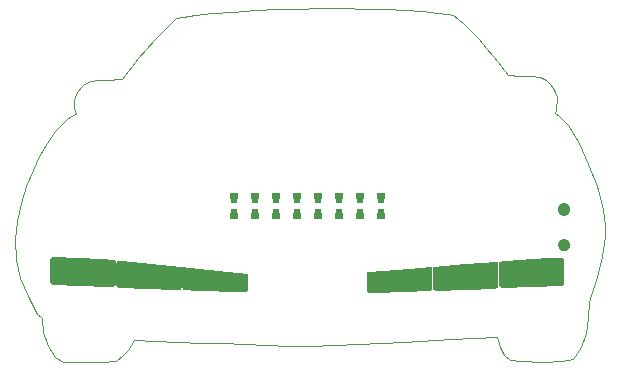
<source format=gts>
G75*
%MOIN*%
%OFA0B0*%
%FSLAX25Y25*%
%IPPOS*%
%LPD*%
%AMOC8*
5,1,8,0,0,1.08239X$1,22.5*
%
%ADD10C,0.00000*%
%ADD11C,0.00001*%
%ADD12R,0.01978X0.01978*%
%ADD13R,0.01378X0.01476*%
%ADD14R,0.03150X0.01969*%
%ADD15R,0.01378X0.01378*%
%ADD16C,0.04143*%
D10*
X0024901Y0013065D02*
X0022581Y0016812D01*
X0021081Y0021589D01*
X0020720Y0026220D01*
X0020294Y0026525D01*
X0019868Y0026830D01*
X0019442Y0027135D01*
X0019016Y0027440D01*
X0015942Y0033553D01*
X0013438Y0039476D01*
X0011861Y0045673D01*
X0011568Y0052611D01*
X0012237Y0058549D01*
X0013530Y0064412D01*
X0015349Y0070147D01*
X0017599Y0075703D01*
X0019728Y0080210D01*
X0022171Y0084588D01*
X0025051Y0088638D01*
X0028492Y0092160D01*
X0029227Y0092729D01*
X0030066Y0093288D01*
X0030991Y0093834D01*
X0031983Y0094365D01*
X0031738Y0095213D01*
X0031474Y0096345D01*
X0031306Y0097550D01*
X0031348Y0098617D01*
X0031810Y0100217D01*
X0032550Y0101743D01*
X0033551Y0103095D01*
X0034795Y0104171D01*
X0036975Y0105119D01*
X0039387Y0105485D01*
X0041898Y0105576D01*
X0044372Y0105703D01*
X0045073Y0105761D01*
X0045870Y0105807D01*
X0046682Y0105842D01*
X0047430Y0105867D01*
X0052749Y0112749D01*
X0055475Y0115999D01*
X0058100Y0118978D01*
X0060514Y0121582D01*
X0062606Y0123704D01*
X0064268Y0125238D01*
X0065389Y0126078D01*
X0067571Y0126663D01*
X0071730Y0127238D01*
X0077412Y0127786D01*
X0084161Y0128286D01*
X0091521Y0128721D01*
X0099036Y0129072D01*
X0106252Y0129320D01*
X0112711Y0129447D01*
X0113066Y0129450D01*
X0113424Y0129454D01*
X0113788Y0129456D01*
X0114155Y0129458D01*
X0114527Y0129459D01*
X0114902Y0129460D01*
X0115282Y0129461D01*
X0115665Y0129461D01*
X0115665Y0129461D01*
X0115665Y0129461D01*
X0121806Y0129414D01*
X0128424Y0129279D01*
X0135155Y0129065D01*
X0141632Y0128783D01*
X0147491Y0128441D01*
X0152366Y0128050D01*
X0155892Y0127619D01*
X0157705Y0127157D01*
X0159380Y0125971D01*
X0161420Y0124156D01*
X0163728Y0121838D01*
X0166209Y0119145D01*
X0168767Y0116204D01*
X0171305Y0113139D01*
X0175939Y0107149D01*
X0176703Y0107124D01*
X0177559Y0107089D01*
X0178410Y0107041D01*
X0179159Y0106980D01*
X0181633Y0106853D01*
X0184144Y0106761D01*
X0186556Y0106396D01*
X0188736Y0105448D01*
X0189975Y0104371D01*
X0190967Y0103017D01*
X0191705Y0101490D01*
X0192183Y0099893D01*
X0192270Y0098549D01*
X0192110Y0097022D01*
X0191832Y0095580D01*
X0191564Y0094491D01*
X0192908Y0093558D01*
X0194109Y0092589D01*
X0195128Y0091603D01*
X0195925Y0090615D01*
X0199546Y0084554D01*
X0202811Y0077589D01*
X0205552Y0070139D01*
X0207602Y0062629D01*
X0208096Y0059747D01*
X0208326Y0056820D01*
X0208319Y0053881D01*
X0208103Y0050958D01*
X0207010Y0045148D01*
X0205298Y0038820D01*
X0203721Y0033732D01*
X0203028Y0031645D01*
X0202588Y0026276D01*
X0201887Y0021148D01*
X0200389Y0016523D01*
X0197555Y0012665D01*
X0193937Y0011933D01*
X0187197Y0011640D01*
X0180382Y0011765D01*
X0176542Y0012287D01*
X0174806Y0014049D01*
X0173476Y0016594D01*
X0172624Y0018883D01*
X0172324Y0019877D01*
X0156821Y0019099D01*
X0141317Y0018321D01*
X0133566Y0017932D01*
X0125814Y0017543D01*
X0118062Y0017154D01*
X0110311Y0016765D01*
X0102948Y0017022D01*
X0095585Y0017278D01*
X0088222Y0017534D01*
X0080859Y0017790D01*
X0073496Y0018047D01*
X0066133Y0018303D01*
X0051407Y0018816D01*
X0050336Y0017159D01*
X0049234Y0015497D01*
X0047716Y0013744D01*
X0045398Y0011816D01*
X0039886Y0011660D01*
X0035667Y0011551D01*
X0031894Y0011502D01*
X0027722Y0011527D01*
X0024901Y0013065D01*
X0024261Y0037554D02*
X0043925Y0036839D01*
X0044558Y0037094D01*
X0044819Y0037733D01*
X0044819Y0044884D01*
X0044574Y0045490D01*
X0040682Y0045896D01*
X0024261Y0046493D01*
X0023628Y0046238D01*
X0023367Y0045599D01*
X0023367Y0038448D01*
X0023628Y0037822D01*
X0024261Y0037554D01*
X0045457Y0037452D02*
X0045719Y0036826D01*
X0046351Y0036558D01*
X0056183Y0036201D01*
X0066016Y0035843D01*
X0066648Y0036098D01*
X0066909Y0036737D01*
X0066909Y0043162D01*
X0056384Y0044259D01*
X0045858Y0045356D01*
X0045567Y0045037D01*
X0045457Y0044603D01*
X0045457Y0037452D01*
X0067420Y0036686D02*
X0067682Y0036060D01*
X0068314Y0035792D01*
X0078146Y0035435D01*
X0087979Y0035077D01*
X0088611Y0035332D01*
X0088872Y0035971D01*
X0088872Y0040874D01*
X0078146Y0041991D01*
X0067420Y0043109D01*
X0067420Y0036686D01*
X0128968Y0035715D02*
X0129229Y0035076D01*
X0129862Y0034822D01*
X0139694Y0035179D01*
X0149526Y0035537D01*
X0150159Y0035805D01*
X0150420Y0036431D01*
X0150420Y0039792D01*
X0150420Y0043153D01*
X0139694Y0042287D01*
X0128968Y0041421D01*
X0128968Y0035715D01*
X0150930Y0036482D02*
X0151192Y0035842D01*
X0151824Y0035588D01*
X0161656Y0035946D01*
X0171489Y0036303D01*
X0172121Y0036571D01*
X0172383Y0037197D01*
X0172383Y0044348D01*
X0172329Y0044650D01*
X0172184Y0044910D01*
X0172184Y0044910D01*
X0161557Y0044052D01*
X0150930Y0043194D01*
X0150930Y0036482D01*
X0173021Y0037478D02*
X0173282Y0036838D01*
X0173915Y0036584D01*
X0183747Y0036941D01*
X0193579Y0037299D01*
X0194212Y0037567D01*
X0194473Y0038193D01*
X0194473Y0045343D01*
X0194212Y0045983D01*
X0193579Y0046237D01*
X0193579Y0046237D01*
X0189074Y0046073D01*
X0184568Y0045910D01*
X0178832Y0045447D01*
X0173096Y0044983D01*
X0173041Y0044813D01*
X0173021Y0044628D01*
X0173021Y0037478D01*
X0192728Y0050594D02*
X0192730Y0050678D01*
X0192736Y0050761D01*
X0192746Y0050844D01*
X0192760Y0050927D01*
X0192777Y0051009D01*
X0192799Y0051090D01*
X0192824Y0051169D01*
X0192853Y0051248D01*
X0192886Y0051325D01*
X0192922Y0051400D01*
X0192962Y0051474D01*
X0193005Y0051546D01*
X0193052Y0051615D01*
X0193102Y0051682D01*
X0193155Y0051747D01*
X0193211Y0051809D01*
X0193269Y0051869D01*
X0193331Y0051926D01*
X0193395Y0051979D01*
X0193462Y0052030D01*
X0193531Y0052077D01*
X0193602Y0052122D01*
X0193675Y0052162D01*
X0193750Y0052199D01*
X0193827Y0052233D01*
X0193905Y0052263D01*
X0193984Y0052289D01*
X0194065Y0052312D01*
X0194147Y0052330D01*
X0194229Y0052345D01*
X0194312Y0052356D01*
X0194395Y0052363D01*
X0194479Y0052366D01*
X0194563Y0052365D01*
X0194646Y0052360D01*
X0194730Y0052351D01*
X0194812Y0052338D01*
X0194894Y0052322D01*
X0194975Y0052301D01*
X0195056Y0052277D01*
X0195134Y0052249D01*
X0195212Y0052217D01*
X0195288Y0052181D01*
X0195362Y0052142D01*
X0195434Y0052100D01*
X0195504Y0052054D01*
X0195572Y0052005D01*
X0195637Y0051953D01*
X0195700Y0051898D01*
X0195760Y0051840D01*
X0195818Y0051779D01*
X0195872Y0051715D01*
X0195924Y0051649D01*
X0195972Y0051581D01*
X0196017Y0051510D01*
X0196058Y0051437D01*
X0196097Y0051363D01*
X0196131Y0051287D01*
X0196162Y0051209D01*
X0196189Y0051130D01*
X0196213Y0051049D01*
X0196232Y0050968D01*
X0196248Y0050886D01*
X0196260Y0050803D01*
X0196268Y0050719D01*
X0196272Y0050636D01*
X0196272Y0050552D01*
X0196268Y0050469D01*
X0196260Y0050385D01*
X0196248Y0050302D01*
X0196232Y0050220D01*
X0196213Y0050139D01*
X0196189Y0050058D01*
X0196162Y0049979D01*
X0196131Y0049901D01*
X0196097Y0049825D01*
X0196058Y0049751D01*
X0196017Y0049678D01*
X0195972Y0049607D01*
X0195924Y0049539D01*
X0195872Y0049473D01*
X0195818Y0049409D01*
X0195760Y0049348D01*
X0195700Y0049290D01*
X0195637Y0049235D01*
X0195572Y0049183D01*
X0195504Y0049134D01*
X0195434Y0049088D01*
X0195362Y0049046D01*
X0195288Y0049007D01*
X0195212Y0048971D01*
X0195134Y0048939D01*
X0195056Y0048911D01*
X0194975Y0048887D01*
X0194894Y0048866D01*
X0194812Y0048850D01*
X0194730Y0048837D01*
X0194646Y0048828D01*
X0194563Y0048823D01*
X0194479Y0048822D01*
X0194395Y0048825D01*
X0194312Y0048832D01*
X0194229Y0048843D01*
X0194147Y0048858D01*
X0194065Y0048876D01*
X0193984Y0048899D01*
X0193905Y0048925D01*
X0193827Y0048955D01*
X0193750Y0048989D01*
X0193675Y0049026D01*
X0193602Y0049066D01*
X0193531Y0049111D01*
X0193462Y0049158D01*
X0193395Y0049209D01*
X0193331Y0049262D01*
X0193269Y0049319D01*
X0193211Y0049379D01*
X0193155Y0049441D01*
X0193102Y0049506D01*
X0193052Y0049573D01*
X0193005Y0049642D01*
X0192962Y0049714D01*
X0192922Y0049788D01*
X0192886Y0049863D01*
X0192853Y0049940D01*
X0192824Y0050019D01*
X0192799Y0050098D01*
X0192777Y0050179D01*
X0192760Y0050261D01*
X0192746Y0050344D01*
X0192736Y0050427D01*
X0192730Y0050510D01*
X0192728Y0050594D01*
X0192728Y0062406D02*
X0192730Y0062490D01*
X0192736Y0062573D01*
X0192746Y0062656D01*
X0192760Y0062739D01*
X0192777Y0062821D01*
X0192799Y0062902D01*
X0192824Y0062981D01*
X0192853Y0063060D01*
X0192886Y0063137D01*
X0192922Y0063212D01*
X0192962Y0063286D01*
X0193005Y0063358D01*
X0193052Y0063427D01*
X0193102Y0063494D01*
X0193155Y0063559D01*
X0193211Y0063621D01*
X0193269Y0063681D01*
X0193331Y0063738D01*
X0193395Y0063791D01*
X0193462Y0063842D01*
X0193531Y0063889D01*
X0193602Y0063934D01*
X0193675Y0063974D01*
X0193750Y0064011D01*
X0193827Y0064045D01*
X0193905Y0064075D01*
X0193984Y0064101D01*
X0194065Y0064124D01*
X0194147Y0064142D01*
X0194229Y0064157D01*
X0194312Y0064168D01*
X0194395Y0064175D01*
X0194479Y0064178D01*
X0194563Y0064177D01*
X0194646Y0064172D01*
X0194730Y0064163D01*
X0194812Y0064150D01*
X0194894Y0064134D01*
X0194975Y0064113D01*
X0195056Y0064089D01*
X0195134Y0064061D01*
X0195212Y0064029D01*
X0195288Y0063993D01*
X0195362Y0063954D01*
X0195434Y0063912D01*
X0195504Y0063866D01*
X0195572Y0063817D01*
X0195637Y0063765D01*
X0195700Y0063710D01*
X0195760Y0063652D01*
X0195818Y0063591D01*
X0195872Y0063527D01*
X0195924Y0063461D01*
X0195972Y0063393D01*
X0196017Y0063322D01*
X0196058Y0063249D01*
X0196097Y0063175D01*
X0196131Y0063099D01*
X0196162Y0063021D01*
X0196189Y0062942D01*
X0196213Y0062861D01*
X0196232Y0062780D01*
X0196248Y0062698D01*
X0196260Y0062615D01*
X0196268Y0062531D01*
X0196272Y0062448D01*
X0196272Y0062364D01*
X0196268Y0062281D01*
X0196260Y0062197D01*
X0196248Y0062114D01*
X0196232Y0062032D01*
X0196213Y0061951D01*
X0196189Y0061870D01*
X0196162Y0061791D01*
X0196131Y0061713D01*
X0196097Y0061637D01*
X0196058Y0061563D01*
X0196017Y0061490D01*
X0195972Y0061419D01*
X0195924Y0061351D01*
X0195872Y0061285D01*
X0195818Y0061221D01*
X0195760Y0061160D01*
X0195700Y0061102D01*
X0195637Y0061047D01*
X0195572Y0060995D01*
X0195504Y0060946D01*
X0195434Y0060900D01*
X0195362Y0060858D01*
X0195288Y0060819D01*
X0195212Y0060783D01*
X0195134Y0060751D01*
X0195056Y0060723D01*
X0194975Y0060699D01*
X0194894Y0060678D01*
X0194812Y0060662D01*
X0194730Y0060649D01*
X0194646Y0060640D01*
X0194563Y0060635D01*
X0194479Y0060634D01*
X0194395Y0060637D01*
X0194312Y0060644D01*
X0194229Y0060655D01*
X0194147Y0060670D01*
X0194065Y0060688D01*
X0193984Y0060711D01*
X0193905Y0060737D01*
X0193827Y0060767D01*
X0193750Y0060801D01*
X0193675Y0060838D01*
X0193602Y0060878D01*
X0193531Y0060923D01*
X0193462Y0060970D01*
X0193395Y0061021D01*
X0193331Y0061074D01*
X0193269Y0061131D01*
X0193211Y0061191D01*
X0193155Y0061253D01*
X0193102Y0061318D01*
X0193052Y0061385D01*
X0193005Y0061454D01*
X0192962Y0061526D01*
X0192922Y0061600D01*
X0192886Y0061675D01*
X0192853Y0061752D01*
X0192824Y0061831D01*
X0192799Y0061910D01*
X0192777Y0061991D01*
X0192760Y0062073D01*
X0192746Y0062156D01*
X0192736Y0062239D01*
X0192730Y0062322D01*
X0192728Y0062406D01*
D11*
X0193307Y0046227D02*
X0193604Y0046227D01*
X0193607Y0046226D02*
X0193280Y0046226D01*
X0193252Y0046225D02*
X0193609Y0046225D01*
X0193611Y0046224D02*
X0193225Y0046224D01*
X0193198Y0046223D02*
X0193614Y0046223D01*
X0193616Y0046222D02*
X0193171Y0046222D01*
X0193144Y0046221D02*
X0193619Y0046221D01*
X0193621Y0046220D02*
X0193117Y0046220D01*
X0193090Y0046219D02*
X0193624Y0046219D01*
X0193626Y0046219D02*
X0193063Y0046219D01*
X0193036Y0046218D02*
X0193629Y0046218D01*
X0193631Y0046217D02*
X0193009Y0046217D01*
X0192982Y0046216D02*
X0193633Y0046216D01*
X0193636Y0046215D02*
X0192955Y0046215D01*
X0192928Y0046214D02*
X0193638Y0046214D01*
X0193641Y0046213D02*
X0192900Y0046213D01*
X0192873Y0046212D02*
X0193643Y0046212D01*
X0193646Y0046211D02*
X0192846Y0046211D01*
X0192819Y0046210D02*
X0193648Y0046210D01*
X0193651Y0046209D02*
X0192792Y0046209D01*
X0192765Y0046208D02*
X0193653Y0046208D01*
X0193655Y0046207D02*
X0192738Y0046207D01*
X0192711Y0046206D02*
X0193658Y0046206D01*
X0193660Y0046205D02*
X0192684Y0046205D01*
X0192657Y0046204D02*
X0193663Y0046204D01*
X0193665Y0046203D02*
X0192630Y0046203D01*
X0192603Y0046202D02*
X0193668Y0046202D01*
X0193670Y0046201D02*
X0192576Y0046201D01*
X0192548Y0046200D02*
X0193673Y0046200D01*
X0193675Y0046199D02*
X0192521Y0046199D01*
X0192494Y0046198D02*
X0193677Y0046198D01*
X0193680Y0046197D02*
X0192467Y0046197D01*
X0192440Y0046196D02*
X0193682Y0046196D01*
X0193685Y0046195D02*
X0192413Y0046195D01*
X0192386Y0046194D02*
X0193687Y0046194D01*
X0193690Y0046193D02*
X0192359Y0046193D01*
X0192332Y0046192D02*
X0193692Y0046192D01*
X0193695Y0046191D02*
X0192305Y0046191D01*
X0192278Y0046190D02*
X0193697Y0046190D01*
X0193699Y0046189D02*
X0192251Y0046189D01*
X0192224Y0046188D02*
X0193702Y0046188D01*
X0193704Y0046187D02*
X0192196Y0046187D01*
X0192169Y0046186D02*
X0193707Y0046186D01*
X0193709Y0046185D02*
X0192142Y0046185D01*
X0192115Y0046184D02*
X0193712Y0046184D01*
X0193714Y0046183D02*
X0192088Y0046183D01*
X0192061Y0046182D02*
X0193717Y0046182D01*
X0193719Y0046181D02*
X0192034Y0046181D01*
X0192007Y0046180D02*
X0193721Y0046180D01*
X0193724Y0046179D02*
X0191980Y0046179D01*
X0191953Y0046178D02*
X0193726Y0046178D01*
X0193729Y0046177D02*
X0191926Y0046177D01*
X0191899Y0046176D02*
X0193731Y0046176D01*
X0193734Y0046175D02*
X0191872Y0046175D01*
X0191844Y0046174D02*
X0193736Y0046174D01*
X0193739Y0046173D02*
X0191817Y0046173D01*
X0191790Y0046172D02*
X0193741Y0046172D01*
X0193744Y0046171D02*
X0191763Y0046171D01*
X0191736Y0046170D02*
X0193746Y0046170D01*
X0193748Y0046169D02*
X0191709Y0046169D01*
X0191682Y0046168D02*
X0193751Y0046168D01*
X0193753Y0046167D02*
X0191655Y0046167D01*
X0191628Y0046166D02*
X0193756Y0046166D01*
X0193758Y0046165D02*
X0191601Y0046165D01*
X0191574Y0046164D02*
X0193761Y0046164D01*
X0193763Y0046163D02*
X0191547Y0046163D01*
X0191520Y0046162D02*
X0193766Y0046162D01*
X0193768Y0046161D02*
X0191492Y0046161D01*
X0191465Y0046160D02*
X0193770Y0046160D01*
X0193773Y0046159D02*
X0191438Y0046159D01*
X0191411Y0046158D02*
X0193775Y0046158D01*
X0193778Y0046157D02*
X0191384Y0046157D01*
X0191357Y0046156D02*
X0193780Y0046156D01*
X0193783Y0046156D02*
X0191330Y0046156D01*
X0191303Y0046155D02*
X0193785Y0046155D01*
X0193788Y0046154D02*
X0191276Y0046154D01*
X0191249Y0046153D02*
X0193790Y0046153D01*
X0193792Y0046152D02*
X0191222Y0046152D01*
X0191195Y0046151D02*
X0193795Y0046151D01*
X0193797Y0046150D02*
X0191168Y0046150D01*
X0191140Y0046149D02*
X0193800Y0046149D01*
X0193802Y0046148D02*
X0191113Y0046148D01*
X0191086Y0046147D02*
X0193805Y0046147D01*
X0193807Y0046146D02*
X0191059Y0046146D01*
X0191032Y0046145D02*
X0193810Y0046145D01*
X0193812Y0046144D02*
X0191005Y0046144D01*
X0190978Y0046143D02*
X0193814Y0046143D01*
X0193817Y0046142D02*
X0190951Y0046142D01*
X0190924Y0046141D02*
X0193819Y0046141D01*
X0193822Y0046140D02*
X0190897Y0046140D01*
X0190870Y0046139D02*
X0193824Y0046139D01*
X0193827Y0046138D02*
X0190843Y0046138D01*
X0190816Y0046137D02*
X0193829Y0046137D01*
X0193832Y0046136D02*
X0190788Y0046136D01*
X0190761Y0046135D02*
X0193834Y0046135D01*
X0193836Y0046134D02*
X0190734Y0046134D01*
X0190707Y0046133D02*
X0193839Y0046133D01*
X0193841Y0046132D02*
X0190680Y0046132D01*
X0190653Y0046131D02*
X0193844Y0046131D01*
X0193846Y0046130D02*
X0190626Y0046130D01*
X0190599Y0046129D02*
X0193849Y0046129D01*
X0193851Y0046128D02*
X0190572Y0046128D01*
X0190545Y0046127D02*
X0193854Y0046127D01*
X0193856Y0046126D02*
X0190518Y0046126D01*
X0190491Y0046125D02*
X0193858Y0046125D01*
X0193861Y0046124D02*
X0190464Y0046124D01*
X0190436Y0046123D02*
X0193863Y0046123D01*
X0193866Y0046122D02*
X0190409Y0046122D01*
X0190382Y0046121D02*
X0193868Y0046121D01*
X0193871Y0046120D02*
X0190355Y0046120D01*
X0190328Y0046119D02*
X0193873Y0046119D01*
X0193876Y0046118D02*
X0190301Y0046118D01*
X0190274Y0046117D02*
X0193878Y0046117D01*
X0193881Y0046116D02*
X0190247Y0046116D01*
X0190220Y0046115D02*
X0193883Y0046115D01*
X0193885Y0046114D02*
X0190193Y0046114D01*
X0190166Y0046113D02*
X0193888Y0046113D01*
X0193890Y0046112D02*
X0190139Y0046112D01*
X0190112Y0046111D02*
X0193893Y0046111D01*
X0193895Y0046110D02*
X0190084Y0046110D01*
X0190057Y0046109D02*
X0193898Y0046109D01*
X0193900Y0046108D02*
X0190030Y0046108D01*
X0190003Y0046107D02*
X0193903Y0046107D01*
X0193905Y0046106D02*
X0189976Y0046106D01*
X0189949Y0046105D02*
X0193907Y0046105D01*
X0193910Y0046104D02*
X0189922Y0046104D01*
X0189895Y0046103D02*
X0193912Y0046103D01*
X0193915Y0046102D02*
X0189868Y0046102D01*
X0189841Y0046101D02*
X0193917Y0046101D01*
X0193920Y0046100D02*
X0189814Y0046100D01*
X0189787Y0046099D02*
X0193922Y0046099D01*
X0193925Y0046098D02*
X0189760Y0046098D01*
X0189732Y0046097D02*
X0193927Y0046097D01*
X0193929Y0046096D02*
X0189705Y0046096D01*
X0189678Y0046095D02*
X0193932Y0046095D01*
X0193934Y0046094D02*
X0189651Y0046094D01*
X0189624Y0046094D02*
X0193937Y0046094D01*
X0193939Y0046093D02*
X0189597Y0046093D01*
X0189570Y0046092D02*
X0193942Y0046092D01*
X0193944Y0046091D02*
X0189543Y0046091D01*
X0189516Y0046090D02*
X0193947Y0046090D01*
X0193949Y0046089D02*
X0189489Y0046089D01*
X0189462Y0046088D02*
X0193951Y0046088D01*
X0193954Y0046087D02*
X0189435Y0046087D01*
X0189408Y0046086D02*
X0193956Y0046086D01*
X0193959Y0046085D02*
X0189380Y0046085D01*
X0189353Y0046084D02*
X0193961Y0046084D01*
X0193964Y0046083D02*
X0189326Y0046083D01*
X0189299Y0046082D02*
X0193966Y0046082D01*
X0193969Y0046081D02*
X0189272Y0046081D01*
X0189245Y0046080D02*
X0193971Y0046080D01*
X0193973Y0046079D02*
X0189218Y0046079D01*
X0189191Y0046078D02*
X0193976Y0046078D01*
X0193978Y0046077D02*
X0189164Y0046077D01*
X0189137Y0046076D02*
X0193981Y0046076D01*
X0193983Y0046075D02*
X0189110Y0046075D01*
X0189083Y0046074D02*
X0193986Y0046074D01*
X0193988Y0046073D02*
X0189055Y0046073D01*
X0189028Y0046072D02*
X0193991Y0046072D01*
X0193993Y0046071D02*
X0189001Y0046071D01*
X0188974Y0046070D02*
X0193995Y0046070D01*
X0193998Y0046069D02*
X0188947Y0046069D01*
X0188920Y0046068D02*
X0194000Y0046068D01*
X0194003Y0046067D02*
X0188893Y0046067D01*
X0188866Y0046066D02*
X0194005Y0046066D01*
X0194008Y0046065D02*
X0188839Y0046065D01*
X0188812Y0046064D02*
X0194010Y0046064D01*
X0194013Y0046063D02*
X0188785Y0046063D01*
X0188758Y0046062D02*
X0194015Y0046062D01*
X0194018Y0046061D02*
X0188730Y0046061D01*
X0188703Y0046060D02*
X0194020Y0046060D01*
X0194022Y0046059D02*
X0188676Y0046059D01*
X0188649Y0046058D02*
X0194025Y0046058D01*
X0194027Y0046057D02*
X0188622Y0046057D01*
X0188595Y0046056D02*
X0194030Y0046056D01*
X0194032Y0046055D02*
X0188568Y0046055D01*
X0188541Y0046054D02*
X0194035Y0046054D01*
X0194037Y0046053D02*
X0188514Y0046053D01*
X0188487Y0046052D02*
X0194040Y0046052D01*
X0194042Y0046051D02*
X0188460Y0046051D01*
X0188433Y0046050D02*
X0194044Y0046050D01*
X0194047Y0046049D02*
X0188405Y0046049D01*
X0188378Y0046048D02*
X0194049Y0046048D01*
X0194052Y0046047D02*
X0188351Y0046047D01*
X0188324Y0046046D02*
X0194054Y0046046D01*
X0194057Y0046045D02*
X0188297Y0046045D01*
X0188270Y0046044D02*
X0194059Y0046044D01*
X0194062Y0046043D02*
X0188243Y0046043D01*
X0188216Y0046042D02*
X0194064Y0046042D01*
X0194066Y0046041D02*
X0188189Y0046041D01*
X0188162Y0046040D02*
X0194069Y0046040D01*
X0194071Y0046039D02*
X0188135Y0046039D01*
X0188108Y0046038D02*
X0194074Y0046038D01*
X0194076Y0046037D02*
X0188080Y0046037D01*
X0188053Y0046036D02*
X0194079Y0046036D01*
X0194081Y0046035D02*
X0188026Y0046035D01*
X0187999Y0046034D02*
X0194084Y0046034D01*
X0194086Y0046033D02*
X0187972Y0046033D01*
X0187945Y0046032D02*
X0194088Y0046032D01*
X0194091Y0046031D02*
X0187918Y0046031D01*
X0187891Y0046031D02*
X0194093Y0046031D01*
X0194096Y0046030D02*
X0187864Y0046030D01*
X0187837Y0046029D02*
X0194098Y0046029D01*
X0194101Y0046028D02*
X0187810Y0046028D01*
X0187782Y0046027D02*
X0194103Y0046027D01*
X0194106Y0046026D02*
X0187755Y0046026D01*
X0187728Y0046025D02*
X0194108Y0046025D01*
X0194110Y0046024D02*
X0187701Y0046024D01*
X0187674Y0046023D02*
X0194113Y0046023D01*
X0194115Y0046022D02*
X0187647Y0046022D01*
X0187620Y0046021D02*
X0194118Y0046021D01*
X0194120Y0046020D02*
X0187593Y0046020D01*
X0187566Y0046019D02*
X0194123Y0046019D01*
X0194125Y0046018D02*
X0187539Y0046018D01*
X0187512Y0046017D02*
X0194128Y0046017D01*
X0194130Y0046016D02*
X0187485Y0046016D01*
X0187457Y0046015D02*
X0194132Y0046015D01*
X0194135Y0046014D02*
X0187430Y0046014D01*
X0187403Y0046013D02*
X0194137Y0046013D01*
X0194140Y0046012D02*
X0187376Y0046012D01*
X0187349Y0046011D02*
X0194142Y0046011D01*
X0194145Y0046010D02*
X0187322Y0046010D01*
X0187295Y0046009D02*
X0194147Y0046009D01*
X0194150Y0046008D02*
X0187268Y0046008D01*
X0187241Y0046007D02*
X0194152Y0046007D01*
X0194155Y0046006D02*
X0187214Y0046006D01*
X0187187Y0046005D02*
X0194157Y0046005D01*
X0194159Y0046004D02*
X0187160Y0046004D01*
X0187132Y0046003D02*
X0194162Y0046003D01*
X0194164Y0046002D02*
X0187105Y0046002D01*
X0187078Y0046001D02*
X0194167Y0046001D01*
X0194169Y0046000D02*
X0187051Y0046000D01*
X0187024Y0045999D02*
X0194172Y0045999D01*
X0194174Y0045998D02*
X0186997Y0045998D01*
X0186970Y0045997D02*
X0194177Y0045997D01*
X0194179Y0045996D02*
X0186943Y0045996D01*
X0186916Y0045995D02*
X0194181Y0045995D01*
X0194184Y0045994D02*
X0186889Y0045994D01*
X0186862Y0045993D02*
X0194186Y0045993D01*
X0194189Y0045992D02*
X0186834Y0045992D01*
X0186807Y0045991D02*
X0194191Y0045991D01*
X0194194Y0045990D02*
X0186780Y0045990D01*
X0186753Y0045989D02*
X0194196Y0045989D01*
X0194199Y0045988D02*
X0186726Y0045988D01*
X0186699Y0045987D02*
X0194201Y0045987D01*
X0194203Y0045986D02*
X0186672Y0045986D01*
X0186645Y0045985D02*
X0194206Y0045985D01*
X0194208Y0045984D02*
X0186618Y0045984D01*
X0186591Y0045983D02*
X0194211Y0045983D01*
X0194212Y0045982D02*
X0186564Y0045982D01*
X0186537Y0045981D02*
X0194213Y0045981D01*
X0194213Y0045980D02*
X0186509Y0045980D01*
X0186482Y0045979D02*
X0194213Y0045979D01*
X0194214Y0045978D02*
X0186455Y0045978D01*
X0186428Y0045977D02*
X0194214Y0045977D01*
X0194215Y0045976D02*
X0186401Y0045976D01*
X0186374Y0045975D02*
X0194215Y0045975D01*
X0194215Y0045974D02*
X0186347Y0045974D01*
X0186320Y0045973D02*
X0194216Y0045973D01*
X0194216Y0045972D02*
X0186293Y0045972D01*
X0186266Y0045971D02*
X0194217Y0045971D01*
X0194217Y0045970D02*
X0186239Y0045970D01*
X0186212Y0045969D02*
X0194217Y0045969D01*
X0194218Y0045969D02*
X0186184Y0045969D01*
X0186157Y0045968D02*
X0194218Y0045968D01*
X0194219Y0045967D02*
X0186130Y0045967D01*
X0186103Y0045966D02*
X0194219Y0045966D01*
X0194219Y0045965D02*
X0186076Y0045965D01*
X0186049Y0045964D02*
X0194220Y0045964D01*
X0194220Y0045963D02*
X0186022Y0045963D01*
X0185995Y0045962D02*
X0194221Y0045962D01*
X0194221Y0045961D02*
X0185968Y0045961D01*
X0185941Y0045960D02*
X0194221Y0045960D01*
X0194222Y0045959D02*
X0185914Y0045959D01*
X0185886Y0045958D02*
X0194222Y0045958D01*
X0194223Y0045957D02*
X0185859Y0045957D01*
X0185832Y0045956D02*
X0194223Y0045956D01*
X0194223Y0045955D02*
X0185805Y0045955D01*
X0185778Y0045954D02*
X0194224Y0045954D01*
X0194224Y0045953D02*
X0185751Y0045953D01*
X0185724Y0045952D02*
X0194225Y0045952D01*
X0194225Y0045951D02*
X0185697Y0045951D01*
X0185670Y0045950D02*
X0194225Y0045950D01*
X0194226Y0045949D02*
X0185643Y0045949D01*
X0185616Y0045948D02*
X0194226Y0045948D01*
X0194227Y0045947D02*
X0185589Y0045947D01*
X0185561Y0045946D02*
X0194227Y0045946D01*
X0194227Y0045945D02*
X0185534Y0045945D01*
X0185507Y0045944D02*
X0194228Y0045944D01*
X0194228Y0045943D02*
X0185480Y0045943D01*
X0185453Y0045942D02*
X0194229Y0045942D01*
X0194229Y0045941D02*
X0185426Y0045941D01*
X0185399Y0045940D02*
X0194229Y0045940D01*
X0194230Y0045939D02*
X0185372Y0045939D01*
X0185345Y0045938D02*
X0194230Y0045938D01*
X0194231Y0045937D02*
X0185318Y0045937D01*
X0185291Y0045936D02*
X0194231Y0045936D01*
X0194231Y0045935D02*
X0185264Y0045935D01*
X0185236Y0045934D02*
X0194232Y0045934D01*
X0194232Y0045933D02*
X0185209Y0045933D01*
X0185182Y0045932D02*
X0194233Y0045932D01*
X0194233Y0045931D02*
X0185155Y0045931D01*
X0185128Y0045930D02*
X0194233Y0045930D01*
X0194234Y0045929D02*
X0185101Y0045929D01*
X0185074Y0045928D02*
X0194234Y0045928D01*
X0194235Y0045927D02*
X0185047Y0045927D01*
X0185020Y0045926D02*
X0194235Y0045926D01*
X0194235Y0045925D02*
X0184993Y0045925D01*
X0184966Y0045924D02*
X0194236Y0045924D01*
X0194236Y0045923D02*
X0184938Y0045923D01*
X0184911Y0045922D02*
X0194237Y0045922D01*
X0194237Y0045921D02*
X0184884Y0045921D01*
X0184857Y0045920D02*
X0194237Y0045920D01*
X0194238Y0045919D02*
X0184830Y0045919D01*
X0184803Y0045918D02*
X0194238Y0045918D01*
X0194239Y0045917D02*
X0184776Y0045917D01*
X0184749Y0045916D02*
X0194239Y0045916D01*
X0194240Y0045915D02*
X0184722Y0045915D01*
X0184695Y0045914D02*
X0194240Y0045914D01*
X0194240Y0045913D02*
X0184668Y0045913D01*
X0184641Y0045912D02*
X0194241Y0045912D01*
X0194241Y0045911D02*
X0184613Y0045911D01*
X0184586Y0045910D02*
X0194242Y0045910D01*
X0194242Y0045909D02*
X0184564Y0045909D01*
X0184552Y0045908D02*
X0194242Y0045908D01*
X0194243Y0045907D02*
X0184540Y0045907D01*
X0184528Y0045906D02*
X0194243Y0045906D01*
X0194244Y0045906D02*
X0184515Y0045906D01*
X0184503Y0045905D02*
X0194244Y0045905D01*
X0194244Y0045904D02*
X0184491Y0045904D01*
X0184479Y0045903D02*
X0194245Y0045903D01*
X0194245Y0045902D02*
X0184467Y0045902D01*
X0184454Y0045901D02*
X0194246Y0045901D01*
X0194246Y0045900D02*
X0184442Y0045900D01*
X0184430Y0045899D02*
X0194246Y0045899D01*
X0194247Y0045898D02*
X0184418Y0045898D01*
X0184406Y0045897D02*
X0194247Y0045897D01*
X0194248Y0045896D02*
X0184393Y0045896D01*
X0184381Y0045895D02*
X0194248Y0045895D01*
X0194248Y0045894D02*
X0184369Y0045894D01*
X0184357Y0045893D02*
X0194249Y0045893D01*
X0194249Y0045892D02*
X0184345Y0045892D01*
X0184333Y0045891D02*
X0194250Y0045891D01*
X0194250Y0045890D02*
X0184320Y0045890D01*
X0184308Y0045889D02*
X0194250Y0045889D01*
X0194251Y0045888D02*
X0184296Y0045888D01*
X0184284Y0045887D02*
X0194251Y0045887D01*
X0194252Y0045886D02*
X0184272Y0045886D01*
X0184259Y0045885D02*
X0194252Y0045885D01*
X0194252Y0045884D02*
X0184247Y0045884D01*
X0184235Y0045883D02*
X0194253Y0045883D01*
X0194253Y0045882D02*
X0184223Y0045882D01*
X0184211Y0045881D02*
X0194254Y0045881D01*
X0194254Y0045880D02*
X0184198Y0045880D01*
X0184186Y0045879D02*
X0194254Y0045879D01*
X0194255Y0045878D02*
X0184174Y0045878D01*
X0184162Y0045877D02*
X0194255Y0045877D01*
X0194256Y0045876D02*
X0184150Y0045876D01*
X0184137Y0045875D02*
X0194256Y0045875D01*
X0194256Y0045874D02*
X0184125Y0045874D01*
X0184113Y0045873D02*
X0194257Y0045873D01*
X0194257Y0045872D02*
X0184101Y0045872D01*
X0184089Y0045871D02*
X0194258Y0045871D01*
X0194258Y0045870D02*
X0184077Y0045870D01*
X0184064Y0045869D02*
X0194258Y0045869D01*
X0194259Y0045868D02*
X0184052Y0045868D01*
X0184040Y0045867D02*
X0194259Y0045867D01*
X0194260Y0045866D02*
X0184028Y0045866D01*
X0184016Y0045865D02*
X0194260Y0045865D01*
X0194260Y0045864D02*
X0184003Y0045864D01*
X0183991Y0045863D02*
X0194261Y0045863D01*
X0194261Y0045862D02*
X0183979Y0045862D01*
X0183967Y0045861D02*
X0194262Y0045861D01*
X0194262Y0045860D02*
X0183955Y0045860D01*
X0183942Y0045859D02*
X0194262Y0045859D01*
X0194263Y0045858D02*
X0183930Y0045858D01*
X0183918Y0045857D02*
X0194263Y0045857D01*
X0194264Y0045856D02*
X0183906Y0045856D01*
X0183894Y0045855D02*
X0194264Y0045855D01*
X0194264Y0045854D02*
X0183882Y0045854D01*
X0183869Y0045853D02*
X0194265Y0045853D01*
X0194265Y0045852D02*
X0183857Y0045852D01*
X0183845Y0045851D02*
X0194266Y0045851D01*
X0194266Y0045850D02*
X0183833Y0045850D01*
X0183821Y0045849D02*
X0194266Y0045849D01*
X0194267Y0045848D02*
X0183808Y0045848D01*
X0183796Y0045847D02*
X0194267Y0045847D01*
X0194268Y0045846D02*
X0183784Y0045846D01*
X0183772Y0045845D02*
X0194268Y0045845D01*
X0194268Y0045844D02*
X0183760Y0045844D01*
X0183747Y0045844D02*
X0194269Y0045844D01*
X0194269Y0045843D02*
X0183735Y0045843D01*
X0183723Y0045842D02*
X0194270Y0045842D01*
X0194270Y0045841D02*
X0183711Y0045841D01*
X0183699Y0045840D02*
X0194270Y0045840D01*
X0194271Y0045839D02*
X0183686Y0045839D01*
X0183674Y0045838D02*
X0194271Y0045838D01*
X0194272Y0045837D02*
X0183662Y0045837D01*
X0183650Y0045836D02*
X0194272Y0045836D01*
X0194272Y0045835D02*
X0183638Y0045835D01*
X0183626Y0045834D02*
X0194273Y0045834D01*
X0194273Y0045833D02*
X0183613Y0045833D01*
X0183601Y0045832D02*
X0194274Y0045832D01*
X0194274Y0045831D02*
X0183589Y0045831D01*
X0183577Y0045830D02*
X0194275Y0045830D01*
X0194275Y0045829D02*
X0183565Y0045829D01*
X0183552Y0045828D02*
X0194275Y0045828D01*
X0194276Y0045827D02*
X0183540Y0045827D01*
X0183528Y0045826D02*
X0194276Y0045826D01*
X0194277Y0045825D02*
X0183516Y0045825D01*
X0183504Y0045824D02*
X0194277Y0045824D01*
X0194277Y0045823D02*
X0183491Y0045823D01*
X0183479Y0045822D02*
X0194278Y0045822D01*
X0194278Y0045821D02*
X0183467Y0045821D01*
X0183455Y0045820D02*
X0194279Y0045820D01*
X0194279Y0045819D02*
X0183443Y0045819D01*
X0183430Y0045818D02*
X0194279Y0045818D01*
X0194280Y0045817D02*
X0183418Y0045817D01*
X0183406Y0045816D02*
X0194280Y0045816D01*
X0194281Y0045815D02*
X0183394Y0045815D01*
X0183382Y0045814D02*
X0194281Y0045814D01*
X0194281Y0045813D02*
X0183370Y0045813D01*
X0183357Y0045812D02*
X0194282Y0045812D01*
X0194282Y0045811D02*
X0183345Y0045811D01*
X0183333Y0045810D02*
X0194283Y0045810D01*
X0194283Y0045809D02*
X0183321Y0045809D01*
X0183309Y0045808D02*
X0194283Y0045808D01*
X0194284Y0045807D02*
X0183296Y0045807D01*
X0183284Y0045806D02*
X0194284Y0045806D01*
X0194285Y0045805D02*
X0183272Y0045805D01*
X0183260Y0045804D02*
X0194285Y0045804D01*
X0194285Y0045803D02*
X0183248Y0045803D01*
X0183235Y0045802D02*
X0194286Y0045802D01*
X0194286Y0045801D02*
X0183223Y0045801D01*
X0183211Y0045800D02*
X0194287Y0045800D01*
X0194287Y0045799D02*
X0183199Y0045799D01*
X0183187Y0045798D02*
X0194287Y0045798D01*
X0194288Y0045797D02*
X0183175Y0045797D01*
X0183162Y0045796D02*
X0194288Y0045796D01*
X0194289Y0045795D02*
X0183150Y0045795D01*
X0183138Y0045794D02*
X0194289Y0045794D01*
X0194289Y0045793D02*
X0183126Y0045793D01*
X0183114Y0045792D02*
X0194290Y0045792D01*
X0194290Y0045791D02*
X0183101Y0045791D01*
X0183089Y0045790D02*
X0194291Y0045790D01*
X0194291Y0045789D02*
X0183077Y0045789D01*
X0183065Y0045788D02*
X0194291Y0045788D01*
X0194292Y0045787D02*
X0183053Y0045787D01*
X0183040Y0045786D02*
X0194292Y0045786D01*
X0194293Y0045785D02*
X0183028Y0045785D01*
X0183016Y0045784D02*
X0194293Y0045784D01*
X0194293Y0045783D02*
X0183004Y0045783D01*
X0182992Y0045782D02*
X0194294Y0045782D01*
X0194294Y0045781D02*
X0182979Y0045781D01*
X0182967Y0045781D02*
X0194295Y0045781D01*
X0194295Y0045780D02*
X0182955Y0045780D01*
X0182943Y0045779D02*
X0194295Y0045779D01*
X0194296Y0045778D02*
X0182931Y0045778D01*
X0182919Y0045777D02*
X0194296Y0045777D01*
X0194297Y0045776D02*
X0182906Y0045776D01*
X0182894Y0045775D02*
X0194297Y0045775D01*
X0194297Y0045774D02*
X0182882Y0045774D01*
X0182870Y0045773D02*
X0194298Y0045773D01*
X0194298Y0045772D02*
X0182858Y0045772D01*
X0182845Y0045771D02*
X0194299Y0045771D01*
X0194299Y0045770D02*
X0182833Y0045770D01*
X0182821Y0045769D02*
X0194299Y0045769D01*
X0194300Y0045768D02*
X0182809Y0045768D01*
X0182797Y0045767D02*
X0194300Y0045767D01*
X0194301Y0045766D02*
X0182784Y0045766D01*
X0182772Y0045765D02*
X0194301Y0045765D01*
X0194301Y0045764D02*
X0182760Y0045764D01*
X0182748Y0045763D02*
X0194302Y0045763D01*
X0194302Y0045762D02*
X0182736Y0045762D01*
X0182724Y0045761D02*
X0194303Y0045761D01*
X0194303Y0045760D02*
X0182711Y0045760D01*
X0182699Y0045759D02*
X0194303Y0045759D01*
X0194304Y0045758D02*
X0182687Y0045758D01*
X0182675Y0045757D02*
X0194304Y0045757D01*
X0194305Y0045756D02*
X0182663Y0045756D01*
X0182650Y0045755D02*
X0194305Y0045755D01*
X0194305Y0045754D02*
X0182638Y0045754D01*
X0182626Y0045753D02*
X0194306Y0045753D01*
X0194306Y0045752D02*
X0182614Y0045752D01*
X0182602Y0045751D02*
X0194307Y0045751D01*
X0194307Y0045750D02*
X0182589Y0045750D01*
X0182577Y0045749D02*
X0194307Y0045749D01*
X0194308Y0045748D02*
X0182565Y0045748D01*
X0182553Y0045747D02*
X0194308Y0045747D01*
X0194309Y0045746D02*
X0182541Y0045746D01*
X0182528Y0045745D02*
X0194309Y0045745D01*
X0194310Y0045744D02*
X0182516Y0045744D01*
X0182504Y0045743D02*
X0194310Y0045743D01*
X0194310Y0045742D02*
X0182492Y0045742D01*
X0182480Y0045741D02*
X0194311Y0045741D01*
X0194311Y0045740D02*
X0182468Y0045740D01*
X0182455Y0045739D02*
X0194312Y0045739D01*
X0194312Y0045738D02*
X0182443Y0045738D01*
X0182431Y0045737D02*
X0194312Y0045737D01*
X0194313Y0045736D02*
X0182419Y0045736D01*
X0182407Y0045735D02*
X0194313Y0045735D01*
X0194314Y0045734D02*
X0182394Y0045734D01*
X0182382Y0045733D02*
X0194314Y0045733D01*
X0194314Y0045732D02*
X0182370Y0045732D01*
X0182358Y0045731D02*
X0194315Y0045731D01*
X0194315Y0045730D02*
X0182346Y0045730D01*
X0182333Y0045729D02*
X0194316Y0045729D01*
X0194316Y0045728D02*
X0182321Y0045728D01*
X0182309Y0045727D02*
X0194316Y0045727D01*
X0194317Y0045726D02*
X0182297Y0045726D01*
X0182285Y0045725D02*
X0194317Y0045725D01*
X0194318Y0045724D02*
X0182272Y0045724D01*
X0182260Y0045723D02*
X0194318Y0045723D01*
X0194318Y0045722D02*
X0182248Y0045722D01*
X0182236Y0045721D02*
X0194319Y0045721D01*
X0194319Y0045720D02*
X0182224Y0045720D01*
X0182212Y0045719D02*
X0194320Y0045719D01*
X0182199Y0045719D01*
X0182187Y0045718D02*
X0194320Y0045718D01*
X0194321Y0045717D02*
X0182175Y0045717D01*
X0182163Y0045716D02*
X0194321Y0045716D01*
X0194322Y0045715D02*
X0182151Y0045715D01*
X0182138Y0045714D02*
X0194322Y0045714D01*
X0194322Y0045713D02*
X0182126Y0045713D01*
X0182114Y0045712D02*
X0194323Y0045712D01*
X0194323Y0045711D02*
X0182102Y0045711D01*
X0182090Y0045710D02*
X0194324Y0045710D01*
X0194324Y0045709D02*
X0182077Y0045709D01*
X0182065Y0045708D02*
X0194324Y0045708D01*
X0194325Y0045707D02*
X0182053Y0045707D01*
X0182041Y0045706D02*
X0194325Y0045706D01*
X0194326Y0045705D02*
X0182029Y0045705D01*
X0182017Y0045704D02*
X0194326Y0045704D01*
X0194326Y0045703D02*
X0182004Y0045703D01*
X0181992Y0045702D02*
X0194327Y0045702D01*
X0194327Y0045701D02*
X0181980Y0045701D01*
X0181968Y0045700D02*
X0194328Y0045700D01*
X0194328Y0045699D02*
X0181956Y0045699D01*
X0181943Y0045698D02*
X0194328Y0045698D01*
X0194329Y0045697D02*
X0181931Y0045697D01*
X0181919Y0045696D02*
X0194329Y0045696D01*
X0194330Y0045695D02*
X0181907Y0045695D01*
X0181895Y0045694D02*
X0194330Y0045694D01*
X0194330Y0045693D02*
X0181882Y0045693D01*
X0181870Y0045692D02*
X0194331Y0045692D01*
X0194331Y0045691D02*
X0181858Y0045691D01*
X0181846Y0045690D02*
X0194332Y0045690D01*
X0194332Y0045689D02*
X0181834Y0045689D01*
X0181821Y0045688D02*
X0194332Y0045688D01*
X0194333Y0045687D02*
X0181809Y0045687D01*
X0181797Y0045686D02*
X0194333Y0045686D01*
X0194334Y0045685D02*
X0181785Y0045685D01*
X0181773Y0045684D02*
X0194334Y0045684D01*
X0194334Y0045683D02*
X0181761Y0045683D01*
X0181748Y0045682D02*
X0194335Y0045682D01*
X0194335Y0045681D02*
X0181736Y0045681D01*
X0181724Y0045680D02*
X0194336Y0045680D01*
X0194336Y0045679D02*
X0181712Y0045679D01*
X0181700Y0045678D02*
X0194336Y0045678D01*
X0194337Y0045677D02*
X0181687Y0045677D01*
X0181675Y0045676D02*
X0194337Y0045676D01*
X0194338Y0045675D02*
X0181663Y0045675D01*
X0181651Y0045674D02*
X0194338Y0045674D01*
X0194338Y0045673D02*
X0181639Y0045673D01*
X0181626Y0045672D02*
X0194339Y0045672D01*
X0194339Y0045671D02*
X0181614Y0045671D01*
X0181602Y0045670D02*
X0194340Y0045670D01*
X0194340Y0045669D02*
X0181590Y0045669D01*
X0181578Y0045668D02*
X0194340Y0045668D01*
X0194341Y0045667D02*
X0181566Y0045667D01*
X0181553Y0045666D02*
X0194341Y0045666D01*
X0194342Y0045665D02*
X0181541Y0045665D01*
X0181529Y0045664D02*
X0194342Y0045664D01*
X0194342Y0045663D02*
X0181517Y0045663D01*
X0181505Y0045662D02*
X0194343Y0045662D01*
X0194343Y0045661D02*
X0181492Y0045661D01*
X0181480Y0045660D02*
X0194344Y0045660D01*
X0194344Y0045659D02*
X0181468Y0045659D01*
X0181456Y0045658D02*
X0194345Y0045658D01*
X0194345Y0045657D02*
X0181444Y0045657D01*
X0181431Y0045656D02*
X0194345Y0045656D01*
X0194346Y0045656D02*
X0181419Y0045656D01*
X0181407Y0045655D02*
X0194346Y0045655D01*
X0194347Y0045654D02*
X0181395Y0045654D01*
X0181383Y0045653D02*
X0194347Y0045653D01*
X0194347Y0045652D02*
X0181370Y0045652D01*
X0181358Y0045651D02*
X0194348Y0045651D01*
X0194348Y0045650D02*
X0181346Y0045650D01*
X0181334Y0045649D02*
X0194349Y0045649D01*
X0194349Y0045648D02*
X0181322Y0045648D01*
X0181310Y0045647D02*
X0194349Y0045647D01*
X0194350Y0045646D02*
X0181297Y0045646D01*
X0181285Y0045645D02*
X0194350Y0045645D01*
X0194351Y0045644D02*
X0181273Y0045644D01*
X0181261Y0045643D02*
X0194351Y0045643D01*
X0194351Y0045642D02*
X0181249Y0045642D01*
X0181236Y0045641D02*
X0194352Y0045641D01*
X0194352Y0045640D02*
X0181224Y0045640D01*
X0181212Y0045639D02*
X0194353Y0045639D01*
X0194353Y0045638D02*
X0181200Y0045638D01*
X0181188Y0045637D02*
X0194353Y0045637D01*
X0194354Y0045636D02*
X0181175Y0045636D01*
X0181163Y0045635D02*
X0194354Y0045635D01*
X0194355Y0045634D02*
X0181151Y0045634D01*
X0181139Y0045633D02*
X0194355Y0045633D01*
X0194355Y0045632D02*
X0181127Y0045632D01*
X0181114Y0045631D02*
X0194356Y0045631D01*
X0194356Y0045630D02*
X0181102Y0045630D01*
X0181090Y0045629D02*
X0194357Y0045629D01*
X0194357Y0045628D02*
X0181078Y0045628D01*
X0181066Y0045627D02*
X0194357Y0045627D01*
X0194358Y0045626D02*
X0181054Y0045626D01*
X0181041Y0045625D02*
X0194358Y0045625D01*
X0194359Y0045624D02*
X0181029Y0045624D01*
X0181017Y0045623D02*
X0194359Y0045623D01*
X0194359Y0045622D02*
X0181005Y0045622D01*
X0180993Y0045621D02*
X0194360Y0045621D01*
X0194360Y0045620D02*
X0180980Y0045620D01*
X0180968Y0045619D02*
X0194361Y0045619D01*
X0194361Y0045618D02*
X0180956Y0045618D01*
X0180944Y0045617D02*
X0194361Y0045617D01*
X0194362Y0045616D02*
X0180932Y0045616D01*
X0180919Y0045615D02*
X0194362Y0045615D01*
X0194363Y0045614D02*
X0180907Y0045614D01*
X0180895Y0045613D02*
X0194363Y0045613D01*
X0194363Y0045612D02*
X0180883Y0045612D01*
X0180871Y0045611D02*
X0194364Y0045611D01*
X0194364Y0045610D02*
X0180859Y0045610D01*
X0180846Y0045609D02*
X0194365Y0045609D01*
X0194365Y0045608D02*
X0180834Y0045608D01*
X0180822Y0045607D02*
X0194365Y0045607D01*
X0194366Y0045606D02*
X0180810Y0045606D01*
X0180798Y0045605D02*
X0194366Y0045605D01*
X0194367Y0045604D02*
X0180785Y0045604D01*
X0180773Y0045603D02*
X0194367Y0045603D01*
X0194367Y0045602D02*
X0180761Y0045602D01*
X0180749Y0045601D02*
X0194368Y0045601D01*
X0194368Y0045600D02*
X0180737Y0045600D01*
X0180724Y0045599D02*
X0194369Y0045599D01*
X0194369Y0045598D02*
X0180712Y0045598D01*
X0180700Y0045597D02*
X0194369Y0045597D01*
X0194370Y0045596D02*
X0180688Y0045596D01*
X0180676Y0045595D02*
X0194370Y0045595D01*
X0194371Y0045594D02*
X0180663Y0045594D01*
X0180651Y0045594D02*
X0194371Y0045594D01*
X0194371Y0045593D02*
X0180639Y0045593D01*
X0180627Y0045592D02*
X0194372Y0045592D01*
X0194372Y0045591D02*
X0180615Y0045591D01*
X0180603Y0045590D02*
X0194373Y0045590D01*
X0194373Y0045589D02*
X0180590Y0045589D01*
X0180578Y0045588D02*
X0194373Y0045588D01*
X0194374Y0045587D02*
X0180566Y0045587D01*
X0180554Y0045586D02*
X0194374Y0045586D01*
X0194375Y0045585D02*
X0180542Y0045585D01*
X0180529Y0045584D02*
X0194375Y0045584D01*
X0194375Y0045583D02*
X0180517Y0045583D01*
X0180505Y0045582D02*
X0194376Y0045582D01*
X0194376Y0045581D02*
X0180493Y0045581D01*
X0180481Y0045580D02*
X0194377Y0045580D01*
X0194377Y0045579D02*
X0180468Y0045579D01*
X0180456Y0045578D02*
X0194377Y0045578D01*
X0194378Y0045577D02*
X0180444Y0045577D01*
X0180432Y0045576D02*
X0194378Y0045576D01*
X0194379Y0045575D02*
X0180420Y0045575D01*
X0180408Y0045574D02*
X0194379Y0045574D01*
X0194380Y0045573D02*
X0180395Y0045573D01*
X0180383Y0045572D02*
X0194380Y0045572D01*
X0194380Y0045571D02*
X0180371Y0045571D01*
X0180359Y0045570D02*
X0194381Y0045570D01*
X0194381Y0045569D02*
X0180347Y0045569D01*
X0180334Y0045568D02*
X0194382Y0045568D01*
X0194382Y0045567D02*
X0180322Y0045567D01*
X0180310Y0045566D02*
X0194382Y0045566D01*
X0194383Y0045565D02*
X0180298Y0045565D01*
X0180286Y0045564D02*
X0194383Y0045564D01*
X0194384Y0045563D02*
X0180273Y0045563D01*
X0180261Y0045562D02*
X0194384Y0045562D01*
X0194384Y0045561D02*
X0180249Y0045561D01*
X0180237Y0045560D02*
X0194385Y0045560D01*
X0194385Y0045559D02*
X0180225Y0045559D01*
X0180212Y0045558D02*
X0194386Y0045558D01*
X0194386Y0045557D02*
X0180200Y0045557D01*
X0180188Y0045556D02*
X0194386Y0045556D01*
X0194387Y0045555D02*
X0180176Y0045555D01*
X0180164Y0045554D02*
X0194387Y0045554D01*
X0194388Y0045553D02*
X0180152Y0045553D01*
X0180139Y0045552D02*
X0194388Y0045552D01*
X0194388Y0045551D02*
X0180127Y0045551D01*
X0180115Y0045550D02*
X0194389Y0045550D01*
X0194389Y0045549D02*
X0180103Y0045549D01*
X0180091Y0045548D02*
X0194390Y0045548D01*
X0194390Y0045547D02*
X0180078Y0045547D01*
X0180066Y0045546D02*
X0194390Y0045546D01*
X0194391Y0045545D02*
X0180054Y0045545D01*
X0180042Y0045544D02*
X0194391Y0045544D01*
X0194392Y0045543D02*
X0180030Y0045543D01*
X0180017Y0045542D02*
X0194392Y0045542D01*
X0194392Y0045541D02*
X0180005Y0045541D01*
X0179993Y0045540D02*
X0194393Y0045540D01*
X0194393Y0045539D02*
X0179981Y0045539D01*
X0179969Y0045538D02*
X0194394Y0045538D01*
X0194394Y0045537D02*
X0179956Y0045537D01*
X0179944Y0045536D02*
X0194394Y0045536D01*
X0194395Y0045535D02*
X0179932Y0045535D01*
X0179920Y0045534D02*
X0194395Y0045534D01*
X0194396Y0045533D02*
X0179908Y0045533D01*
X0179896Y0045532D02*
X0194396Y0045532D01*
X0194396Y0045531D02*
X0179883Y0045531D01*
X0179871Y0045531D02*
X0194397Y0045531D01*
X0194397Y0045530D02*
X0179859Y0045530D01*
X0179847Y0045529D02*
X0194398Y0045529D01*
X0194398Y0045528D02*
X0179835Y0045528D01*
X0179822Y0045527D02*
X0194398Y0045527D01*
X0194399Y0045526D02*
X0179810Y0045526D01*
X0179798Y0045525D02*
X0194399Y0045525D01*
X0194400Y0045524D02*
X0179786Y0045524D01*
X0179774Y0045523D02*
X0194400Y0045523D01*
X0194400Y0045522D02*
X0179761Y0045522D01*
X0179749Y0045521D02*
X0194401Y0045521D01*
X0194401Y0045520D02*
X0179737Y0045520D01*
X0179725Y0045519D02*
X0194402Y0045519D01*
X0194402Y0045518D02*
X0179713Y0045518D01*
X0179701Y0045517D02*
X0194402Y0045517D01*
X0194403Y0045516D02*
X0179688Y0045516D01*
X0179676Y0045515D02*
X0194403Y0045515D01*
X0194404Y0045514D02*
X0179664Y0045514D01*
X0179652Y0045513D02*
X0194404Y0045513D01*
X0194404Y0045512D02*
X0179640Y0045512D01*
X0179627Y0045511D02*
X0194405Y0045511D01*
X0194405Y0045510D02*
X0179615Y0045510D01*
X0179603Y0045509D02*
X0194406Y0045509D01*
X0194406Y0045508D02*
X0179591Y0045508D01*
X0179579Y0045507D02*
X0194406Y0045507D01*
X0194407Y0045506D02*
X0179566Y0045506D01*
X0179554Y0045505D02*
X0194407Y0045505D01*
X0194408Y0045504D02*
X0179542Y0045504D01*
X0179530Y0045503D02*
X0194408Y0045503D01*
X0194408Y0045502D02*
X0179518Y0045502D01*
X0179505Y0045501D02*
X0194409Y0045501D01*
X0194409Y0045500D02*
X0179493Y0045500D01*
X0179481Y0045499D02*
X0194410Y0045499D01*
X0194410Y0045498D02*
X0179469Y0045498D01*
X0179457Y0045497D02*
X0194410Y0045497D01*
X0194411Y0045496D02*
X0179445Y0045496D01*
X0179432Y0045495D02*
X0194411Y0045495D01*
X0194412Y0045494D02*
X0179420Y0045494D01*
X0179408Y0045493D02*
X0194412Y0045493D01*
X0194412Y0045492D02*
X0179396Y0045492D01*
X0179384Y0045491D02*
X0194413Y0045491D01*
X0194413Y0045490D02*
X0179371Y0045490D01*
X0179359Y0045489D02*
X0194414Y0045489D01*
X0194414Y0045488D02*
X0179347Y0045488D01*
X0179335Y0045487D02*
X0194415Y0045487D01*
X0194415Y0045486D02*
X0179323Y0045486D01*
X0179310Y0045485D02*
X0194415Y0045485D01*
X0194416Y0045484D02*
X0179298Y0045484D01*
X0179286Y0045483D02*
X0194416Y0045483D01*
X0194417Y0045482D02*
X0179274Y0045482D01*
X0179262Y0045481D02*
X0194417Y0045481D01*
X0194417Y0045480D02*
X0179250Y0045480D01*
X0179237Y0045479D02*
X0194418Y0045479D01*
X0194418Y0045478D02*
X0179225Y0045478D01*
X0179213Y0045477D02*
X0194419Y0045477D01*
X0194419Y0045476D02*
X0179201Y0045476D01*
X0179189Y0045475D02*
X0194419Y0045475D01*
X0194420Y0045474D02*
X0179176Y0045474D01*
X0179164Y0045473D02*
X0194420Y0045473D01*
X0194421Y0045472D02*
X0179152Y0045472D01*
X0179140Y0045471D02*
X0194421Y0045471D01*
X0194421Y0045470D02*
X0179128Y0045470D01*
X0179115Y0045469D02*
X0194422Y0045469D01*
X0179103Y0045469D01*
X0179091Y0045468D02*
X0194423Y0045468D01*
X0194423Y0045467D02*
X0179079Y0045467D01*
X0179067Y0045466D02*
X0194423Y0045466D01*
X0194424Y0045465D02*
X0179054Y0045465D01*
X0179042Y0045464D02*
X0194424Y0045464D01*
X0194425Y0045463D02*
X0179030Y0045463D01*
X0179018Y0045462D02*
X0194425Y0045462D01*
X0194425Y0045461D02*
X0179006Y0045461D01*
X0178994Y0045460D02*
X0194426Y0045460D01*
X0194426Y0045459D02*
X0178981Y0045459D01*
X0178969Y0045458D02*
X0194427Y0045458D01*
X0194427Y0045457D02*
X0178957Y0045457D01*
X0178945Y0045456D02*
X0194427Y0045456D01*
X0194428Y0045455D02*
X0178933Y0045455D01*
X0178920Y0045454D02*
X0194428Y0045454D01*
X0194429Y0045453D02*
X0178908Y0045453D01*
X0178896Y0045452D02*
X0194429Y0045452D01*
X0194429Y0045451D02*
X0178884Y0045451D01*
X0178872Y0045450D02*
X0194430Y0045450D01*
X0194430Y0045449D02*
X0178859Y0045449D01*
X0178847Y0045448D02*
X0194431Y0045448D01*
X0194431Y0045447D02*
X0178835Y0045447D01*
X0178823Y0045446D02*
X0194431Y0045446D01*
X0194432Y0045445D02*
X0178811Y0045445D01*
X0178798Y0045444D02*
X0194432Y0045444D01*
X0194433Y0045443D02*
X0178786Y0045443D01*
X0178774Y0045442D02*
X0194433Y0045442D01*
X0194433Y0045441D02*
X0178762Y0045441D01*
X0178750Y0045440D02*
X0194434Y0045440D01*
X0194434Y0045439D02*
X0178738Y0045439D01*
X0178725Y0045438D02*
X0194435Y0045438D01*
X0194435Y0045437D02*
X0178713Y0045437D01*
X0178701Y0045436D02*
X0194435Y0045436D01*
X0194436Y0045435D02*
X0178689Y0045435D01*
X0178677Y0045434D02*
X0194436Y0045434D01*
X0194437Y0045433D02*
X0178664Y0045433D01*
X0178652Y0045432D02*
X0194437Y0045432D01*
X0194437Y0045431D02*
X0178640Y0045431D01*
X0178628Y0045430D02*
X0194438Y0045430D01*
X0194438Y0045429D02*
X0178616Y0045429D01*
X0178603Y0045428D02*
X0194439Y0045428D01*
X0194439Y0045427D02*
X0178591Y0045427D01*
X0178579Y0045426D02*
X0194439Y0045426D01*
X0194440Y0045425D02*
X0178567Y0045425D01*
X0178555Y0045424D02*
X0194440Y0045424D01*
X0194441Y0045423D02*
X0178543Y0045423D01*
X0178530Y0045422D02*
X0194441Y0045422D01*
X0194441Y0045421D02*
X0178518Y0045421D01*
X0178506Y0045420D02*
X0194442Y0045420D01*
X0194442Y0045419D02*
X0178494Y0045419D01*
X0178482Y0045418D02*
X0194443Y0045418D01*
X0194443Y0045417D02*
X0178469Y0045417D01*
X0178457Y0045416D02*
X0194443Y0045416D01*
X0194444Y0045415D02*
X0178445Y0045415D01*
X0178433Y0045414D02*
X0194444Y0045414D01*
X0194445Y0045413D02*
X0178421Y0045413D01*
X0178408Y0045412D02*
X0194445Y0045412D01*
X0194445Y0045411D02*
X0178396Y0045411D01*
X0178384Y0045410D02*
X0194446Y0045410D01*
X0194446Y0045409D02*
X0178372Y0045409D01*
X0178360Y0045408D02*
X0194447Y0045408D01*
X0194447Y0045407D02*
X0178347Y0045407D01*
X0178335Y0045406D02*
X0194447Y0045406D01*
X0194448Y0045406D02*
X0178323Y0045406D01*
X0178311Y0045405D02*
X0194448Y0045405D01*
X0194449Y0045404D02*
X0178299Y0045404D01*
X0178287Y0045403D02*
X0194449Y0045403D01*
X0194450Y0045402D02*
X0178274Y0045402D01*
X0178262Y0045401D02*
X0194450Y0045401D01*
X0194450Y0045400D02*
X0178250Y0045400D01*
X0178238Y0045399D02*
X0194451Y0045399D01*
X0194451Y0045398D02*
X0178226Y0045398D01*
X0178213Y0045397D02*
X0194452Y0045397D01*
X0194452Y0045396D02*
X0178201Y0045396D01*
X0178189Y0045395D02*
X0194452Y0045395D01*
X0194453Y0045394D02*
X0178177Y0045394D01*
X0178165Y0045393D02*
X0194453Y0045393D01*
X0194454Y0045392D02*
X0178152Y0045392D01*
X0178140Y0045391D02*
X0194454Y0045391D01*
X0194454Y0045390D02*
X0178128Y0045390D01*
X0178116Y0045389D02*
X0194455Y0045389D01*
X0194455Y0045388D02*
X0178104Y0045388D01*
X0178091Y0045387D02*
X0194456Y0045387D01*
X0194456Y0045386D02*
X0178079Y0045386D01*
X0178067Y0045385D02*
X0194456Y0045385D01*
X0194457Y0045384D02*
X0178055Y0045384D01*
X0178043Y0045383D02*
X0194457Y0045383D01*
X0194458Y0045382D02*
X0178031Y0045382D01*
X0178018Y0045381D02*
X0194458Y0045381D01*
X0194458Y0045380D02*
X0178006Y0045380D01*
X0177994Y0045379D02*
X0194459Y0045379D01*
X0194459Y0045378D02*
X0177982Y0045378D01*
X0177970Y0045377D02*
X0194460Y0045377D01*
X0194460Y0045376D02*
X0177957Y0045376D01*
X0177945Y0045375D02*
X0194460Y0045375D01*
X0194461Y0045374D02*
X0177933Y0045374D01*
X0177921Y0045373D02*
X0194461Y0045373D01*
X0194462Y0045372D02*
X0177909Y0045372D01*
X0177896Y0045371D02*
X0194462Y0045371D01*
X0194462Y0045370D02*
X0177884Y0045370D01*
X0177872Y0045369D02*
X0194463Y0045369D01*
X0194463Y0045368D02*
X0177860Y0045368D01*
X0177848Y0045367D02*
X0194464Y0045367D01*
X0194464Y0045366D02*
X0177836Y0045366D01*
X0177823Y0045365D02*
X0194464Y0045365D01*
X0194465Y0045364D02*
X0177811Y0045364D01*
X0177799Y0045363D02*
X0194465Y0045363D01*
X0194466Y0045362D02*
X0177787Y0045362D01*
X0177775Y0045361D02*
X0194466Y0045361D01*
X0194466Y0045360D02*
X0177762Y0045360D01*
X0177750Y0045359D02*
X0194467Y0045359D01*
X0194467Y0045358D02*
X0177738Y0045358D01*
X0177726Y0045357D02*
X0194468Y0045357D01*
X0194468Y0045356D02*
X0177714Y0045356D01*
X0177701Y0045355D02*
X0194468Y0045355D01*
X0194469Y0045354D02*
X0177689Y0045354D01*
X0177677Y0045353D02*
X0194469Y0045353D01*
X0194470Y0045352D02*
X0177665Y0045352D01*
X0177653Y0045351D02*
X0194470Y0045351D01*
X0194470Y0045350D02*
X0177640Y0045350D01*
X0177628Y0045349D02*
X0194471Y0045349D01*
X0194471Y0045348D02*
X0177616Y0045348D01*
X0177604Y0045347D02*
X0194472Y0045347D01*
X0194472Y0045346D02*
X0177592Y0045346D01*
X0177580Y0045345D02*
X0194472Y0045345D01*
X0194473Y0045344D02*
X0177567Y0045344D01*
X0177555Y0045344D02*
X0194473Y0045344D01*
X0194473Y0045343D02*
X0177543Y0045343D01*
X0177531Y0045342D02*
X0194473Y0045342D01*
X0194473Y0045341D02*
X0177519Y0045341D01*
X0177506Y0045340D02*
X0194473Y0045340D01*
X0194473Y0045339D02*
X0177494Y0045339D01*
X0177482Y0045338D02*
X0194473Y0045338D01*
X0194473Y0045337D02*
X0177470Y0045337D01*
X0177458Y0045336D02*
X0194473Y0045336D01*
X0194473Y0045335D02*
X0177445Y0045335D01*
X0177433Y0045334D02*
X0194473Y0045334D01*
X0194473Y0045333D02*
X0177421Y0045333D01*
X0177409Y0045332D02*
X0194473Y0045332D01*
X0194473Y0045331D02*
X0177397Y0045331D01*
X0177385Y0045330D02*
X0194473Y0045330D01*
X0194473Y0045329D02*
X0177372Y0045329D01*
X0177360Y0045328D02*
X0194473Y0045328D01*
X0194473Y0045327D02*
X0177348Y0045327D01*
X0177336Y0045326D02*
X0194473Y0045326D01*
X0194473Y0045325D02*
X0177324Y0045325D01*
X0177311Y0045324D02*
X0194473Y0045324D01*
X0194473Y0045323D02*
X0177299Y0045323D01*
X0177287Y0045322D02*
X0194473Y0045322D01*
X0194473Y0045321D02*
X0177275Y0045321D01*
X0177263Y0045320D02*
X0194473Y0045320D01*
X0194473Y0045319D02*
X0177250Y0045319D01*
X0177238Y0045318D02*
X0194473Y0045318D01*
X0194473Y0045317D02*
X0177226Y0045317D01*
X0177214Y0045316D02*
X0194473Y0045316D01*
X0194473Y0045315D02*
X0177202Y0045315D01*
X0177189Y0045314D02*
X0194473Y0045314D01*
X0194473Y0045313D02*
X0177177Y0045313D01*
X0177165Y0045312D02*
X0194473Y0045312D01*
X0194473Y0045311D02*
X0177153Y0045311D01*
X0177141Y0045310D02*
X0194473Y0045310D01*
X0194473Y0045309D02*
X0177129Y0045309D01*
X0177116Y0045308D02*
X0194473Y0045308D01*
X0194473Y0045307D02*
X0177104Y0045307D01*
X0177092Y0045306D02*
X0194473Y0045306D01*
X0194473Y0045305D02*
X0177080Y0045305D01*
X0177068Y0045304D02*
X0194473Y0045304D01*
X0194473Y0045303D02*
X0177055Y0045303D01*
X0177043Y0045302D02*
X0194473Y0045302D01*
X0194473Y0045301D02*
X0177031Y0045301D01*
X0177019Y0045300D02*
X0194473Y0045300D01*
X0194473Y0045299D02*
X0177007Y0045299D01*
X0176994Y0045298D02*
X0194473Y0045298D01*
X0194473Y0045297D02*
X0176982Y0045297D01*
X0176970Y0045296D02*
X0194473Y0045296D01*
X0194473Y0045295D02*
X0176958Y0045295D01*
X0176946Y0045294D02*
X0194473Y0045294D01*
X0194473Y0045293D02*
X0176933Y0045293D01*
X0176921Y0045292D02*
X0194473Y0045292D01*
X0194473Y0045291D02*
X0176909Y0045291D01*
X0176897Y0045290D02*
X0194473Y0045290D01*
X0194473Y0045289D02*
X0176885Y0045289D01*
X0176873Y0045288D02*
X0194473Y0045288D01*
X0194473Y0045287D02*
X0176860Y0045287D01*
X0176848Y0045286D02*
X0194473Y0045286D01*
X0194473Y0045285D02*
X0176836Y0045285D01*
X0176824Y0045284D02*
X0194473Y0045284D01*
X0194473Y0045283D02*
X0176812Y0045283D01*
X0176799Y0045282D02*
X0194473Y0045282D01*
X0194473Y0045281D02*
X0176787Y0045281D01*
X0176775Y0045281D02*
X0194473Y0045281D01*
X0194473Y0045280D02*
X0176763Y0045280D01*
X0176751Y0045279D02*
X0194473Y0045279D01*
X0194473Y0045278D02*
X0176738Y0045278D01*
X0176726Y0045277D02*
X0194473Y0045277D01*
X0194473Y0045276D02*
X0176714Y0045276D01*
X0176702Y0045275D02*
X0194473Y0045275D01*
X0194473Y0045274D02*
X0176690Y0045274D01*
X0176678Y0045273D02*
X0194473Y0045273D01*
X0194473Y0045272D02*
X0176665Y0045272D01*
X0176653Y0045271D02*
X0194473Y0045271D01*
X0194473Y0045270D02*
X0176641Y0045270D01*
X0176629Y0045269D02*
X0194473Y0045269D01*
X0194473Y0045268D02*
X0176617Y0045268D01*
X0176604Y0045267D02*
X0194473Y0045267D01*
X0194473Y0045266D02*
X0176592Y0045266D01*
X0176580Y0045265D02*
X0194473Y0045265D01*
X0194473Y0045264D02*
X0176568Y0045264D01*
X0176556Y0045263D02*
X0194473Y0045263D01*
X0194473Y0045262D02*
X0176543Y0045262D01*
X0176531Y0045261D02*
X0194473Y0045261D01*
X0194473Y0045260D02*
X0176519Y0045260D01*
X0176507Y0045259D02*
X0194473Y0045259D01*
X0194473Y0045258D02*
X0176495Y0045258D01*
X0176482Y0045257D02*
X0194473Y0045257D01*
X0194473Y0045256D02*
X0176470Y0045256D01*
X0176458Y0045255D02*
X0194473Y0045255D01*
X0194473Y0045254D02*
X0176446Y0045254D01*
X0176434Y0045253D02*
X0194473Y0045253D01*
X0194473Y0045252D02*
X0176422Y0045252D01*
X0176409Y0045251D02*
X0194473Y0045251D01*
X0194473Y0045250D02*
X0176397Y0045250D01*
X0176385Y0045249D02*
X0194473Y0045249D01*
X0194473Y0045248D02*
X0176373Y0045248D01*
X0176361Y0045247D02*
X0194473Y0045247D01*
X0194473Y0045246D02*
X0176348Y0045246D01*
X0176336Y0045245D02*
X0194473Y0045245D01*
X0194473Y0045244D02*
X0176324Y0045244D01*
X0176312Y0045243D02*
X0194473Y0045243D01*
X0194473Y0045242D02*
X0176300Y0045242D01*
X0176287Y0045241D02*
X0194473Y0045241D01*
X0194473Y0045240D02*
X0176275Y0045240D01*
X0176263Y0045239D02*
X0194473Y0045239D01*
X0194473Y0045238D02*
X0176251Y0045238D01*
X0176239Y0045237D02*
X0194473Y0045237D01*
X0194473Y0045236D02*
X0176227Y0045236D01*
X0176214Y0045235D02*
X0194473Y0045235D01*
X0194473Y0045234D02*
X0176202Y0045234D01*
X0176190Y0045233D02*
X0194473Y0045233D01*
X0194473Y0045232D02*
X0176178Y0045232D01*
X0176166Y0045231D02*
X0194473Y0045231D01*
X0194473Y0045230D02*
X0176153Y0045230D01*
X0176141Y0045229D02*
X0194473Y0045229D01*
X0194473Y0045228D02*
X0176129Y0045228D01*
X0176117Y0045227D02*
X0194473Y0045227D01*
X0194473Y0045226D02*
X0176105Y0045226D01*
X0176092Y0045225D02*
X0194473Y0045225D01*
X0194473Y0045224D02*
X0176080Y0045224D01*
X0176068Y0045223D02*
X0194473Y0045223D01*
X0194473Y0045222D02*
X0176056Y0045222D01*
X0176044Y0045221D02*
X0194473Y0045221D01*
X0194473Y0045220D02*
X0176031Y0045220D01*
X0176019Y0045219D02*
X0194473Y0045219D01*
X0176007Y0045219D01*
X0175995Y0045218D02*
X0194473Y0045218D01*
X0194473Y0045217D02*
X0175983Y0045217D01*
X0175971Y0045216D02*
X0194473Y0045216D01*
X0194473Y0045215D02*
X0175958Y0045215D01*
X0175946Y0045214D02*
X0194473Y0045214D01*
X0194473Y0045213D02*
X0175934Y0045213D01*
X0175922Y0045212D02*
X0194473Y0045212D01*
X0194473Y0045211D02*
X0175910Y0045211D01*
X0175897Y0045210D02*
X0194473Y0045210D01*
X0194473Y0045209D02*
X0175885Y0045209D01*
X0175873Y0045208D02*
X0194473Y0045208D01*
X0194473Y0045207D02*
X0175861Y0045207D01*
X0175849Y0045206D02*
X0194473Y0045206D01*
X0194473Y0045205D02*
X0175836Y0045205D01*
X0175824Y0045204D02*
X0194473Y0045204D01*
X0194473Y0045203D02*
X0175812Y0045203D01*
X0175800Y0045202D02*
X0194473Y0045202D01*
X0194473Y0045201D02*
X0175788Y0045201D01*
X0175775Y0045200D02*
X0194473Y0045200D01*
X0194473Y0045199D02*
X0175763Y0045199D01*
X0175751Y0045198D02*
X0194473Y0045198D01*
X0194473Y0045197D02*
X0175739Y0045197D01*
X0175727Y0045196D02*
X0194473Y0045196D01*
X0194473Y0045195D02*
X0175715Y0045195D01*
X0175702Y0045194D02*
X0194473Y0045194D01*
X0194473Y0045193D02*
X0175690Y0045193D01*
X0175678Y0045192D02*
X0194473Y0045192D01*
X0194473Y0045191D02*
X0175666Y0045191D01*
X0175654Y0045190D02*
X0194473Y0045190D01*
X0194473Y0045189D02*
X0175641Y0045189D01*
X0175629Y0045188D02*
X0194473Y0045188D01*
X0194473Y0045187D02*
X0175617Y0045187D01*
X0175605Y0045186D02*
X0194473Y0045186D01*
X0194473Y0045185D02*
X0175593Y0045185D01*
X0175580Y0045184D02*
X0194473Y0045184D01*
X0194473Y0045183D02*
X0175568Y0045183D01*
X0175556Y0045182D02*
X0194473Y0045182D01*
X0194473Y0045181D02*
X0175544Y0045181D01*
X0175532Y0045180D02*
X0194473Y0045180D01*
X0194473Y0045179D02*
X0175520Y0045179D01*
X0175507Y0045178D02*
X0194473Y0045178D01*
X0194473Y0045177D02*
X0175495Y0045177D01*
X0175483Y0045176D02*
X0194473Y0045176D01*
X0194473Y0045175D02*
X0175471Y0045175D01*
X0175459Y0045174D02*
X0194473Y0045174D01*
X0194473Y0045173D02*
X0175446Y0045173D01*
X0175434Y0045172D02*
X0194473Y0045172D01*
X0194473Y0045171D02*
X0175422Y0045171D01*
X0175410Y0045170D02*
X0194473Y0045170D01*
X0194473Y0045169D02*
X0175398Y0045169D01*
X0175385Y0045168D02*
X0194473Y0045168D01*
X0194473Y0045167D02*
X0175373Y0045167D01*
X0175361Y0045166D02*
X0194473Y0045166D01*
X0194473Y0045165D02*
X0175349Y0045165D01*
X0175337Y0045164D02*
X0194473Y0045164D01*
X0194473Y0045163D02*
X0175324Y0045163D01*
X0175312Y0045162D02*
X0194473Y0045162D01*
X0194473Y0045161D02*
X0175300Y0045161D01*
X0175288Y0045160D02*
X0194473Y0045160D01*
X0194473Y0045159D02*
X0175276Y0045159D01*
X0175264Y0045158D02*
X0194473Y0045158D01*
X0194473Y0045157D02*
X0175251Y0045157D01*
X0175239Y0045156D02*
X0194473Y0045156D01*
X0175227Y0045156D01*
X0175215Y0045155D02*
X0194473Y0045155D01*
X0194473Y0045154D02*
X0175203Y0045154D01*
X0175190Y0045153D02*
X0194473Y0045153D01*
X0194473Y0045152D02*
X0175178Y0045152D01*
X0175166Y0045151D02*
X0194473Y0045151D01*
X0194473Y0045150D02*
X0175154Y0045150D01*
X0175142Y0045149D02*
X0194473Y0045149D01*
X0194473Y0045148D02*
X0175129Y0045148D01*
X0175117Y0045147D02*
X0194473Y0045147D01*
X0194473Y0045146D02*
X0175105Y0045146D01*
X0175093Y0045145D02*
X0194473Y0045145D01*
X0194473Y0045144D02*
X0175081Y0045144D01*
X0175068Y0045143D02*
X0194473Y0045143D01*
X0194473Y0045142D02*
X0175056Y0045142D01*
X0175044Y0045141D02*
X0194473Y0045141D01*
X0194473Y0045140D02*
X0175032Y0045140D01*
X0175020Y0045139D02*
X0194473Y0045139D01*
X0194473Y0045138D02*
X0175008Y0045138D01*
X0174995Y0045137D02*
X0194473Y0045137D01*
X0194473Y0045136D02*
X0174983Y0045136D01*
X0174971Y0045135D02*
X0194473Y0045135D01*
X0194473Y0045134D02*
X0174959Y0045134D01*
X0174947Y0045133D02*
X0194473Y0045133D01*
X0194473Y0045132D02*
X0174934Y0045132D01*
X0174922Y0045131D02*
X0194473Y0045131D01*
X0194473Y0045130D02*
X0174910Y0045130D01*
X0174898Y0045129D02*
X0194473Y0045129D01*
X0194473Y0045128D02*
X0174886Y0045128D01*
X0174873Y0045127D02*
X0194473Y0045127D01*
X0194473Y0045126D02*
X0174861Y0045126D01*
X0174849Y0045125D02*
X0194473Y0045125D01*
X0194473Y0045124D02*
X0174837Y0045124D01*
X0174825Y0045123D02*
X0194473Y0045123D01*
X0194473Y0045122D02*
X0174813Y0045122D01*
X0174800Y0045121D02*
X0194473Y0045121D01*
X0194473Y0045120D02*
X0174788Y0045120D01*
X0174776Y0045119D02*
X0194473Y0045119D01*
X0194473Y0045118D02*
X0174764Y0045118D01*
X0174752Y0045117D02*
X0194473Y0045117D01*
X0194473Y0045116D02*
X0174739Y0045116D01*
X0174727Y0045115D02*
X0194473Y0045115D01*
X0194473Y0045114D02*
X0174715Y0045114D01*
X0174703Y0045113D02*
X0194473Y0045113D01*
X0194473Y0045112D02*
X0174691Y0045112D01*
X0174678Y0045111D02*
X0194473Y0045111D01*
X0194473Y0045110D02*
X0174666Y0045110D01*
X0174654Y0045109D02*
X0194473Y0045109D01*
X0194473Y0045108D02*
X0174642Y0045108D01*
X0174630Y0045107D02*
X0194473Y0045107D01*
X0194473Y0045106D02*
X0174617Y0045106D01*
X0174605Y0045105D02*
X0194473Y0045105D01*
X0194473Y0045104D02*
X0174593Y0045104D01*
X0174581Y0045103D02*
X0194473Y0045103D01*
X0194473Y0045102D02*
X0174569Y0045102D01*
X0174557Y0045101D02*
X0194473Y0045101D01*
X0194473Y0045100D02*
X0174544Y0045100D01*
X0174532Y0045099D02*
X0194473Y0045099D01*
X0194473Y0045098D02*
X0174520Y0045098D01*
X0174508Y0045097D02*
X0194473Y0045097D01*
X0194473Y0045096D02*
X0174496Y0045096D01*
X0174483Y0045095D02*
X0194473Y0045095D01*
X0194473Y0045094D02*
X0174471Y0045094D01*
X0174459Y0045094D02*
X0194473Y0045094D01*
X0194473Y0045093D02*
X0174447Y0045093D01*
X0174435Y0045092D02*
X0194473Y0045092D01*
X0194473Y0045091D02*
X0174422Y0045091D01*
X0174410Y0045090D02*
X0194473Y0045090D01*
X0194473Y0045089D02*
X0174398Y0045089D01*
X0174386Y0045088D02*
X0194473Y0045088D01*
X0194473Y0045087D02*
X0174374Y0045087D01*
X0174362Y0045086D02*
X0194473Y0045086D01*
X0194473Y0045085D02*
X0174349Y0045085D01*
X0174337Y0045084D02*
X0194473Y0045084D01*
X0194473Y0045083D02*
X0174325Y0045083D01*
X0174313Y0045082D02*
X0194473Y0045082D01*
X0194473Y0045081D02*
X0174301Y0045081D01*
X0174288Y0045080D02*
X0194473Y0045080D01*
X0194473Y0045079D02*
X0174276Y0045079D01*
X0174264Y0045078D02*
X0194473Y0045078D01*
X0194473Y0045077D02*
X0174252Y0045077D01*
X0174240Y0045076D02*
X0194473Y0045076D01*
X0194473Y0045075D02*
X0174227Y0045075D01*
X0174215Y0045074D02*
X0194473Y0045074D01*
X0194473Y0045073D02*
X0174203Y0045073D01*
X0174191Y0045072D02*
X0194473Y0045072D01*
X0194473Y0045071D02*
X0174179Y0045071D01*
X0174166Y0045070D02*
X0194473Y0045070D01*
X0194473Y0045069D02*
X0174154Y0045069D01*
X0174142Y0045068D02*
X0194473Y0045068D01*
X0194473Y0045067D02*
X0174130Y0045067D01*
X0174118Y0045066D02*
X0194473Y0045066D01*
X0194473Y0045065D02*
X0174106Y0045065D01*
X0174093Y0045064D02*
X0194473Y0045064D01*
X0194473Y0045063D02*
X0174081Y0045063D01*
X0174069Y0045062D02*
X0194473Y0045062D01*
X0194473Y0045061D02*
X0174057Y0045061D01*
X0174045Y0045060D02*
X0194473Y0045060D01*
X0194473Y0045059D02*
X0174032Y0045059D01*
X0174020Y0045058D02*
X0194473Y0045058D01*
X0194473Y0045057D02*
X0174008Y0045057D01*
X0173996Y0045056D02*
X0194473Y0045056D01*
X0194473Y0045055D02*
X0173984Y0045055D01*
X0173971Y0045054D02*
X0194473Y0045054D01*
X0194473Y0045053D02*
X0173959Y0045053D01*
X0173947Y0045052D02*
X0194473Y0045052D01*
X0194473Y0045051D02*
X0173935Y0045051D01*
X0173923Y0045050D02*
X0194473Y0045050D01*
X0194473Y0045049D02*
X0173910Y0045049D01*
X0173898Y0045048D02*
X0194473Y0045048D01*
X0194473Y0045047D02*
X0173886Y0045047D01*
X0173874Y0045046D02*
X0194473Y0045046D01*
X0194473Y0045045D02*
X0173862Y0045045D01*
X0173850Y0045044D02*
X0194473Y0045044D01*
X0194473Y0045043D02*
X0173837Y0045043D01*
X0173825Y0045042D02*
X0194473Y0045042D01*
X0194473Y0045041D02*
X0173813Y0045041D01*
X0173801Y0045040D02*
X0194473Y0045040D01*
X0194473Y0045039D02*
X0173789Y0045039D01*
X0173776Y0045038D02*
X0194473Y0045038D01*
X0194473Y0045037D02*
X0173764Y0045037D01*
X0173752Y0045036D02*
X0194473Y0045036D01*
X0194473Y0045035D02*
X0173740Y0045035D01*
X0173728Y0045034D02*
X0194473Y0045034D01*
X0194473Y0045033D02*
X0173715Y0045033D01*
X0173703Y0045032D02*
X0194473Y0045032D01*
X0194473Y0045031D02*
X0173691Y0045031D01*
X0173679Y0045031D02*
X0194473Y0045031D01*
X0194473Y0045030D02*
X0173667Y0045030D01*
X0173655Y0045029D02*
X0194473Y0045029D01*
X0194473Y0045028D02*
X0173642Y0045028D01*
X0173630Y0045027D02*
X0194473Y0045027D01*
X0194473Y0045026D02*
X0173618Y0045026D01*
X0173606Y0045025D02*
X0194473Y0045025D01*
X0194473Y0045024D02*
X0173594Y0045024D01*
X0173581Y0045023D02*
X0194473Y0045023D01*
X0194473Y0045022D02*
X0173569Y0045022D01*
X0173557Y0045021D02*
X0194473Y0045021D01*
X0194473Y0045020D02*
X0173545Y0045020D01*
X0173533Y0045019D02*
X0194473Y0045019D01*
X0194473Y0045018D02*
X0173520Y0045018D01*
X0173508Y0045017D02*
X0194473Y0045017D01*
X0194473Y0045016D02*
X0173496Y0045016D01*
X0173484Y0045015D02*
X0194473Y0045015D01*
X0194473Y0045014D02*
X0173472Y0045014D01*
X0173459Y0045013D02*
X0194473Y0045013D01*
X0194473Y0045012D02*
X0173447Y0045012D01*
X0173435Y0045011D02*
X0194473Y0045011D01*
X0194473Y0045010D02*
X0173423Y0045010D01*
X0173411Y0045009D02*
X0194473Y0045009D01*
X0194473Y0045008D02*
X0173399Y0045008D01*
X0173386Y0045007D02*
X0194473Y0045007D01*
X0194473Y0045006D02*
X0173374Y0045006D01*
X0173362Y0045005D02*
X0194473Y0045005D01*
X0194473Y0045004D02*
X0173350Y0045004D01*
X0173338Y0045003D02*
X0194473Y0045003D01*
X0194473Y0045002D02*
X0173325Y0045002D01*
X0173313Y0045001D02*
X0194473Y0045001D01*
X0194473Y0045000D02*
X0173301Y0045000D01*
X0173289Y0044999D02*
X0194473Y0044999D01*
X0194473Y0044998D02*
X0173277Y0044998D01*
X0173264Y0044997D02*
X0194473Y0044997D01*
X0194473Y0044996D02*
X0173252Y0044996D01*
X0173240Y0044995D02*
X0194473Y0044995D01*
X0194473Y0044994D02*
X0173228Y0044994D01*
X0173216Y0044993D02*
X0194473Y0044993D01*
X0194473Y0044992D02*
X0173203Y0044992D01*
X0173191Y0044991D02*
X0194473Y0044991D01*
X0194473Y0044990D02*
X0173179Y0044990D01*
X0173167Y0044989D02*
X0194473Y0044989D01*
X0194473Y0044988D02*
X0173155Y0044988D01*
X0173143Y0044987D02*
X0194473Y0044987D01*
X0194473Y0044986D02*
X0173130Y0044986D01*
X0173118Y0044985D02*
X0194473Y0044985D01*
X0194473Y0044984D02*
X0173106Y0044984D01*
X0173096Y0044983D02*
X0194473Y0044983D01*
X0194473Y0044982D02*
X0173096Y0044982D01*
X0173096Y0044981D02*
X0194473Y0044981D01*
X0194473Y0044980D02*
X0173095Y0044980D01*
X0173095Y0044979D02*
X0194473Y0044979D01*
X0194473Y0044978D02*
X0173095Y0044978D01*
X0173094Y0044977D02*
X0194473Y0044977D01*
X0194473Y0044976D02*
X0173094Y0044976D01*
X0173094Y0044975D02*
X0194473Y0044975D01*
X0194473Y0044974D02*
X0173093Y0044974D01*
X0173093Y0044973D02*
X0194473Y0044973D01*
X0194473Y0044972D02*
X0173093Y0044972D01*
X0173092Y0044971D02*
X0194473Y0044971D01*
X0194473Y0044970D02*
X0173092Y0044970D01*
X0173092Y0044969D02*
X0194473Y0044969D01*
X0173091Y0044969D01*
X0173091Y0044968D02*
X0194473Y0044968D01*
X0194473Y0044967D02*
X0173091Y0044967D01*
X0173090Y0044966D02*
X0194473Y0044966D01*
X0194473Y0044965D02*
X0173090Y0044965D01*
X0173090Y0044964D02*
X0194473Y0044964D01*
X0194473Y0044963D02*
X0173089Y0044963D01*
X0173089Y0044962D02*
X0194473Y0044962D01*
X0194473Y0044961D02*
X0173089Y0044961D01*
X0173088Y0044960D02*
X0194473Y0044960D01*
X0194473Y0044959D02*
X0173088Y0044959D01*
X0173088Y0044958D02*
X0194473Y0044958D01*
X0194473Y0044957D02*
X0173088Y0044957D01*
X0173087Y0044956D02*
X0194473Y0044956D01*
X0194473Y0044955D02*
X0173087Y0044955D01*
X0173087Y0044954D02*
X0194473Y0044954D01*
X0194473Y0044953D02*
X0173086Y0044953D01*
X0173086Y0044952D02*
X0194473Y0044952D01*
X0194473Y0044951D02*
X0173086Y0044951D01*
X0173085Y0044950D02*
X0194473Y0044950D01*
X0194473Y0044949D02*
X0173085Y0044949D01*
X0173085Y0044948D02*
X0194473Y0044948D01*
X0194473Y0044947D02*
X0173084Y0044947D01*
X0173084Y0044946D02*
X0194473Y0044946D01*
X0194473Y0044945D02*
X0173084Y0044945D01*
X0173083Y0044944D02*
X0194473Y0044944D01*
X0194473Y0044943D02*
X0173083Y0044943D01*
X0173083Y0044942D02*
X0194473Y0044942D01*
X0194473Y0044941D02*
X0173082Y0044941D01*
X0173082Y0044940D02*
X0194473Y0044940D01*
X0194473Y0044939D02*
X0173082Y0044939D01*
X0173081Y0044938D02*
X0194473Y0044938D01*
X0194473Y0044937D02*
X0173081Y0044937D01*
X0173081Y0044936D02*
X0194473Y0044936D01*
X0194473Y0044935D02*
X0173080Y0044935D01*
X0173080Y0044934D02*
X0194473Y0044934D01*
X0194473Y0044933D02*
X0173080Y0044933D01*
X0173080Y0044932D02*
X0194473Y0044932D01*
X0194473Y0044931D02*
X0173079Y0044931D01*
X0173079Y0044930D02*
X0194473Y0044930D01*
X0194473Y0044929D02*
X0173079Y0044929D01*
X0173078Y0044928D02*
X0194473Y0044928D01*
X0194473Y0044927D02*
X0173078Y0044927D01*
X0173078Y0044926D02*
X0194473Y0044926D01*
X0194473Y0044925D02*
X0173077Y0044925D01*
X0173077Y0044924D02*
X0194473Y0044924D01*
X0194473Y0044923D02*
X0173077Y0044923D01*
X0173076Y0044922D02*
X0194473Y0044922D01*
X0194473Y0044921D02*
X0173076Y0044921D01*
X0173076Y0044920D02*
X0194473Y0044920D01*
X0194473Y0044919D02*
X0173075Y0044919D01*
X0173075Y0044918D02*
X0194473Y0044918D01*
X0194473Y0044917D02*
X0173075Y0044917D01*
X0173074Y0044916D02*
X0194473Y0044916D01*
X0194473Y0044915D02*
X0173074Y0044915D01*
X0173074Y0044914D02*
X0194473Y0044914D01*
X0194473Y0044913D02*
X0173073Y0044913D01*
X0173073Y0044912D02*
X0194473Y0044912D01*
X0194473Y0044911D02*
X0173073Y0044911D01*
X0173072Y0044910D02*
X0194473Y0044910D01*
X0194473Y0044909D02*
X0173072Y0044909D01*
X0173072Y0044908D02*
X0194473Y0044908D01*
X0194473Y0044907D02*
X0173071Y0044907D01*
X0173071Y0044906D02*
X0194473Y0044906D01*
X0173071Y0044906D01*
X0173071Y0044905D02*
X0194473Y0044905D01*
X0194473Y0044904D02*
X0173070Y0044904D01*
X0173070Y0044903D02*
X0194473Y0044903D01*
X0194473Y0044902D02*
X0173070Y0044902D01*
X0173069Y0044901D02*
X0194473Y0044901D01*
X0194473Y0044900D02*
X0173069Y0044900D01*
X0173069Y0044899D02*
X0194473Y0044899D01*
X0194473Y0044898D02*
X0173068Y0044898D01*
X0173068Y0044897D02*
X0194473Y0044897D01*
X0194473Y0044896D02*
X0173068Y0044896D01*
X0173067Y0044895D02*
X0194473Y0044895D01*
X0194473Y0044894D02*
X0173067Y0044894D01*
X0173067Y0044893D02*
X0194473Y0044893D01*
X0194473Y0044892D02*
X0173066Y0044892D01*
X0173066Y0044891D02*
X0194473Y0044891D01*
X0194473Y0044890D02*
X0173066Y0044890D01*
X0173065Y0044889D02*
X0194473Y0044889D01*
X0194473Y0044888D02*
X0173065Y0044888D01*
X0173065Y0044887D02*
X0194473Y0044887D01*
X0194473Y0044886D02*
X0173064Y0044886D01*
X0173064Y0044885D02*
X0194473Y0044885D01*
X0194473Y0044884D02*
X0173064Y0044884D01*
X0173063Y0044883D02*
X0194473Y0044883D01*
X0194473Y0044882D02*
X0173063Y0044882D01*
X0173063Y0044881D02*
X0194473Y0044881D01*
X0194473Y0044880D02*
X0173063Y0044880D01*
X0173062Y0044879D02*
X0194473Y0044879D01*
X0194473Y0044878D02*
X0173062Y0044878D01*
X0173062Y0044877D02*
X0194473Y0044877D01*
X0194473Y0044876D02*
X0173061Y0044876D01*
X0173061Y0044875D02*
X0194473Y0044875D01*
X0194473Y0044874D02*
X0173061Y0044874D01*
X0173060Y0044873D02*
X0194473Y0044873D01*
X0194473Y0044872D02*
X0173060Y0044872D01*
X0173060Y0044871D02*
X0194473Y0044871D01*
X0194473Y0044870D02*
X0173059Y0044870D01*
X0173059Y0044869D02*
X0194473Y0044869D01*
X0194473Y0044868D02*
X0173059Y0044868D01*
X0173058Y0044867D02*
X0194473Y0044867D01*
X0194473Y0044866D02*
X0173058Y0044866D01*
X0173058Y0044865D02*
X0194473Y0044865D01*
X0194473Y0044864D02*
X0173057Y0044864D01*
X0173057Y0044863D02*
X0194473Y0044863D01*
X0194473Y0044862D02*
X0173057Y0044862D01*
X0173056Y0044861D02*
X0194473Y0044861D01*
X0194473Y0044860D02*
X0173056Y0044860D01*
X0173056Y0044859D02*
X0194473Y0044859D01*
X0194473Y0044858D02*
X0173055Y0044858D01*
X0173055Y0044857D02*
X0194473Y0044857D01*
X0194473Y0044856D02*
X0173055Y0044856D01*
X0173055Y0044855D02*
X0194473Y0044855D01*
X0194473Y0044854D02*
X0173054Y0044854D01*
X0173054Y0044853D02*
X0194473Y0044853D01*
X0194473Y0044852D02*
X0173054Y0044852D01*
X0173053Y0044851D02*
X0194473Y0044851D01*
X0194473Y0044850D02*
X0173053Y0044850D01*
X0173053Y0044849D02*
X0194473Y0044849D01*
X0194473Y0044848D02*
X0173052Y0044848D01*
X0173052Y0044847D02*
X0194473Y0044847D01*
X0194473Y0044846D02*
X0173052Y0044846D01*
X0173051Y0044845D02*
X0194473Y0044845D01*
X0194473Y0044844D02*
X0173051Y0044844D01*
X0194473Y0044844D01*
X0194473Y0044843D02*
X0173050Y0044843D01*
X0173050Y0044842D02*
X0194473Y0044842D01*
X0194473Y0044841D02*
X0173050Y0044841D01*
X0173049Y0044840D02*
X0194473Y0044840D01*
X0194473Y0044839D02*
X0173049Y0044839D01*
X0173049Y0044838D02*
X0194473Y0044838D01*
X0194473Y0044837D02*
X0173048Y0044837D01*
X0173048Y0044836D02*
X0194473Y0044836D01*
X0194473Y0044835D02*
X0173048Y0044835D01*
X0173047Y0044834D02*
X0194473Y0044834D01*
X0194473Y0044833D02*
X0173047Y0044833D01*
X0173047Y0044832D02*
X0194473Y0044832D01*
X0194473Y0044831D02*
X0173046Y0044831D01*
X0173046Y0044830D02*
X0194473Y0044830D01*
X0194473Y0044829D02*
X0173046Y0044829D01*
X0173046Y0044828D02*
X0194473Y0044828D01*
X0194473Y0044827D02*
X0173045Y0044827D01*
X0173045Y0044826D02*
X0194473Y0044826D01*
X0194473Y0044825D02*
X0173045Y0044825D01*
X0173044Y0044824D02*
X0194473Y0044824D01*
X0194473Y0044823D02*
X0173044Y0044823D01*
X0173044Y0044822D02*
X0194473Y0044822D01*
X0194473Y0044821D02*
X0173043Y0044821D01*
X0173043Y0044820D02*
X0194473Y0044820D01*
X0194473Y0044819D02*
X0173043Y0044819D01*
X0173042Y0044818D02*
X0194473Y0044818D01*
X0194473Y0044817D02*
X0173042Y0044817D01*
X0173042Y0044816D02*
X0194473Y0044816D01*
X0194473Y0044815D02*
X0173041Y0044815D01*
X0173041Y0044814D02*
X0194473Y0044814D01*
X0194473Y0044813D02*
X0173041Y0044813D01*
X0173041Y0044812D02*
X0194473Y0044812D01*
X0194473Y0044811D02*
X0173041Y0044811D01*
X0173040Y0044810D02*
X0194473Y0044810D01*
X0194473Y0044809D02*
X0173040Y0044809D01*
X0173040Y0044808D02*
X0194473Y0044808D01*
X0194473Y0044807D02*
X0173040Y0044807D01*
X0173040Y0044806D02*
X0194473Y0044806D01*
X0194473Y0044805D02*
X0173040Y0044805D01*
X0173040Y0044804D02*
X0194473Y0044804D01*
X0194473Y0044803D02*
X0173040Y0044803D01*
X0173040Y0044802D02*
X0194473Y0044802D01*
X0194473Y0044801D02*
X0173040Y0044801D01*
X0173039Y0044800D02*
X0194473Y0044800D01*
X0194473Y0044799D02*
X0173039Y0044799D01*
X0173039Y0044798D02*
X0194473Y0044798D01*
X0194473Y0044797D02*
X0173039Y0044797D01*
X0173039Y0044796D02*
X0194473Y0044796D01*
X0194473Y0044795D02*
X0173039Y0044795D01*
X0173039Y0044794D02*
X0194473Y0044794D01*
X0194473Y0044793D02*
X0173039Y0044793D01*
X0173039Y0044792D02*
X0194473Y0044792D01*
X0194473Y0044791D02*
X0173038Y0044791D01*
X0173038Y0044790D02*
X0194473Y0044790D01*
X0194473Y0044789D02*
X0173038Y0044789D01*
X0173038Y0044788D02*
X0194473Y0044788D01*
X0194473Y0044787D02*
X0173038Y0044787D01*
X0173038Y0044786D02*
X0194473Y0044786D01*
X0194473Y0044785D02*
X0173038Y0044785D01*
X0173038Y0044784D02*
X0194473Y0044784D01*
X0194473Y0044783D02*
X0173038Y0044783D01*
X0173038Y0044782D02*
X0194473Y0044782D01*
X0194473Y0044781D02*
X0173037Y0044781D01*
X0194473Y0044781D01*
X0194473Y0044780D02*
X0173037Y0044780D01*
X0173037Y0044779D02*
X0194473Y0044779D01*
X0194473Y0044778D02*
X0173037Y0044778D01*
X0173037Y0044777D02*
X0194473Y0044777D01*
X0194473Y0044776D02*
X0173037Y0044776D01*
X0173037Y0044775D02*
X0194473Y0044775D01*
X0194473Y0044774D02*
X0173037Y0044774D01*
X0173036Y0044773D02*
X0194473Y0044773D01*
X0194473Y0044772D02*
X0173036Y0044772D01*
X0173036Y0044771D02*
X0194473Y0044771D01*
X0194473Y0044770D02*
X0173036Y0044770D01*
X0173036Y0044769D02*
X0194473Y0044769D01*
X0194473Y0044768D02*
X0173036Y0044768D01*
X0173036Y0044767D02*
X0194473Y0044767D01*
X0194473Y0044766D02*
X0173036Y0044766D01*
X0173036Y0044765D02*
X0194473Y0044765D01*
X0194473Y0044764D02*
X0173036Y0044764D01*
X0173035Y0044763D02*
X0194473Y0044763D01*
X0194473Y0044762D02*
X0173035Y0044762D01*
X0173035Y0044761D02*
X0194473Y0044761D01*
X0194473Y0044760D02*
X0173035Y0044760D01*
X0173035Y0044759D02*
X0194473Y0044759D01*
X0194473Y0044758D02*
X0173035Y0044758D01*
X0173035Y0044757D02*
X0194473Y0044757D01*
X0194473Y0044756D02*
X0173035Y0044756D01*
X0173035Y0044755D02*
X0194473Y0044755D01*
X0194473Y0044754D02*
X0173034Y0044754D01*
X0173034Y0044753D02*
X0194473Y0044753D01*
X0194473Y0044752D02*
X0173034Y0044752D01*
X0173034Y0044751D02*
X0194473Y0044751D01*
X0194473Y0044750D02*
X0173034Y0044750D01*
X0173034Y0044749D02*
X0194473Y0044749D01*
X0194473Y0044748D02*
X0173034Y0044748D01*
X0173034Y0044747D02*
X0194473Y0044747D01*
X0194473Y0044746D02*
X0173034Y0044746D01*
X0173034Y0044745D02*
X0194473Y0044745D01*
X0194473Y0044744D02*
X0173033Y0044744D01*
X0173033Y0044743D02*
X0194473Y0044743D01*
X0194473Y0044742D02*
X0173033Y0044742D01*
X0173033Y0044741D02*
X0194473Y0044741D01*
X0194473Y0044740D02*
X0173033Y0044740D01*
X0173033Y0044739D02*
X0194473Y0044739D01*
X0194473Y0044738D02*
X0173033Y0044738D01*
X0173033Y0044737D02*
X0194473Y0044737D01*
X0194473Y0044736D02*
X0173033Y0044736D01*
X0173032Y0044735D02*
X0194473Y0044735D01*
X0194473Y0044734D02*
X0173032Y0044734D01*
X0173032Y0044733D02*
X0194473Y0044733D01*
X0194473Y0044732D02*
X0173032Y0044732D01*
X0173032Y0044731D02*
X0194473Y0044731D01*
X0194473Y0044730D02*
X0173032Y0044730D01*
X0173032Y0044729D02*
X0194473Y0044729D01*
X0194473Y0044728D02*
X0173032Y0044728D01*
X0173032Y0044727D02*
X0194473Y0044727D01*
X0194473Y0044726D02*
X0173032Y0044726D01*
X0173031Y0044725D02*
X0194473Y0044725D01*
X0194473Y0044724D02*
X0173031Y0044724D01*
X0173031Y0044723D02*
X0194473Y0044723D01*
X0194473Y0044722D02*
X0173031Y0044722D01*
X0173031Y0044721D02*
X0194473Y0044721D01*
X0194473Y0044720D02*
X0173031Y0044720D01*
X0173031Y0044719D02*
X0194473Y0044719D01*
X0173031Y0044719D01*
X0173031Y0044718D02*
X0194473Y0044718D01*
X0194473Y0044717D02*
X0173030Y0044717D01*
X0173030Y0044716D02*
X0194473Y0044716D01*
X0194473Y0044715D02*
X0173030Y0044715D01*
X0173030Y0044714D02*
X0194473Y0044714D01*
X0194473Y0044713D02*
X0173030Y0044713D01*
X0173030Y0044712D02*
X0194473Y0044712D01*
X0194473Y0044711D02*
X0173030Y0044711D01*
X0173030Y0044710D02*
X0194473Y0044710D01*
X0194473Y0044709D02*
X0173030Y0044709D01*
X0173030Y0044708D02*
X0194473Y0044708D01*
X0194473Y0044707D02*
X0173029Y0044707D01*
X0173029Y0044706D02*
X0194473Y0044706D01*
X0194473Y0044705D02*
X0173029Y0044705D01*
X0173029Y0044704D02*
X0194473Y0044704D01*
X0194473Y0044703D02*
X0173029Y0044703D01*
X0173029Y0044702D02*
X0194473Y0044702D01*
X0194473Y0044701D02*
X0173029Y0044701D01*
X0173029Y0044700D02*
X0194473Y0044700D01*
X0194473Y0044699D02*
X0173029Y0044699D01*
X0173029Y0044698D02*
X0194473Y0044698D01*
X0194473Y0044697D02*
X0173028Y0044697D01*
X0173028Y0044696D02*
X0194473Y0044696D01*
X0194473Y0044695D02*
X0173028Y0044695D01*
X0173028Y0044694D02*
X0194473Y0044694D01*
X0194473Y0044693D02*
X0173028Y0044693D01*
X0173028Y0044692D02*
X0194473Y0044692D01*
X0194473Y0044691D02*
X0173028Y0044691D01*
X0173028Y0044690D02*
X0194473Y0044690D01*
X0194473Y0044689D02*
X0173028Y0044689D01*
X0173027Y0044688D02*
X0194473Y0044688D01*
X0194473Y0044687D02*
X0173027Y0044687D01*
X0173027Y0044686D02*
X0194473Y0044686D01*
X0194473Y0044685D02*
X0173027Y0044685D01*
X0173027Y0044684D02*
X0194473Y0044684D01*
X0194473Y0044683D02*
X0173027Y0044683D01*
X0173027Y0044682D02*
X0194473Y0044682D01*
X0194473Y0044681D02*
X0173027Y0044681D01*
X0173027Y0044680D02*
X0194473Y0044680D01*
X0194473Y0044679D02*
X0173027Y0044679D01*
X0173026Y0044678D02*
X0194473Y0044678D01*
X0194473Y0044677D02*
X0173026Y0044677D01*
X0173026Y0044676D02*
X0194473Y0044676D01*
X0194473Y0044675D02*
X0173026Y0044675D01*
X0173026Y0044674D02*
X0194473Y0044674D01*
X0194473Y0044673D02*
X0173026Y0044673D01*
X0173026Y0044672D02*
X0194473Y0044672D01*
X0194473Y0044671D02*
X0173026Y0044671D01*
X0173026Y0044670D02*
X0194473Y0044670D01*
X0194473Y0044669D02*
X0173025Y0044669D01*
X0173025Y0044668D02*
X0194473Y0044668D01*
X0194473Y0044667D02*
X0173025Y0044667D01*
X0173025Y0044666D02*
X0194473Y0044666D01*
X0194473Y0044665D02*
X0173025Y0044665D01*
X0173025Y0044664D02*
X0194473Y0044664D01*
X0194473Y0044663D02*
X0173025Y0044663D01*
X0173025Y0044662D02*
X0194473Y0044662D01*
X0194473Y0044661D02*
X0173025Y0044661D01*
X0173025Y0044660D02*
X0194473Y0044660D01*
X0194473Y0044659D02*
X0173024Y0044659D01*
X0173024Y0044658D02*
X0194473Y0044658D01*
X0194473Y0044657D02*
X0173024Y0044657D01*
X0173024Y0044656D02*
X0194473Y0044656D01*
X0173024Y0044656D01*
X0173024Y0044655D02*
X0194473Y0044655D01*
X0194473Y0044654D02*
X0173024Y0044654D01*
X0173024Y0044653D02*
X0194473Y0044653D01*
X0194473Y0044652D02*
X0173024Y0044652D01*
X0173023Y0044651D02*
X0194473Y0044651D01*
X0194473Y0044650D02*
X0173023Y0044650D01*
X0173023Y0044649D02*
X0194473Y0044649D01*
X0194473Y0044648D02*
X0173023Y0044648D01*
X0173023Y0044647D02*
X0194473Y0044647D01*
X0194473Y0044646D02*
X0173023Y0044646D01*
X0173023Y0044645D02*
X0194473Y0044645D01*
X0194473Y0044644D02*
X0173023Y0044644D01*
X0173023Y0044643D02*
X0194473Y0044643D01*
X0194473Y0044642D02*
X0173023Y0044642D01*
X0173022Y0044641D02*
X0194473Y0044641D01*
X0194473Y0044640D02*
X0173022Y0044640D01*
X0173022Y0044639D02*
X0194473Y0044639D01*
X0194473Y0044638D02*
X0173022Y0044638D01*
X0173022Y0044637D02*
X0194473Y0044637D01*
X0194473Y0044636D02*
X0173022Y0044636D01*
X0173022Y0044635D02*
X0194473Y0044635D01*
X0194473Y0044634D02*
X0173022Y0044634D01*
X0173022Y0044633D02*
X0194473Y0044633D01*
X0194473Y0044632D02*
X0173021Y0044632D01*
X0173021Y0044631D02*
X0194473Y0044631D01*
X0194473Y0044630D02*
X0173021Y0044630D01*
X0173021Y0044629D02*
X0194473Y0044629D01*
X0194473Y0044628D02*
X0173021Y0044628D01*
X0173021Y0044627D02*
X0194473Y0044627D01*
X0194473Y0044626D02*
X0173021Y0044626D01*
X0173021Y0044625D02*
X0194473Y0044625D01*
X0194473Y0044624D02*
X0173021Y0044624D01*
X0173021Y0044623D02*
X0194473Y0044623D01*
X0194473Y0044622D02*
X0173021Y0044622D01*
X0173021Y0044621D02*
X0194473Y0044621D01*
X0194473Y0044620D02*
X0173021Y0044620D01*
X0173021Y0044619D02*
X0194473Y0044619D01*
X0194473Y0044618D02*
X0173021Y0044618D01*
X0173021Y0044617D02*
X0194473Y0044617D01*
X0194473Y0044616D02*
X0173021Y0044616D01*
X0173021Y0044615D02*
X0194473Y0044615D01*
X0194473Y0044614D02*
X0173021Y0044614D01*
X0173021Y0044613D02*
X0194473Y0044613D01*
X0194473Y0044612D02*
X0173021Y0044612D01*
X0173021Y0044611D02*
X0194473Y0044611D01*
X0194473Y0044610D02*
X0173021Y0044610D01*
X0173021Y0044609D02*
X0194473Y0044609D01*
X0194473Y0044608D02*
X0173021Y0044608D01*
X0173021Y0044607D02*
X0194473Y0044607D01*
X0194473Y0044606D02*
X0173021Y0044606D01*
X0173021Y0044605D02*
X0194473Y0044605D01*
X0194473Y0044604D02*
X0173021Y0044604D01*
X0173021Y0044603D02*
X0194473Y0044603D01*
X0194473Y0044602D02*
X0173021Y0044602D01*
X0173021Y0044601D02*
X0194473Y0044601D01*
X0194473Y0044600D02*
X0173021Y0044600D01*
X0173021Y0044599D02*
X0194473Y0044599D01*
X0194473Y0044598D02*
X0173021Y0044598D01*
X0173021Y0044597D02*
X0194473Y0044597D01*
X0194473Y0044596D02*
X0173021Y0044596D01*
X0173021Y0044595D02*
X0194473Y0044595D01*
X0194473Y0044594D02*
X0173021Y0044594D01*
X0194473Y0044594D01*
X0194473Y0044593D02*
X0173021Y0044593D01*
X0173021Y0044592D02*
X0194473Y0044592D01*
X0194473Y0044591D02*
X0173021Y0044591D01*
X0173021Y0044590D02*
X0194473Y0044590D01*
X0194473Y0044589D02*
X0173021Y0044589D01*
X0173021Y0044588D02*
X0194473Y0044588D01*
X0194473Y0044587D02*
X0173021Y0044587D01*
X0173021Y0044586D02*
X0194473Y0044586D01*
X0194473Y0044585D02*
X0173021Y0044585D01*
X0173021Y0044584D02*
X0194473Y0044584D01*
X0194473Y0044583D02*
X0173021Y0044583D01*
X0173021Y0044582D02*
X0194473Y0044582D01*
X0194473Y0044581D02*
X0173021Y0044581D01*
X0173021Y0044580D02*
X0194473Y0044580D01*
X0194473Y0044579D02*
X0173021Y0044579D01*
X0173021Y0044578D02*
X0194473Y0044578D01*
X0194473Y0044577D02*
X0173021Y0044577D01*
X0173021Y0044576D02*
X0194473Y0044576D01*
X0194473Y0044575D02*
X0173021Y0044575D01*
X0173021Y0044574D02*
X0194473Y0044574D01*
X0194473Y0044573D02*
X0173021Y0044573D01*
X0173021Y0044572D02*
X0194473Y0044572D01*
X0194473Y0044571D02*
X0173021Y0044571D01*
X0173021Y0044570D02*
X0194473Y0044570D01*
X0194473Y0044569D02*
X0173021Y0044569D01*
X0173021Y0044568D02*
X0194473Y0044568D01*
X0194473Y0044567D02*
X0173021Y0044567D01*
X0173021Y0044566D02*
X0194473Y0044566D01*
X0194473Y0044565D02*
X0173021Y0044565D01*
X0173021Y0044564D02*
X0194473Y0044564D01*
X0194473Y0044563D02*
X0173021Y0044563D01*
X0173021Y0044562D02*
X0194473Y0044562D01*
X0194473Y0044561D02*
X0173021Y0044561D01*
X0173021Y0044560D02*
X0194473Y0044560D01*
X0194473Y0044559D02*
X0173021Y0044559D01*
X0173021Y0044558D02*
X0194473Y0044558D01*
X0194473Y0044557D02*
X0173021Y0044557D01*
X0173021Y0044556D02*
X0194473Y0044556D01*
X0194473Y0044555D02*
X0173021Y0044555D01*
X0173021Y0044554D02*
X0194473Y0044554D01*
X0194473Y0044553D02*
X0173021Y0044553D01*
X0173021Y0044552D02*
X0194473Y0044552D01*
X0194473Y0044551D02*
X0173021Y0044551D01*
X0173021Y0044550D02*
X0194473Y0044550D01*
X0194473Y0044549D02*
X0173021Y0044549D01*
X0173021Y0044548D02*
X0194473Y0044548D01*
X0194473Y0044547D02*
X0173021Y0044547D01*
X0173021Y0044546D02*
X0194473Y0044546D01*
X0194473Y0044545D02*
X0173021Y0044545D01*
X0173021Y0044544D02*
X0194473Y0044544D01*
X0194473Y0044543D02*
X0173021Y0044543D01*
X0173021Y0044542D02*
X0194473Y0044542D01*
X0194473Y0044541D02*
X0173021Y0044541D01*
X0173021Y0044540D02*
X0194473Y0044540D01*
X0194473Y0044539D02*
X0173021Y0044539D01*
X0173021Y0044538D02*
X0194473Y0044538D01*
X0194473Y0044537D02*
X0173021Y0044537D01*
X0173021Y0044536D02*
X0194473Y0044536D01*
X0194473Y0044535D02*
X0173021Y0044535D01*
X0173021Y0044534D02*
X0194473Y0044534D01*
X0194473Y0044533D02*
X0173021Y0044533D01*
X0173021Y0044532D02*
X0194473Y0044532D01*
X0194473Y0044531D02*
X0173021Y0044531D01*
X0194473Y0044531D01*
X0194473Y0044530D02*
X0173021Y0044530D01*
X0173021Y0044529D02*
X0194473Y0044529D01*
X0194473Y0044528D02*
X0173021Y0044528D01*
X0173021Y0044527D02*
X0194473Y0044527D01*
X0194473Y0044526D02*
X0173021Y0044526D01*
X0173021Y0044525D02*
X0194473Y0044525D01*
X0194473Y0044524D02*
X0173021Y0044524D01*
X0173021Y0044523D02*
X0194473Y0044523D01*
X0194473Y0044522D02*
X0173021Y0044522D01*
X0173021Y0044521D02*
X0194473Y0044521D01*
X0194473Y0044520D02*
X0173021Y0044520D01*
X0173021Y0044519D02*
X0194473Y0044519D01*
X0194473Y0044518D02*
X0173021Y0044518D01*
X0173021Y0044517D02*
X0194473Y0044517D01*
X0194473Y0044516D02*
X0173021Y0044516D01*
X0173021Y0044515D02*
X0194473Y0044515D01*
X0194473Y0044514D02*
X0173021Y0044514D01*
X0173021Y0044513D02*
X0194473Y0044513D01*
X0194473Y0044512D02*
X0173021Y0044512D01*
X0173021Y0044511D02*
X0194473Y0044511D01*
X0194473Y0044510D02*
X0173021Y0044510D01*
X0173021Y0044509D02*
X0194473Y0044509D01*
X0194473Y0044508D02*
X0173021Y0044508D01*
X0173021Y0044507D02*
X0194473Y0044507D01*
X0194473Y0044506D02*
X0173021Y0044506D01*
X0173021Y0044505D02*
X0194473Y0044505D01*
X0194473Y0044504D02*
X0173021Y0044504D01*
X0173021Y0044503D02*
X0194473Y0044503D01*
X0194473Y0044502D02*
X0173021Y0044502D01*
X0173021Y0044501D02*
X0194473Y0044501D01*
X0194473Y0044500D02*
X0173021Y0044500D01*
X0173021Y0044499D02*
X0194473Y0044499D01*
X0194473Y0044498D02*
X0173021Y0044498D01*
X0173021Y0044497D02*
X0194473Y0044497D01*
X0194473Y0044496D02*
X0173021Y0044496D01*
X0173021Y0044495D02*
X0194473Y0044495D01*
X0194473Y0044494D02*
X0173021Y0044494D01*
X0173021Y0044493D02*
X0194473Y0044493D01*
X0194473Y0044492D02*
X0173021Y0044492D01*
X0173021Y0044491D02*
X0194473Y0044491D01*
X0194473Y0044490D02*
X0173021Y0044490D01*
X0173021Y0044489D02*
X0194473Y0044489D01*
X0194473Y0044488D02*
X0173021Y0044488D01*
X0173021Y0044487D02*
X0194473Y0044487D01*
X0194473Y0044486D02*
X0173021Y0044486D01*
X0173021Y0044485D02*
X0194473Y0044485D01*
X0194473Y0044484D02*
X0173021Y0044484D01*
X0173021Y0044483D02*
X0194473Y0044483D01*
X0194473Y0044482D02*
X0173021Y0044482D01*
X0173021Y0044481D02*
X0194473Y0044481D01*
X0194473Y0044480D02*
X0173021Y0044480D01*
X0173021Y0044479D02*
X0194473Y0044479D01*
X0194473Y0044478D02*
X0173021Y0044478D01*
X0173021Y0044477D02*
X0194473Y0044477D01*
X0194473Y0044476D02*
X0173021Y0044476D01*
X0173021Y0044475D02*
X0194473Y0044475D01*
X0194473Y0044474D02*
X0173021Y0044474D01*
X0173021Y0044473D02*
X0194473Y0044473D01*
X0194473Y0044472D02*
X0173021Y0044472D01*
X0173021Y0044471D02*
X0194473Y0044471D01*
X0194473Y0044470D02*
X0173021Y0044470D01*
X0173021Y0044469D02*
X0194473Y0044469D01*
X0173021Y0044469D01*
X0173021Y0044468D02*
X0194473Y0044468D01*
X0194473Y0044467D02*
X0173021Y0044467D01*
X0173021Y0044466D02*
X0194473Y0044466D01*
X0194473Y0044465D02*
X0173021Y0044465D01*
X0173021Y0044464D02*
X0194473Y0044464D01*
X0194473Y0044463D02*
X0173021Y0044463D01*
X0173021Y0044462D02*
X0194473Y0044462D01*
X0194473Y0044461D02*
X0173021Y0044461D01*
X0173021Y0044460D02*
X0194473Y0044460D01*
X0194473Y0044459D02*
X0173021Y0044459D01*
X0173021Y0044458D02*
X0194473Y0044458D01*
X0194473Y0044457D02*
X0173021Y0044457D01*
X0173021Y0044456D02*
X0194473Y0044456D01*
X0194473Y0044455D02*
X0173021Y0044455D01*
X0173021Y0044454D02*
X0194473Y0044454D01*
X0194473Y0044453D02*
X0173021Y0044453D01*
X0173021Y0044452D02*
X0194473Y0044452D01*
X0194473Y0044451D02*
X0173021Y0044451D01*
X0173021Y0044450D02*
X0194473Y0044450D01*
X0194473Y0044449D02*
X0173021Y0044449D01*
X0173021Y0044448D02*
X0194473Y0044448D01*
X0194473Y0044447D02*
X0173021Y0044447D01*
X0173021Y0044446D02*
X0194473Y0044446D01*
X0194473Y0044445D02*
X0173021Y0044445D01*
X0173021Y0044444D02*
X0194473Y0044444D01*
X0194473Y0044443D02*
X0173021Y0044443D01*
X0173021Y0044442D02*
X0194473Y0044442D01*
X0194473Y0044441D02*
X0173021Y0044441D01*
X0173021Y0044440D02*
X0194473Y0044440D01*
X0194473Y0044439D02*
X0173021Y0044439D01*
X0173021Y0044438D02*
X0194473Y0044438D01*
X0194473Y0044437D02*
X0173021Y0044437D01*
X0173021Y0044436D02*
X0194473Y0044436D01*
X0194473Y0044435D02*
X0173021Y0044435D01*
X0173021Y0044434D02*
X0194473Y0044434D01*
X0194473Y0044433D02*
X0173021Y0044433D01*
X0173021Y0044432D02*
X0194473Y0044432D01*
X0194473Y0044431D02*
X0173021Y0044431D01*
X0173021Y0044430D02*
X0194473Y0044430D01*
X0194473Y0044429D02*
X0173021Y0044429D01*
X0173021Y0044428D02*
X0194473Y0044428D01*
X0194473Y0044427D02*
X0173021Y0044427D01*
X0173021Y0044426D02*
X0194473Y0044426D01*
X0194473Y0044425D02*
X0173021Y0044425D01*
X0173021Y0044424D02*
X0194473Y0044424D01*
X0194473Y0044423D02*
X0173021Y0044423D01*
X0173021Y0044422D02*
X0194473Y0044422D01*
X0194473Y0044421D02*
X0173021Y0044421D01*
X0173021Y0044420D02*
X0194473Y0044420D01*
X0194473Y0044419D02*
X0173021Y0044419D01*
X0173021Y0044418D02*
X0194473Y0044418D01*
X0194473Y0044417D02*
X0173021Y0044417D01*
X0173021Y0044416D02*
X0194473Y0044416D01*
X0194473Y0044415D02*
X0173021Y0044415D01*
X0173021Y0044414D02*
X0194473Y0044414D01*
X0194473Y0044413D02*
X0173021Y0044413D01*
X0173021Y0044412D02*
X0194473Y0044412D01*
X0194473Y0044411D02*
X0173021Y0044411D01*
X0173021Y0044410D02*
X0194473Y0044410D01*
X0194473Y0044409D02*
X0173021Y0044409D01*
X0173021Y0044408D02*
X0194473Y0044408D01*
X0194473Y0044407D02*
X0173021Y0044407D01*
X0173021Y0044406D02*
X0194473Y0044406D01*
X0173021Y0044406D01*
X0173021Y0044405D02*
X0194473Y0044405D01*
X0194473Y0044404D02*
X0173021Y0044404D01*
X0173021Y0044403D02*
X0194473Y0044403D01*
X0194473Y0044402D02*
X0173021Y0044402D01*
X0173021Y0044401D02*
X0194473Y0044401D01*
X0194473Y0044400D02*
X0173021Y0044400D01*
X0173021Y0044399D02*
X0194473Y0044399D01*
X0194473Y0044398D02*
X0173021Y0044398D01*
X0173021Y0044397D02*
X0194473Y0044397D01*
X0194473Y0044396D02*
X0173021Y0044396D01*
X0173021Y0044395D02*
X0194473Y0044395D01*
X0194473Y0044394D02*
X0173021Y0044394D01*
X0173021Y0044393D02*
X0194473Y0044393D01*
X0194473Y0044392D02*
X0173021Y0044392D01*
X0173021Y0044391D02*
X0194473Y0044391D01*
X0194473Y0044390D02*
X0173021Y0044390D01*
X0173021Y0044389D02*
X0194473Y0044389D01*
X0194473Y0044388D02*
X0173021Y0044388D01*
X0173021Y0044387D02*
X0194473Y0044387D01*
X0194473Y0044386D02*
X0173021Y0044386D01*
X0173021Y0044385D02*
X0194473Y0044385D01*
X0194473Y0044384D02*
X0173021Y0044384D01*
X0173021Y0044383D02*
X0194473Y0044383D01*
X0194473Y0044382D02*
X0173021Y0044382D01*
X0173021Y0044381D02*
X0194473Y0044381D01*
X0194473Y0044380D02*
X0173021Y0044380D01*
X0173021Y0044379D02*
X0194473Y0044379D01*
X0194473Y0044378D02*
X0173021Y0044378D01*
X0173021Y0044377D02*
X0194473Y0044377D01*
X0194473Y0044376D02*
X0173021Y0044376D01*
X0173021Y0044375D02*
X0194473Y0044375D01*
X0194473Y0044374D02*
X0173021Y0044374D01*
X0173021Y0044373D02*
X0194473Y0044373D01*
X0194473Y0044372D02*
X0173021Y0044372D01*
X0173021Y0044371D02*
X0194473Y0044371D01*
X0194473Y0044370D02*
X0173021Y0044370D01*
X0173021Y0044369D02*
X0194473Y0044369D01*
X0194473Y0044368D02*
X0173021Y0044368D01*
X0173021Y0044367D02*
X0194473Y0044367D01*
X0194473Y0044366D02*
X0173021Y0044366D01*
X0173021Y0044365D02*
X0194473Y0044365D01*
X0194473Y0044364D02*
X0173021Y0044364D01*
X0173021Y0044363D02*
X0194473Y0044363D01*
X0194473Y0044362D02*
X0173021Y0044362D01*
X0173021Y0044361D02*
X0194473Y0044361D01*
X0194473Y0044360D02*
X0173021Y0044360D01*
X0173021Y0044359D02*
X0194473Y0044359D01*
X0194473Y0044358D02*
X0173021Y0044358D01*
X0173021Y0044357D02*
X0194473Y0044357D01*
X0194473Y0044356D02*
X0173021Y0044356D01*
X0173021Y0044355D02*
X0194473Y0044355D01*
X0194473Y0044354D02*
X0173021Y0044354D01*
X0173021Y0044353D02*
X0194473Y0044353D01*
X0194473Y0044352D02*
X0173021Y0044352D01*
X0173021Y0044351D02*
X0194473Y0044351D01*
X0194473Y0044350D02*
X0173021Y0044350D01*
X0173021Y0044349D02*
X0194473Y0044349D01*
X0194473Y0044348D02*
X0173021Y0044348D01*
X0173021Y0044347D02*
X0194473Y0044347D01*
X0194473Y0044346D02*
X0173021Y0044346D01*
X0173021Y0044345D02*
X0194473Y0044345D01*
X0194473Y0044344D02*
X0173021Y0044344D01*
X0194473Y0044344D01*
X0194473Y0044343D02*
X0173021Y0044343D01*
X0173021Y0044342D02*
X0194473Y0044342D01*
X0194473Y0044341D02*
X0173021Y0044341D01*
X0173021Y0044340D02*
X0194473Y0044340D01*
X0194473Y0044339D02*
X0173021Y0044339D01*
X0173021Y0044338D02*
X0194473Y0044338D01*
X0194473Y0044337D02*
X0173021Y0044337D01*
X0173021Y0044336D02*
X0194473Y0044336D01*
X0194473Y0044335D02*
X0173021Y0044335D01*
X0173021Y0044334D02*
X0194473Y0044334D01*
X0194473Y0044333D02*
X0173021Y0044333D01*
X0173021Y0044332D02*
X0194473Y0044332D01*
X0194473Y0044331D02*
X0173021Y0044331D01*
X0173021Y0044330D02*
X0194473Y0044330D01*
X0194473Y0044329D02*
X0173021Y0044329D01*
X0173021Y0044328D02*
X0194473Y0044328D01*
X0194473Y0044327D02*
X0173021Y0044327D01*
X0173021Y0044326D02*
X0194473Y0044326D01*
X0194473Y0044325D02*
X0173021Y0044325D01*
X0173021Y0044324D02*
X0194473Y0044324D01*
X0194473Y0044323D02*
X0173021Y0044323D01*
X0173021Y0044322D02*
X0194473Y0044322D01*
X0194473Y0044321D02*
X0173021Y0044321D01*
X0173021Y0044320D02*
X0194473Y0044320D01*
X0194473Y0044319D02*
X0173021Y0044319D01*
X0173021Y0044318D02*
X0194473Y0044318D01*
X0194473Y0044317D02*
X0173021Y0044317D01*
X0173021Y0044316D02*
X0194473Y0044316D01*
X0194473Y0044315D02*
X0173021Y0044315D01*
X0173021Y0044314D02*
X0194473Y0044314D01*
X0194473Y0044313D02*
X0173021Y0044313D01*
X0173021Y0044312D02*
X0194473Y0044312D01*
X0194473Y0044311D02*
X0173021Y0044311D01*
X0173021Y0044310D02*
X0194473Y0044310D01*
X0194473Y0044309D02*
X0173021Y0044309D01*
X0173021Y0044308D02*
X0194473Y0044308D01*
X0194473Y0044307D02*
X0173021Y0044307D01*
X0173021Y0044306D02*
X0194473Y0044306D01*
X0194473Y0044305D02*
X0173021Y0044305D01*
X0173021Y0044304D02*
X0194473Y0044304D01*
X0194473Y0044303D02*
X0173021Y0044303D01*
X0173021Y0044302D02*
X0194473Y0044302D01*
X0194473Y0044301D02*
X0173021Y0044301D01*
X0173021Y0044300D02*
X0194473Y0044300D01*
X0194473Y0044299D02*
X0173021Y0044299D01*
X0173021Y0044298D02*
X0194473Y0044298D01*
X0194473Y0044297D02*
X0173021Y0044297D01*
X0173021Y0044296D02*
X0194473Y0044296D01*
X0194473Y0044295D02*
X0173021Y0044295D01*
X0173021Y0044294D02*
X0194473Y0044294D01*
X0194473Y0044293D02*
X0173021Y0044293D01*
X0173021Y0044292D02*
X0194473Y0044292D01*
X0194473Y0044291D02*
X0173021Y0044291D01*
X0173021Y0044290D02*
X0194473Y0044290D01*
X0194473Y0044289D02*
X0173021Y0044289D01*
X0173021Y0044288D02*
X0194473Y0044288D01*
X0194473Y0044287D02*
X0173021Y0044287D01*
X0173021Y0044286D02*
X0194473Y0044286D01*
X0194473Y0044285D02*
X0173021Y0044285D01*
X0173021Y0044284D02*
X0194473Y0044284D01*
X0194473Y0044283D02*
X0173021Y0044283D01*
X0173021Y0044282D02*
X0194473Y0044282D01*
X0194473Y0044281D02*
X0173021Y0044281D01*
X0194473Y0044281D01*
X0194473Y0044280D02*
X0173021Y0044280D01*
X0173021Y0044279D02*
X0194473Y0044279D01*
X0194473Y0044278D02*
X0173021Y0044278D01*
X0173021Y0044277D02*
X0194473Y0044277D01*
X0194473Y0044276D02*
X0173021Y0044276D01*
X0173021Y0044275D02*
X0194473Y0044275D01*
X0194473Y0044274D02*
X0173021Y0044274D01*
X0173021Y0044273D02*
X0194473Y0044273D01*
X0194473Y0044272D02*
X0173021Y0044272D01*
X0173021Y0044271D02*
X0194473Y0044271D01*
X0194473Y0044270D02*
X0173021Y0044270D01*
X0173021Y0044269D02*
X0194473Y0044269D01*
X0194473Y0044268D02*
X0173021Y0044268D01*
X0173021Y0044267D02*
X0194473Y0044267D01*
X0194473Y0044266D02*
X0173021Y0044266D01*
X0173021Y0044265D02*
X0194473Y0044265D01*
X0194473Y0044264D02*
X0173021Y0044264D01*
X0173021Y0044263D02*
X0194473Y0044263D01*
X0194473Y0044262D02*
X0173021Y0044262D01*
X0173021Y0044261D02*
X0194473Y0044261D01*
X0194473Y0044260D02*
X0173021Y0044260D01*
X0173021Y0044259D02*
X0194473Y0044259D01*
X0194473Y0044258D02*
X0173021Y0044258D01*
X0173021Y0044257D02*
X0194473Y0044257D01*
X0194473Y0044256D02*
X0173021Y0044256D01*
X0173021Y0044255D02*
X0194473Y0044255D01*
X0194473Y0044254D02*
X0173021Y0044254D01*
X0173021Y0044253D02*
X0194473Y0044253D01*
X0194473Y0044252D02*
X0173021Y0044252D01*
X0173021Y0044251D02*
X0194473Y0044251D01*
X0194473Y0044250D02*
X0173021Y0044250D01*
X0173021Y0044249D02*
X0194473Y0044249D01*
X0194473Y0044248D02*
X0173021Y0044248D01*
X0173021Y0044247D02*
X0194473Y0044247D01*
X0194473Y0044246D02*
X0173021Y0044246D01*
X0173021Y0044245D02*
X0194473Y0044245D01*
X0194473Y0044244D02*
X0173021Y0044244D01*
X0173021Y0044243D02*
X0194473Y0044243D01*
X0194473Y0044242D02*
X0173021Y0044242D01*
X0173021Y0044241D02*
X0194473Y0044241D01*
X0194473Y0044240D02*
X0173021Y0044240D01*
X0173021Y0044239D02*
X0194473Y0044239D01*
X0194473Y0044238D02*
X0173021Y0044238D01*
X0173021Y0044237D02*
X0194473Y0044237D01*
X0194473Y0044236D02*
X0173021Y0044236D01*
X0173021Y0044235D02*
X0194473Y0044235D01*
X0194473Y0044234D02*
X0173021Y0044234D01*
X0173021Y0044233D02*
X0194473Y0044233D01*
X0194473Y0044232D02*
X0173021Y0044232D01*
X0173021Y0044231D02*
X0194473Y0044231D01*
X0194473Y0044230D02*
X0173021Y0044230D01*
X0173021Y0044229D02*
X0194473Y0044229D01*
X0194473Y0044228D02*
X0173021Y0044228D01*
X0173021Y0044227D02*
X0194473Y0044227D01*
X0194473Y0044226D02*
X0173021Y0044226D01*
X0173021Y0044225D02*
X0194473Y0044225D01*
X0194473Y0044224D02*
X0173021Y0044224D01*
X0173021Y0044223D02*
X0194473Y0044223D01*
X0194473Y0044222D02*
X0173021Y0044222D01*
X0173021Y0044221D02*
X0194473Y0044221D01*
X0194473Y0044220D02*
X0173021Y0044220D01*
X0173021Y0044219D02*
X0194473Y0044219D01*
X0173021Y0044219D01*
X0173021Y0044218D02*
X0194473Y0044218D01*
X0194473Y0044217D02*
X0173021Y0044217D01*
X0173021Y0044216D02*
X0194473Y0044216D01*
X0194473Y0044215D02*
X0173021Y0044215D01*
X0173021Y0044214D02*
X0194473Y0044214D01*
X0194473Y0044213D02*
X0173021Y0044213D01*
X0173021Y0044212D02*
X0194473Y0044212D01*
X0194473Y0044211D02*
X0173021Y0044211D01*
X0173021Y0044210D02*
X0194473Y0044210D01*
X0194473Y0044209D02*
X0173021Y0044209D01*
X0173021Y0044208D02*
X0194473Y0044208D01*
X0194473Y0044207D02*
X0173021Y0044207D01*
X0173021Y0044206D02*
X0194473Y0044206D01*
X0194473Y0044205D02*
X0173021Y0044205D01*
X0173021Y0044204D02*
X0194473Y0044204D01*
X0194473Y0044203D02*
X0173021Y0044203D01*
X0173021Y0044202D02*
X0194473Y0044202D01*
X0194473Y0044201D02*
X0173021Y0044201D01*
X0173021Y0044200D02*
X0194473Y0044200D01*
X0194473Y0044199D02*
X0173021Y0044199D01*
X0173021Y0044198D02*
X0194473Y0044198D01*
X0194473Y0044197D02*
X0173021Y0044197D01*
X0173021Y0044196D02*
X0194473Y0044196D01*
X0194473Y0044195D02*
X0173021Y0044195D01*
X0173021Y0044194D02*
X0194473Y0044194D01*
X0194473Y0044193D02*
X0173021Y0044193D01*
X0173021Y0044192D02*
X0194473Y0044192D01*
X0194473Y0044191D02*
X0173021Y0044191D01*
X0173021Y0044190D02*
X0194473Y0044190D01*
X0194473Y0044189D02*
X0173021Y0044189D01*
X0173021Y0044188D02*
X0194473Y0044188D01*
X0194473Y0044187D02*
X0173021Y0044187D01*
X0173021Y0044186D02*
X0194473Y0044186D01*
X0194473Y0044185D02*
X0173021Y0044185D01*
X0173021Y0044184D02*
X0194473Y0044184D01*
X0194473Y0044183D02*
X0173021Y0044183D01*
X0173021Y0044182D02*
X0194473Y0044182D01*
X0194473Y0044181D02*
X0173021Y0044181D01*
X0173021Y0044180D02*
X0194473Y0044180D01*
X0194473Y0044179D02*
X0173021Y0044179D01*
X0173021Y0044178D02*
X0194473Y0044178D01*
X0194473Y0044177D02*
X0173021Y0044177D01*
X0173021Y0044176D02*
X0194473Y0044176D01*
X0194473Y0044175D02*
X0173021Y0044175D01*
X0173021Y0044174D02*
X0194473Y0044174D01*
X0194473Y0044173D02*
X0173021Y0044173D01*
X0173021Y0044172D02*
X0194473Y0044172D01*
X0194473Y0044171D02*
X0173021Y0044171D01*
X0173021Y0044170D02*
X0194473Y0044170D01*
X0194473Y0044169D02*
X0173021Y0044169D01*
X0173021Y0044168D02*
X0194473Y0044168D01*
X0194473Y0044167D02*
X0173021Y0044167D01*
X0173021Y0044166D02*
X0194473Y0044166D01*
X0194473Y0044165D02*
X0173021Y0044165D01*
X0173021Y0044164D02*
X0194473Y0044164D01*
X0194473Y0044163D02*
X0173021Y0044163D01*
X0173021Y0044162D02*
X0194473Y0044162D01*
X0194473Y0044161D02*
X0173021Y0044161D01*
X0173021Y0044160D02*
X0194473Y0044160D01*
X0194473Y0044159D02*
X0173021Y0044159D01*
X0173021Y0044158D02*
X0194473Y0044158D01*
X0194473Y0044157D02*
X0173021Y0044157D01*
X0173021Y0044156D02*
X0194473Y0044156D01*
X0173021Y0044156D01*
X0173021Y0044155D02*
X0194473Y0044155D01*
X0194473Y0044154D02*
X0173021Y0044154D01*
X0173021Y0044153D02*
X0194473Y0044153D01*
X0194473Y0044152D02*
X0173021Y0044152D01*
X0173021Y0044151D02*
X0194473Y0044151D01*
X0194473Y0044150D02*
X0173021Y0044150D01*
X0173021Y0044149D02*
X0194473Y0044149D01*
X0194473Y0044148D02*
X0173021Y0044148D01*
X0173021Y0044147D02*
X0194473Y0044147D01*
X0194473Y0044146D02*
X0173021Y0044146D01*
X0173021Y0044145D02*
X0194473Y0044145D01*
X0194473Y0044144D02*
X0173021Y0044144D01*
X0173021Y0044143D02*
X0194473Y0044143D01*
X0194473Y0044142D02*
X0173021Y0044142D01*
X0173021Y0044141D02*
X0194473Y0044141D01*
X0194473Y0044140D02*
X0173021Y0044140D01*
X0173021Y0044139D02*
X0194473Y0044139D01*
X0194473Y0044138D02*
X0173021Y0044138D01*
X0173021Y0044137D02*
X0194473Y0044137D01*
X0194473Y0044136D02*
X0173021Y0044136D01*
X0173021Y0044135D02*
X0194473Y0044135D01*
X0194473Y0044134D02*
X0173021Y0044134D01*
X0173021Y0044133D02*
X0194473Y0044133D01*
X0194473Y0044132D02*
X0173021Y0044132D01*
X0173021Y0044131D02*
X0194473Y0044131D01*
X0194473Y0044130D02*
X0173021Y0044130D01*
X0173021Y0044129D02*
X0194473Y0044129D01*
X0194473Y0044128D02*
X0173021Y0044128D01*
X0173021Y0044127D02*
X0194473Y0044127D01*
X0194473Y0044126D02*
X0173021Y0044126D01*
X0173021Y0044125D02*
X0194473Y0044125D01*
X0194473Y0044124D02*
X0173021Y0044124D01*
X0173021Y0044123D02*
X0194473Y0044123D01*
X0194473Y0044122D02*
X0173021Y0044122D01*
X0173021Y0044121D02*
X0194473Y0044121D01*
X0194473Y0044120D02*
X0173021Y0044120D01*
X0173021Y0044119D02*
X0194473Y0044119D01*
X0194473Y0044118D02*
X0173021Y0044118D01*
X0173021Y0044117D02*
X0194473Y0044117D01*
X0194473Y0044116D02*
X0173021Y0044116D01*
X0173021Y0044115D02*
X0194473Y0044115D01*
X0194473Y0044114D02*
X0173021Y0044114D01*
X0173021Y0044113D02*
X0194473Y0044113D01*
X0194473Y0044112D02*
X0173021Y0044112D01*
X0173021Y0044111D02*
X0194473Y0044111D01*
X0194473Y0044110D02*
X0173021Y0044110D01*
X0173021Y0044109D02*
X0194473Y0044109D01*
X0194473Y0044108D02*
X0173021Y0044108D01*
X0173021Y0044107D02*
X0194473Y0044107D01*
X0194473Y0044106D02*
X0173021Y0044106D01*
X0173021Y0044105D02*
X0194473Y0044105D01*
X0194473Y0044104D02*
X0173021Y0044104D01*
X0173021Y0044103D02*
X0194473Y0044103D01*
X0194473Y0044102D02*
X0173021Y0044102D01*
X0173021Y0044101D02*
X0194473Y0044101D01*
X0194473Y0044100D02*
X0173021Y0044100D01*
X0173021Y0044099D02*
X0194473Y0044099D01*
X0194473Y0044098D02*
X0173021Y0044098D01*
X0173021Y0044097D02*
X0194473Y0044097D01*
X0194473Y0044096D02*
X0173021Y0044096D01*
X0173021Y0044095D02*
X0194473Y0044095D01*
X0194473Y0044094D02*
X0173021Y0044094D01*
X0194473Y0044094D01*
X0194473Y0044093D02*
X0173021Y0044093D01*
X0173021Y0044092D02*
X0194473Y0044092D01*
X0194473Y0044091D02*
X0173021Y0044091D01*
X0173021Y0044090D02*
X0194473Y0044090D01*
X0194473Y0044089D02*
X0173021Y0044089D01*
X0173021Y0044088D02*
X0194473Y0044088D01*
X0194473Y0044087D02*
X0173021Y0044087D01*
X0173021Y0044086D02*
X0194473Y0044086D01*
X0194473Y0044085D02*
X0173021Y0044085D01*
X0173021Y0044084D02*
X0194473Y0044084D01*
X0194473Y0044083D02*
X0173021Y0044083D01*
X0173021Y0044082D02*
X0194473Y0044082D01*
X0194473Y0044081D02*
X0173021Y0044081D01*
X0173021Y0044080D02*
X0194473Y0044080D01*
X0194473Y0044079D02*
X0173021Y0044079D01*
X0173021Y0044078D02*
X0194473Y0044078D01*
X0194473Y0044077D02*
X0173021Y0044077D01*
X0173021Y0044076D02*
X0194473Y0044076D01*
X0194473Y0044075D02*
X0173021Y0044075D01*
X0173021Y0044074D02*
X0194473Y0044074D01*
X0194473Y0044073D02*
X0173021Y0044073D01*
X0173021Y0044072D02*
X0194473Y0044072D01*
X0194473Y0044071D02*
X0173021Y0044071D01*
X0173021Y0044070D02*
X0194473Y0044070D01*
X0194473Y0044069D02*
X0173021Y0044069D01*
X0173021Y0044068D02*
X0194473Y0044068D01*
X0194473Y0044067D02*
X0173021Y0044067D01*
X0173021Y0044066D02*
X0194473Y0044066D01*
X0194473Y0044065D02*
X0173021Y0044065D01*
X0173021Y0044064D02*
X0194473Y0044064D01*
X0194473Y0044063D02*
X0173021Y0044063D01*
X0173021Y0044062D02*
X0194473Y0044062D01*
X0194473Y0044061D02*
X0173021Y0044061D01*
X0173021Y0044060D02*
X0194473Y0044060D01*
X0194473Y0044059D02*
X0173021Y0044059D01*
X0173021Y0044058D02*
X0194473Y0044058D01*
X0194473Y0044057D02*
X0173021Y0044057D01*
X0173021Y0044056D02*
X0194473Y0044056D01*
X0194473Y0044055D02*
X0173021Y0044055D01*
X0173021Y0044054D02*
X0194473Y0044054D01*
X0194473Y0044053D02*
X0173021Y0044053D01*
X0173021Y0044052D02*
X0194473Y0044052D01*
X0194473Y0044051D02*
X0173021Y0044051D01*
X0173021Y0044050D02*
X0194473Y0044050D01*
X0194473Y0044049D02*
X0173021Y0044049D01*
X0173021Y0044048D02*
X0194473Y0044048D01*
X0194473Y0044047D02*
X0173021Y0044047D01*
X0173021Y0044046D02*
X0194473Y0044046D01*
X0194473Y0044045D02*
X0173021Y0044045D01*
X0173021Y0044044D02*
X0194473Y0044044D01*
X0194473Y0044043D02*
X0173021Y0044043D01*
X0173021Y0044042D02*
X0194473Y0044042D01*
X0194473Y0044041D02*
X0173021Y0044041D01*
X0173021Y0044040D02*
X0194473Y0044040D01*
X0194473Y0044039D02*
X0173021Y0044039D01*
X0173021Y0044038D02*
X0194473Y0044038D01*
X0194473Y0044037D02*
X0173021Y0044037D01*
X0173021Y0044036D02*
X0194473Y0044036D01*
X0194473Y0044035D02*
X0173021Y0044035D01*
X0173021Y0044034D02*
X0194473Y0044034D01*
X0194473Y0044033D02*
X0173021Y0044033D01*
X0173021Y0044032D02*
X0194473Y0044032D01*
X0194473Y0044031D02*
X0173021Y0044031D01*
X0194473Y0044031D01*
X0194473Y0044030D02*
X0173021Y0044030D01*
X0173021Y0044029D02*
X0194473Y0044029D01*
X0194473Y0044028D02*
X0173021Y0044028D01*
X0173021Y0044027D02*
X0194473Y0044027D01*
X0194473Y0044026D02*
X0173021Y0044026D01*
X0173021Y0044025D02*
X0194473Y0044025D01*
X0194473Y0044024D02*
X0173021Y0044024D01*
X0173021Y0044023D02*
X0194473Y0044023D01*
X0194473Y0044022D02*
X0173021Y0044022D01*
X0173021Y0044021D02*
X0194473Y0044021D01*
X0194473Y0044020D02*
X0173021Y0044020D01*
X0173021Y0044019D02*
X0194473Y0044019D01*
X0194473Y0044018D02*
X0173021Y0044018D01*
X0173021Y0044017D02*
X0194473Y0044017D01*
X0194473Y0044016D02*
X0173021Y0044016D01*
X0173021Y0044015D02*
X0194473Y0044015D01*
X0194473Y0044014D02*
X0173021Y0044014D01*
X0173021Y0044013D02*
X0194473Y0044013D01*
X0194473Y0044012D02*
X0173021Y0044012D01*
X0173021Y0044011D02*
X0194473Y0044011D01*
X0194473Y0044010D02*
X0173021Y0044010D01*
X0173021Y0044009D02*
X0194473Y0044009D01*
X0194473Y0044008D02*
X0173021Y0044008D01*
X0173021Y0044007D02*
X0194473Y0044007D01*
X0194473Y0044006D02*
X0173021Y0044006D01*
X0173021Y0044005D02*
X0194473Y0044005D01*
X0194473Y0044004D02*
X0173021Y0044004D01*
X0173021Y0044003D02*
X0194473Y0044003D01*
X0194473Y0044002D02*
X0173021Y0044002D01*
X0173021Y0044001D02*
X0194473Y0044001D01*
X0194473Y0044000D02*
X0173021Y0044000D01*
X0173021Y0043999D02*
X0194473Y0043999D01*
X0194473Y0043998D02*
X0173021Y0043998D01*
X0173021Y0043997D02*
X0194473Y0043997D01*
X0194473Y0043996D02*
X0173021Y0043996D01*
X0173021Y0043995D02*
X0194473Y0043995D01*
X0194473Y0043994D02*
X0173021Y0043994D01*
X0173021Y0043993D02*
X0194473Y0043993D01*
X0194473Y0043992D02*
X0173021Y0043992D01*
X0173021Y0043991D02*
X0194473Y0043991D01*
X0194473Y0043990D02*
X0173021Y0043990D01*
X0173021Y0043989D02*
X0194473Y0043989D01*
X0194473Y0043988D02*
X0173021Y0043988D01*
X0173021Y0043987D02*
X0194473Y0043987D01*
X0194473Y0043986D02*
X0173021Y0043986D01*
X0173021Y0043985D02*
X0194473Y0043985D01*
X0194473Y0043984D02*
X0173021Y0043984D01*
X0173021Y0043983D02*
X0194473Y0043983D01*
X0194473Y0043982D02*
X0173021Y0043982D01*
X0173021Y0043981D02*
X0194473Y0043981D01*
X0194473Y0043980D02*
X0173021Y0043980D01*
X0173021Y0043979D02*
X0194473Y0043979D01*
X0194473Y0043978D02*
X0173021Y0043978D01*
X0173021Y0043977D02*
X0194473Y0043977D01*
X0194473Y0043976D02*
X0173021Y0043976D01*
X0173021Y0043975D02*
X0194473Y0043975D01*
X0194473Y0043974D02*
X0173021Y0043974D01*
X0173021Y0043973D02*
X0194473Y0043973D01*
X0194473Y0043972D02*
X0173021Y0043972D01*
X0173021Y0043971D02*
X0194473Y0043971D01*
X0194473Y0043970D02*
X0173021Y0043970D01*
X0173021Y0043969D02*
X0194473Y0043969D01*
X0173021Y0043969D01*
X0173021Y0043968D02*
X0194473Y0043968D01*
X0194473Y0043967D02*
X0173021Y0043967D01*
X0173021Y0043966D02*
X0194473Y0043966D01*
X0194473Y0043965D02*
X0173021Y0043965D01*
X0173021Y0043964D02*
X0194473Y0043964D01*
X0194473Y0043963D02*
X0173021Y0043963D01*
X0173021Y0043962D02*
X0194473Y0043962D01*
X0194473Y0043961D02*
X0173021Y0043961D01*
X0173021Y0043960D02*
X0194473Y0043960D01*
X0194473Y0043959D02*
X0173021Y0043959D01*
X0173021Y0043958D02*
X0194473Y0043958D01*
X0194473Y0043957D02*
X0173021Y0043957D01*
X0173021Y0043956D02*
X0194473Y0043956D01*
X0194473Y0043955D02*
X0173021Y0043955D01*
X0173021Y0043954D02*
X0194473Y0043954D01*
X0194473Y0043953D02*
X0173021Y0043953D01*
X0173021Y0043952D02*
X0194473Y0043952D01*
X0194473Y0043951D02*
X0173021Y0043951D01*
X0173021Y0043950D02*
X0194473Y0043950D01*
X0194473Y0043949D02*
X0173021Y0043949D01*
X0173021Y0043948D02*
X0194473Y0043948D01*
X0194473Y0043947D02*
X0173021Y0043947D01*
X0173021Y0043946D02*
X0194473Y0043946D01*
X0194473Y0043945D02*
X0173021Y0043945D01*
X0173021Y0043944D02*
X0194473Y0043944D01*
X0194473Y0043943D02*
X0173021Y0043943D01*
X0173021Y0043942D02*
X0194473Y0043942D01*
X0194473Y0043941D02*
X0173021Y0043941D01*
X0173021Y0043940D02*
X0194473Y0043940D01*
X0194473Y0043939D02*
X0173021Y0043939D01*
X0173021Y0043938D02*
X0194473Y0043938D01*
X0194473Y0043937D02*
X0173021Y0043937D01*
X0173021Y0043936D02*
X0194473Y0043936D01*
X0194473Y0043935D02*
X0173021Y0043935D01*
X0173021Y0043934D02*
X0194473Y0043934D01*
X0194473Y0043933D02*
X0173021Y0043933D01*
X0173021Y0043932D02*
X0194473Y0043932D01*
X0194473Y0043931D02*
X0173021Y0043931D01*
X0173021Y0043930D02*
X0194473Y0043930D01*
X0194473Y0043929D02*
X0173021Y0043929D01*
X0173021Y0043928D02*
X0194473Y0043928D01*
X0194473Y0043927D02*
X0173021Y0043927D01*
X0173021Y0043926D02*
X0194473Y0043926D01*
X0194473Y0043925D02*
X0173021Y0043925D01*
X0173021Y0043924D02*
X0194473Y0043924D01*
X0194473Y0043923D02*
X0173021Y0043923D01*
X0173021Y0043922D02*
X0194473Y0043922D01*
X0194473Y0043921D02*
X0173021Y0043921D01*
X0173021Y0043920D02*
X0194473Y0043920D01*
X0194473Y0043919D02*
X0173021Y0043919D01*
X0173021Y0043918D02*
X0194473Y0043918D01*
X0194473Y0043917D02*
X0173021Y0043917D01*
X0173021Y0043916D02*
X0194473Y0043916D01*
X0194473Y0043915D02*
X0173021Y0043915D01*
X0173021Y0043914D02*
X0194473Y0043914D01*
X0194473Y0043913D02*
X0173021Y0043913D01*
X0173021Y0043912D02*
X0194473Y0043912D01*
X0194473Y0043911D02*
X0173021Y0043911D01*
X0173021Y0043910D02*
X0194473Y0043910D01*
X0194473Y0043909D02*
X0173021Y0043909D01*
X0173021Y0043908D02*
X0194473Y0043908D01*
X0194473Y0043907D02*
X0173021Y0043907D01*
X0173021Y0043906D02*
X0194473Y0043906D01*
X0173021Y0043906D01*
X0173021Y0043905D02*
X0194473Y0043905D01*
X0194473Y0043904D02*
X0173021Y0043904D01*
X0173021Y0043903D02*
X0194473Y0043903D01*
X0194473Y0043902D02*
X0173021Y0043902D01*
X0173021Y0043901D02*
X0194473Y0043901D01*
X0194473Y0043900D02*
X0173021Y0043900D01*
X0173021Y0043899D02*
X0194473Y0043899D01*
X0194473Y0043898D02*
X0173021Y0043898D01*
X0173021Y0043897D02*
X0194473Y0043897D01*
X0194473Y0043896D02*
X0173021Y0043896D01*
X0173021Y0043895D02*
X0194473Y0043895D01*
X0194473Y0043894D02*
X0173021Y0043894D01*
X0173021Y0043893D02*
X0194473Y0043893D01*
X0194473Y0043892D02*
X0173021Y0043892D01*
X0173021Y0043891D02*
X0194473Y0043891D01*
X0194473Y0043890D02*
X0173021Y0043890D01*
X0173021Y0043889D02*
X0194473Y0043889D01*
X0194473Y0043888D02*
X0173021Y0043888D01*
X0173021Y0043887D02*
X0194473Y0043887D01*
X0194473Y0043886D02*
X0173021Y0043886D01*
X0173021Y0043885D02*
X0194473Y0043885D01*
X0194473Y0043884D02*
X0173021Y0043884D01*
X0173021Y0043883D02*
X0194473Y0043883D01*
X0194473Y0043882D02*
X0173021Y0043882D01*
X0173021Y0043881D02*
X0194473Y0043881D01*
X0194473Y0043880D02*
X0173021Y0043880D01*
X0173021Y0043879D02*
X0194473Y0043879D01*
X0194473Y0043878D02*
X0173021Y0043878D01*
X0173021Y0043877D02*
X0194473Y0043877D01*
X0194473Y0043876D02*
X0173021Y0043876D01*
X0173021Y0043875D02*
X0194473Y0043875D01*
X0194473Y0043874D02*
X0173021Y0043874D01*
X0173021Y0043873D02*
X0194473Y0043873D01*
X0194473Y0043872D02*
X0173021Y0043872D01*
X0173021Y0043871D02*
X0194473Y0043871D01*
X0194473Y0043870D02*
X0173021Y0043870D01*
X0173021Y0043869D02*
X0194473Y0043869D01*
X0194473Y0043868D02*
X0173021Y0043868D01*
X0173021Y0043867D02*
X0194473Y0043867D01*
X0194473Y0043866D02*
X0173021Y0043866D01*
X0173021Y0043865D02*
X0194473Y0043865D01*
X0194473Y0043864D02*
X0173021Y0043864D01*
X0173021Y0043863D02*
X0194473Y0043863D01*
X0194473Y0043862D02*
X0173021Y0043862D01*
X0173021Y0043861D02*
X0194473Y0043861D01*
X0194473Y0043860D02*
X0173021Y0043860D01*
X0173021Y0043859D02*
X0194473Y0043859D01*
X0194473Y0043858D02*
X0173021Y0043858D01*
X0173021Y0043857D02*
X0194473Y0043857D01*
X0194473Y0043856D02*
X0173021Y0043856D01*
X0173021Y0043855D02*
X0194473Y0043855D01*
X0194473Y0043854D02*
X0173021Y0043854D01*
X0173021Y0043853D02*
X0194473Y0043853D01*
X0194473Y0043852D02*
X0173021Y0043852D01*
X0173021Y0043851D02*
X0194473Y0043851D01*
X0194473Y0043850D02*
X0173021Y0043850D01*
X0173021Y0043849D02*
X0194473Y0043849D01*
X0194473Y0043848D02*
X0173021Y0043848D01*
X0173021Y0043847D02*
X0194473Y0043847D01*
X0194473Y0043846D02*
X0173021Y0043846D01*
X0173021Y0043845D02*
X0194473Y0043845D01*
X0194473Y0043844D02*
X0173021Y0043844D01*
X0194473Y0043844D01*
X0194473Y0043843D02*
X0173021Y0043843D01*
X0173021Y0043842D02*
X0194473Y0043842D01*
X0194473Y0043841D02*
X0173021Y0043841D01*
X0173021Y0043840D02*
X0194473Y0043840D01*
X0194473Y0043839D02*
X0173021Y0043839D01*
X0173021Y0043838D02*
X0194473Y0043838D01*
X0194473Y0043837D02*
X0173021Y0043837D01*
X0173021Y0043836D02*
X0194473Y0043836D01*
X0194473Y0043835D02*
X0173021Y0043835D01*
X0173021Y0043834D02*
X0194473Y0043834D01*
X0194473Y0043833D02*
X0173021Y0043833D01*
X0173021Y0043832D02*
X0194473Y0043832D01*
X0194473Y0043831D02*
X0173021Y0043831D01*
X0173021Y0043830D02*
X0194473Y0043830D01*
X0194473Y0043829D02*
X0173021Y0043829D01*
X0173021Y0043828D02*
X0194473Y0043828D01*
X0194473Y0043827D02*
X0173021Y0043827D01*
X0173021Y0043826D02*
X0194473Y0043826D01*
X0194473Y0043825D02*
X0173021Y0043825D01*
X0173021Y0043824D02*
X0194473Y0043824D01*
X0194473Y0043823D02*
X0173021Y0043823D01*
X0173021Y0043822D02*
X0194473Y0043822D01*
X0194473Y0043821D02*
X0173021Y0043821D01*
X0173021Y0043820D02*
X0194473Y0043820D01*
X0194473Y0043819D02*
X0173021Y0043819D01*
X0173021Y0043818D02*
X0194473Y0043818D01*
X0194473Y0043817D02*
X0173021Y0043817D01*
X0173021Y0043816D02*
X0194473Y0043816D01*
X0194473Y0043815D02*
X0173021Y0043815D01*
X0173021Y0043814D02*
X0194473Y0043814D01*
X0194473Y0043813D02*
X0173021Y0043813D01*
X0173021Y0043812D02*
X0194473Y0043812D01*
X0194473Y0043811D02*
X0173021Y0043811D01*
X0173021Y0043810D02*
X0194473Y0043810D01*
X0194473Y0043809D02*
X0173021Y0043809D01*
X0173021Y0043808D02*
X0194473Y0043808D01*
X0194473Y0043807D02*
X0173021Y0043807D01*
X0173021Y0043806D02*
X0194473Y0043806D01*
X0194473Y0043805D02*
X0173021Y0043805D01*
X0173021Y0043804D02*
X0194473Y0043804D01*
X0194473Y0043803D02*
X0173021Y0043803D01*
X0173021Y0043802D02*
X0194473Y0043802D01*
X0194473Y0043801D02*
X0173021Y0043801D01*
X0173021Y0043800D02*
X0194473Y0043800D01*
X0194473Y0043799D02*
X0173021Y0043799D01*
X0173021Y0043798D02*
X0194473Y0043798D01*
X0194473Y0043797D02*
X0173021Y0043797D01*
X0173021Y0043796D02*
X0194473Y0043796D01*
X0194473Y0043795D02*
X0173021Y0043795D01*
X0173021Y0043794D02*
X0194473Y0043794D01*
X0194473Y0043793D02*
X0173021Y0043793D01*
X0173021Y0043792D02*
X0194473Y0043792D01*
X0194473Y0043791D02*
X0173021Y0043791D01*
X0173021Y0043790D02*
X0194473Y0043790D01*
X0194473Y0043789D02*
X0173021Y0043789D01*
X0173021Y0043788D02*
X0194473Y0043788D01*
X0194473Y0043787D02*
X0173021Y0043787D01*
X0173021Y0043786D02*
X0194473Y0043786D01*
X0194473Y0043785D02*
X0173021Y0043785D01*
X0173021Y0043784D02*
X0194473Y0043784D01*
X0194473Y0043783D02*
X0173021Y0043783D01*
X0173021Y0043782D02*
X0194473Y0043782D01*
X0194473Y0043781D02*
X0173021Y0043781D01*
X0194473Y0043781D01*
X0194473Y0043780D02*
X0173021Y0043780D01*
X0173021Y0043779D02*
X0194473Y0043779D01*
X0194473Y0043778D02*
X0173021Y0043778D01*
X0173021Y0043777D02*
X0194473Y0043777D01*
X0194473Y0043776D02*
X0173021Y0043776D01*
X0173021Y0043775D02*
X0194473Y0043775D01*
X0194473Y0043774D02*
X0173021Y0043774D01*
X0173021Y0043773D02*
X0194473Y0043773D01*
X0194473Y0043772D02*
X0173021Y0043772D01*
X0173021Y0043771D02*
X0194473Y0043771D01*
X0194473Y0043770D02*
X0173021Y0043770D01*
X0173021Y0043769D02*
X0194473Y0043769D01*
X0194473Y0043768D02*
X0173021Y0043768D01*
X0173021Y0043767D02*
X0194473Y0043767D01*
X0194473Y0043766D02*
X0173021Y0043766D01*
X0173021Y0043765D02*
X0194473Y0043765D01*
X0194473Y0043764D02*
X0173021Y0043764D01*
X0173021Y0043763D02*
X0194473Y0043763D01*
X0194473Y0043762D02*
X0173021Y0043762D01*
X0173021Y0043761D02*
X0194473Y0043761D01*
X0194473Y0043760D02*
X0173021Y0043760D01*
X0173021Y0043759D02*
X0194473Y0043759D01*
X0194473Y0043758D02*
X0173021Y0043758D01*
X0173021Y0043757D02*
X0194473Y0043757D01*
X0194473Y0043756D02*
X0173021Y0043756D01*
X0173021Y0043755D02*
X0194473Y0043755D01*
X0194473Y0043754D02*
X0173021Y0043754D01*
X0173021Y0043753D02*
X0194473Y0043753D01*
X0194473Y0043752D02*
X0173021Y0043752D01*
X0173021Y0043751D02*
X0194473Y0043751D01*
X0194473Y0043750D02*
X0173021Y0043750D01*
X0173021Y0043749D02*
X0194473Y0043749D01*
X0194473Y0043748D02*
X0173021Y0043748D01*
X0173021Y0043747D02*
X0194473Y0043747D01*
X0194473Y0043746D02*
X0173021Y0043746D01*
X0173021Y0043745D02*
X0194473Y0043745D01*
X0194473Y0043744D02*
X0173021Y0043744D01*
X0173021Y0043743D02*
X0194473Y0043743D01*
X0194473Y0043742D02*
X0173021Y0043742D01*
X0173021Y0043741D02*
X0194473Y0043741D01*
X0194473Y0043740D02*
X0173021Y0043740D01*
X0173021Y0043739D02*
X0194473Y0043739D01*
X0194473Y0043738D02*
X0173021Y0043738D01*
X0173021Y0043737D02*
X0194473Y0043737D01*
X0194473Y0043736D02*
X0173021Y0043736D01*
X0173021Y0043735D02*
X0194473Y0043735D01*
X0194473Y0043734D02*
X0173021Y0043734D01*
X0173021Y0043733D02*
X0194473Y0043733D01*
X0194473Y0043732D02*
X0173021Y0043732D01*
X0173021Y0043731D02*
X0194473Y0043731D01*
X0194473Y0043730D02*
X0173021Y0043730D01*
X0173021Y0043729D02*
X0194473Y0043729D01*
X0194473Y0043728D02*
X0173021Y0043728D01*
X0173021Y0043727D02*
X0194473Y0043727D01*
X0194473Y0043726D02*
X0173021Y0043726D01*
X0173021Y0043725D02*
X0194473Y0043725D01*
X0194473Y0043724D02*
X0173021Y0043724D01*
X0173021Y0043723D02*
X0194473Y0043723D01*
X0194473Y0043722D02*
X0173021Y0043722D01*
X0173021Y0043721D02*
X0194473Y0043721D01*
X0194473Y0043720D02*
X0173021Y0043720D01*
X0173021Y0043719D02*
X0194473Y0043719D01*
X0173021Y0043719D01*
X0173021Y0043718D02*
X0194473Y0043718D01*
X0194473Y0043717D02*
X0173021Y0043717D01*
X0173021Y0043716D02*
X0194473Y0043716D01*
X0194473Y0043715D02*
X0173021Y0043715D01*
X0173021Y0043714D02*
X0194473Y0043714D01*
X0194473Y0043713D02*
X0173021Y0043713D01*
X0173021Y0043712D02*
X0194473Y0043712D01*
X0194473Y0043711D02*
X0173021Y0043711D01*
X0173021Y0043710D02*
X0194473Y0043710D01*
X0194473Y0043709D02*
X0173021Y0043709D01*
X0173021Y0043708D02*
X0194473Y0043708D01*
X0194473Y0043707D02*
X0173021Y0043707D01*
X0173021Y0043706D02*
X0194473Y0043706D01*
X0194473Y0043705D02*
X0173021Y0043705D01*
X0173021Y0043704D02*
X0194473Y0043704D01*
X0194473Y0043703D02*
X0173021Y0043703D01*
X0173021Y0043702D02*
X0194473Y0043702D01*
X0194473Y0043701D02*
X0173021Y0043701D01*
X0173021Y0043700D02*
X0194473Y0043700D01*
X0194473Y0043699D02*
X0173021Y0043699D01*
X0173021Y0043698D02*
X0194473Y0043698D01*
X0194473Y0043697D02*
X0173021Y0043697D01*
X0173021Y0043696D02*
X0194473Y0043696D01*
X0194473Y0043695D02*
X0173021Y0043695D01*
X0173021Y0043694D02*
X0194473Y0043694D01*
X0194473Y0043693D02*
X0173021Y0043693D01*
X0173021Y0043692D02*
X0194473Y0043692D01*
X0194473Y0043691D02*
X0173021Y0043691D01*
X0173021Y0043690D02*
X0194473Y0043690D01*
X0194473Y0043689D02*
X0173021Y0043689D01*
X0173021Y0043688D02*
X0194473Y0043688D01*
X0194473Y0043687D02*
X0173021Y0043687D01*
X0173021Y0043686D02*
X0194473Y0043686D01*
X0194473Y0043685D02*
X0173021Y0043685D01*
X0173021Y0043684D02*
X0194473Y0043684D01*
X0194473Y0043683D02*
X0173021Y0043683D01*
X0173021Y0043682D02*
X0194473Y0043682D01*
X0194473Y0043681D02*
X0173021Y0043681D01*
X0173021Y0043680D02*
X0194473Y0043680D01*
X0194473Y0043679D02*
X0173021Y0043679D01*
X0173021Y0043678D02*
X0194473Y0043678D01*
X0194473Y0043677D02*
X0173021Y0043677D01*
X0173021Y0043676D02*
X0194473Y0043676D01*
X0194473Y0043675D02*
X0173021Y0043675D01*
X0173021Y0043674D02*
X0194473Y0043674D01*
X0194473Y0043673D02*
X0173021Y0043673D01*
X0173021Y0043672D02*
X0194473Y0043672D01*
X0194473Y0043671D02*
X0173021Y0043671D01*
X0173021Y0043670D02*
X0194473Y0043670D01*
X0194473Y0043669D02*
X0173021Y0043669D01*
X0173021Y0043668D02*
X0194473Y0043668D01*
X0194473Y0043667D02*
X0173021Y0043667D01*
X0173021Y0043666D02*
X0194473Y0043666D01*
X0194473Y0043665D02*
X0173021Y0043665D01*
X0173021Y0043664D02*
X0194473Y0043664D01*
X0194473Y0043663D02*
X0173021Y0043663D01*
X0173021Y0043662D02*
X0194473Y0043662D01*
X0194473Y0043661D02*
X0173021Y0043661D01*
X0173021Y0043660D02*
X0194473Y0043660D01*
X0194473Y0043659D02*
X0173021Y0043659D01*
X0173021Y0043658D02*
X0194473Y0043658D01*
X0194473Y0043657D02*
X0173021Y0043657D01*
X0173021Y0043656D02*
X0194473Y0043656D01*
X0173021Y0043656D01*
X0173021Y0043655D02*
X0194473Y0043655D01*
X0194473Y0043654D02*
X0173021Y0043654D01*
X0173021Y0043653D02*
X0194473Y0043653D01*
X0194473Y0043652D02*
X0173021Y0043652D01*
X0173021Y0043651D02*
X0194473Y0043651D01*
X0194473Y0043650D02*
X0173021Y0043650D01*
X0173021Y0043649D02*
X0194473Y0043649D01*
X0194473Y0043648D02*
X0173021Y0043648D01*
X0173021Y0043647D02*
X0194473Y0043647D01*
X0194473Y0043646D02*
X0173021Y0043646D01*
X0173021Y0043645D02*
X0194473Y0043645D01*
X0194473Y0043644D02*
X0173021Y0043644D01*
X0173021Y0043643D02*
X0194473Y0043643D01*
X0194473Y0043642D02*
X0173021Y0043642D01*
X0173021Y0043641D02*
X0194473Y0043641D01*
X0194473Y0043640D02*
X0173021Y0043640D01*
X0173021Y0043639D02*
X0194473Y0043639D01*
X0194473Y0043638D02*
X0173021Y0043638D01*
X0173021Y0043637D02*
X0194473Y0043637D01*
X0194473Y0043636D02*
X0173021Y0043636D01*
X0173021Y0043635D02*
X0194473Y0043635D01*
X0194473Y0043634D02*
X0173021Y0043634D01*
X0173021Y0043633D02*
X0194473Y0043633D01*
X0194473Y0043632D02*
X0173021Y0043632D01*
X0173021Y0043631D02*
X0194473Y0043631D01*
X0194473Y0043630D02*
X0173021Y0043630D01*
X0173021Y0043629D02*
X0194473Y0043629D01*
X0194473Y0043628D02*
X0173021Y0043628D01*
X0173021Y0043627D02*
X0194473Y0043627D01*
X0194473Y0043626D02*
X0173021Y0043626D01*
X0173021Y0043625D02*
X0194473Y0043625D01*
X0194473Y0043624D02*
X0173021Y0043624D01*
X0173021Y0043623D02*
X0194473Y0043623D01*
X0194473Y0043622D02*
X0173021Y0043622D01*
X0173021Y0043621D02*
X0194473Y0043621D01*
X0194473Y0043620D02*
X0173021Y0043620D01*
X0173021Y0043619D02*
X0194473Y0043619D01*
X0194473Y0043618D02*
X0173021Y0043618D01*
X0173021Y0043617D02*
X0194473Y0043617D01*
X0194473Y0043616D02*
X0173021Y0043616D01*
X0173021Y0043615D02*
X0194473Y0043615D01*
X0194473Y0043614D02*
X0173021Y0043614D01*
X0173021Y0043613D02*
X0194473Y0043613D01*
X0194473Y0043612D02*
X0173021Y0043612D01*
X0173021Y0043611D02*
X0194473Y0043611D01*
X0194473Y0043610D02*
X0173021Y0043610D01*
X0173021Y0043609D02*
X0194473Y0043609D01*
X0194473Y0043608D02*
X0173021Y0043608D01*
X0173021Y0043607D02*
X0194473Y0043607D01*
X0194473Y0043606D02*
X0173021Y0043606D01*
X0173021Y0043605D02*
X0194473Y0043605D01*
X0194473Y0043604D02*
X0173021Y0043604D01*
X0173021Y0043603D02*
X0194473Y0043603D01*
X0194473Y0043602D02*
X0173021Y0043602D01*
X0173021Y0043601D02*
X0194473Y0043601D01*
X0194473Y0043600D02*
X0173021Y0043600D01*
X0173021Y0043599D02*
X0194473Y0043599D01*
X0194473Y0043598D02*
X0173021Y0043598D01*
X0173021Y0043597D02*
X0194473Y0043597D01*
X0194473Y0043596D02*
X0173021Y0043596D01*
X0173021Y0043595D02*
X0194473Y0043595D01*
X0194473Y0043594D02*
X0173021Y0043594D01*
X0194473Y0043594D01*
X0194473Y0043593D02*
X0173021Y0043593D01*
X0173021Y0043592D02*
X0194473Y0043592D01*
X0194473Y0043591D02*
X0173021Y0043591D01*
X0173021Y0043590D02*
X0194473Y0043590D01*
X0194473Y0043589D02*
X0173021Y0043589D01*
X0173021Y0043588D02*
X0194473Y0043588D01*
X0194473Y0043587D02*
X0173021Y0043587D01*
X0173021Y0043586D02*
X0194473Y0043586D01*
X0194473Y0043585D02*
X0173021Y0043585D01*
X0173021Y0043584D02*
X0194473Y0043584D01*
X0194473Y0043583D02*
X0173021Y0043583D01*
X0173021Y0043582D02*
X0194473Y0043582D01*
X0194473Y0043581D02*
X0173021Y0043581D01*
X0173021Y0043580D02*
X0194473Y0043580D01*
X0194473Y0043579D02*
X0173021Y0043579D01*
X0173021Y0043578D02*
X0194473Y0043578D01*
X0194473Y0043577D02*
X0173021Y0043577D01*
X0173021Y0043576D02*
X0194473Y0043576D01*
X0194473Y0043575D02*
X0173021Y0043575D01*
X0173021Y0043574D02*
X0194473Y0043574D01*
X0194473Y0043573D02*
X0173021Y0043573D01*
X0173021Y0043572D02*
X0194473Y0043572D01*
X0194473Y0043571D02*
X0173021Y0043571D01*
X0173021Y0043570D02*
X0194473Y0043570D01*
X0194473Y0043569D02*
X0173021Y0043569D01*
X0173021Y0043568D02*
X0194473Y0043568D01*
X0194473Y0043567D02*
X0173021Y0043567D01*
X0173021Y0043566D02*
X0194473Y0043566D01*
X0194473Y0043565D02*
X0173021Y0043565D01*
X0173021Y0043564D02*
X0194473Y0043564D01*
X0194473Y0043563D02*
X0173021Y0043563D01*
X0173021Y0043562D02*
X0194473Y0043562D01*
X0194473Y0043561D02*
X0173021Y0043561D01*
X0173021Y0043560D02*
X0194473Y0043560D01*
X0194473Y0043559D02*
X0173021Y0043559D01*
X0173021Y0043558D02*
X0194473Y0043558D01*
X0194473Y0043557D02*
X0173021Y0043557D01*
X0173021Y0043556D02*
X0194473Y0043556D01*
X0194473Y0043555D02*
X0173021Y0043555D01*
X0173021Y0043554D02*
X0194473Y0043554D01*
X0194473Y0043553D02*
X0173021Y0043553D01*
X0173021Y0043552D02*
X0194473Y0043552D01*
X0194473Y0043551D02*
X0173021Y0043551D01*
X0173021Y0043550D02*
X0194473Y0043550D01*
X0194473Y0043549D02*
X0173021Y0043549D01*
X0173021Y0043548D02*
X0194473Y0043548D01*
X0194473Y0043547D02*
X0173021Y0043547D01*
X0173021Y0043546D02*
X0194473Y0043546D01*
X0194473Y0043545D02*
X0173021Y0043545D01*
X0173021Y0043544D02*
X0194473Y0043544D01*
X0194473Y0043543D02*
X0173021Y0043543D01*
X0173021Y0043542D02*
X0194473Y0043542D01*
X0194473Y0043541D02*
X0173021Y0043541D01*
X0173021Y0043540D02*
X0194473Y0043540D01*
X0194473Y0043539D02*
X0173021Y0043539D01*
X0173021Y0043538D02*
X0194473Y0043538D01*
X0194473Y0043537D02*
X0173021Y0043537D01*
X0173021Y0043536D02*
X0194473Y0043536D01*
X0194473Y0043535D02*
X0173021Y0043535D01*
X0173021Y0043534D02*
X0194473Y0043534D01*
X0194473Y0043533D02*
X0173021Y0043533D01*
X0173021Y0043532D02*
X0194473Y0043532D01*
X0194473Y0043531D02*
X0173021Y0043531D01*
X0194473Y0043531D01*
X0194473Y0043530D02*
X0173021Y0043530D01*
X0173021Y0043529D02*
X0194473Y0043529D01*
X0194473Y0043528D02*
X0173021Y0043528D01*
X0173021Y0043527D02*
X0194473Y0043527D01*
X0194473Y0043526D02*
X0173021Y0043526D01*
X0173021Y0043525D02*
X0194473Y0043525D01*
X0194473Y0043524D02*
X0173021Y0043524D01*
X0173021Y0043523D02*
X0194473Y0043523D01*
X0194473Y0043522D02*
X0173021Y0043522D01*
X0173021Y0043521D02*
X0194473Y0043521D01*
X0194473Y0043520D02*
X0173021Y0043520D01*
X0173021Y0043519D02*
X0194473Y0043519D01*
X0194473Y0043518D02*
X0173021Y0043518D01*
X0173021Y0043517D02*
X0194473Y0043517D01*
X0194473Y0043516D02*
X0173021Y0043516D01*
X0173021Y0043515D02*
X0194473Y0043515D01*
X0194473Y0043514D02*
X0173021Y0043514D01*
X0173021Y0043513D02*
X0194473Y0043513D01*
X0194473Y0043512D02*
X0173021Y0043512D01*
X0173021Y0043511D02*
X0194473Y0043511D01*
X0194473Y0043510D02*
X0173021Y0043510D01*
X0173021Y0043509D02*
X0194473Y0043509D01*
X0194473Y0043508D02*
X0173021Y0043508D01*
X0173021Y0043507D02*
X0194473Y0043507D01*
X0194473Y0043506D02*
X0173021Y0043506D01*
X0173021Y0043505D02*
X0194473Y0043505D01*
X0194473Y0043504D02*
X0173021Y0043504D01*
X0173021Y0043503D02*
X0194473Y0043503D01*
X0194473Y0043502D02*
X0173021Y0043502D01*
X0173021Y0043501D02*
X0194473Y0043501D01*
X0194473Y0043500D02*
X0173021Y0043500D01*
X0173021Y0043499D02*
X0194473Y0043499D01*
X0194473Y0043498D02*
X0173021Y0043498D01*
X0173021Y0043497D02*
X0194473Y0043497D01*
X0194473Y0043496D02*
X0173021Y0043496D01*
X0173021Y0043495D02*
X0194473Y0043495D01*
X0194473Y0043494D02*
X0173021Y0043494D01*
X0173021Y0043493D02*
X0194473Y0043493D01*
X0194473Y0043492D02*
X0173021Y0043492D01*
X0173021Y0043491D02*
X0194473Y0043491D01*
X0194473Y0043490D02*
X0173021Y0043490D01*
X0173021Y0043489D02*
X0194473Y0043489D01*
X0194473Y0043488D02*
X0173021Y0043488D01*
X0173021Y0043487D02*
X0194473Y0043487D01*
X0194473Y0043486D02*
X0173021Y0043486D01*
X0173021Y0043485D02*
X0194473Y0043485D01*
X0194473Y0043484D02*
X0173021Y0043484D01*
X0173021Y0043483D02*
X0194473Y0043483D01*
X0194473Y0043482D02*
X0173021Y0043482D01*
X0173021Y0043481D02*
X0194473Y0043481D01*
X0194473Y0043480D02*
X0173021Y0043480D01*
X0173021Y0043479D02*
X0194473Y0043479D01*
X0194473Y0043478D02*
X0173021Y0043478D01*
X0173021Y0043477D02*
X0194473Y0043477D01*
X0194473Y0043476D02*
X0173021Y0043476D01*
X0173021Y0043475D02*
X0194473Y0043475D01*
X0194473Y0043474D02*
X0173021Y0043474D01*
X0173021Y0043473D02*
X0194473Y0043473D01*
X0194473Y0043472D02*
X0173021Y0043472D01*
X0173021Y0043471D02*
X0194473Y0043471D01*
X0194473Y0043470D02*
X0173021Y0043470D01*
X0173021Y0043469D02*
X0194473Y0043469D01*
X0173021Y0043469D01*
X0173021Y0043468D02*
X0194473Y0043468D01*
X0194473Y0043467D02*
X0173021Y0043467D01*
X0173021Y0043466D02*
X0194473Y0043466D01*
X0194473Y0043465D02*
X0173021Y0043465D01*
X0173021Y0043464D02*
X0194473Y0043464D01*
X0194473Y0043463D02*
X0173021Y0043463D01*
X0173021Y0043462D02*
X0194473Y0043462D01*
X0194473Y0043461D02*
X0173021Y0043461D01*
X0173021Y0043460D02*
X0194473Y0043460D01*
X0194473Y0043459D02*
X0173021Y0043459D01*
X0173021Y0043458D02*
X0194473Y0043458D01*
X0194473Y0043457D02*
X0173021Y0043457D01*
X0173021Y0043456D02*
X0194473Y0043456D01*
X0194473Y0043455D02*
X0173021Y0043455D01*
X0173021Y0043454D02*
X0194473Y0043454D01*
X0194473Y0043453D02*
X0173021Y0043453D01*
X0173021Y0043452D02*
X0194473Y0043452D01*
X0194473Y0043451D02*
X0173021Y0043451D01*
X0173021Y0043450D02*
X0194473Y0043450D01*
X0194473Y0043449D02*
X0173021Y0043449D01*
X0173021Y0043448D02*
X0194473Y0043448D01*
X0194473Y0043447D02*
X0173021Y0043447D01*
X0173021Y0043446D02*
X0194473Y0043446D01*
X0194473Y0043445D02*
X0173021Y0043445D01*
X0173021Y0043444D02*
X0194473Y0043444D01*
X0194473Y0043443D02*
X0173021Y0043443D01*
X0173021Y0043442D02*
X0194473Y0043442D01*
X0194473Y0043441D02*
X0173021Y0043441D01*
X0173021Y0043440D02*
X0194473Y0043440D01*
X0194473Y0043439D02*
X0173021Y0043439D01*
X0173021Y0043438D02*
X0194473Y0043438D01*
X0194473Y0043437D02*
X0173021Y0043437D01*
X0173021Y0043436D02*
X0194473Y0043436D01*
X0194473Y0043435D02*
X0173021Y0043435D01*
X0173021Y0043434D02*
X0194473Y0043434D01*
X0194473Y0043433D02*
X0173021Y0043433D01*
X0173021Y0043432D02*
X0194473Y0043432D01*
X0194473Y0043431D02*
X0173021Y0043431D01*
X0173021Y0043430D02*
X0194473Y0043430D01*
X0194473Y0043429D02*
X0173021Y0043429D01*
X0173021Y0043428D02*
X0194473Y0043428D01*
X0194473Y0043427D02*
X0173021Y0043427D01*
X0173021Y0043426D02*
X0194473Y0043426D01*
X0194473Y0043425D02*
X0173021Y0043425D01*
X0173021Y0043424D02*
X0194473Y0043424D01*
X0194473Y0043423D02*
X0173021Y0043423D01*
X0173021Y0043422D02*
X0194473Y0043422D01*
X0194473Y0043421D02*
X0173021Y0043421D01*
X0173021Y0043420D02*
X0194473Y0043420D01*
X0194473Y0043419D02*
X0173021Y0043419D01*
X0173021Y0043418D02*
X0194473Y0043418D01*
X0194473Y0043417D02*
X0173021Y0043417D01*
X0173021Y0043416D02*
X0194473Y0043416D01*
X0194473Y0043415D02*
X0173021Y0043415D01*
X0173021Y0043414D02*
X0194473Y0043414D01*
X0194473Y0043413D02*
X0173021Y0043413D01*
X0173021Y0043412D02*
X0194473Y0043412D01*
X0194473Y0043411D02*
X0173021Y0043411D01*
X0173021Y0043410D02*
X0194473Y0043410D01*
X0194473Y0043409D02*
X0173021Y0043409D01*
X0173021Y0043408D02*
X0194473Y0043408D01*
X0194473Y0043407D02*
X0173021Y0043407D01*
X0173021Y0043406D02*
X0194473Y0043406D01*
X0173021Y0043406D01*
X0173021Y0043405D02*
X0194473Y0043405D01*
X0194473Y0043404D02*
X0173021Y0043404D01*
X0173021Y0043403D02*
X0194473Y0043403D01*
X0194473Y0043402D02*
X0173021Y0043402D01*
X0173021Y0043401D02*
X0194473Y0043401D01*
X0194473Y0043400D02*
X0173021Y0043400D01*
X0173021Y0043399D02*
X0194473Y0043399D01*
X0194473Y0043398D02*
X0173021Y0043398D01*
X0173021Y0043397D02*
X0194473Y0043397D01*
X0194473Y0043396D02*
X0173021Y0043396D01*
X0173021Y0043395D02*
X0194473Y0043395D01*
X0194473Y0043394D02*
X0173021Y0043394D01*
X0173021Y0043393D02*
X0194473Y0043393D01*
X0194473Y0043392D02*
X0173021Y0043392D01*
X0173021Y0043391D02*
X0194473Y0043391D01*
X0194473Y0043390D02*
X0173021Y0043390D01*
X0173021Y0043389D02*
X0194473Y0043389D01*
X0194473Y0043388D02*
X0173021Y0043388D01*
X0173021Y0043387D02*
X0194473Y0043387D01*
X0194473Y0043386D02*
X0173021Y0043386D01*
X0173021Y0043385D02*
X0194473Y0043385D01*
X0194473Y0043384D02*
X0173021Y0043384D01*
X0173021Y0043383D02*
X0194473Y0043383D01*
X0194473Y0043382D02*
X0173021Y0043382D01*
X0173021Y0043381D02*
X0194473Y0043381D01*
X0194473Y0043380D02*
X0173021Y0043380D01*
X0173021Y0043379D02*
X0194473Y0043379D01*
X0194473Y0043378D02*
X0173021Y0043378D01*
X0173021Y0043377D02*
X0194473Y0043377D01*
X0194473Y0043376D02*
X0173021Y0043376D01*
X0173021Y0043375D02*
X0194473Y0043375D01*
X0194473Y0043374D02*
X0173021Y0043374D01*
X0173021Y0043373D02*
X0194473Y0043373D01*
X0194473Y0043372D02*
X0173021Y0043372D01*
X0173021Y0043371D02*
X0194473Y0043371D01*
X0194473Y0043370D02*
X0173021Y0043370D01*
X0173021Y0043369D02*
X0194473Y0043369D01*
X0194473Y0043368D02*
X0173021Y0043368D01*
X0173021Y0043367D02*
X0194473Y0043367D01*
X0194473Y0043366D02*
X0173021Y0043366D01*
X0173021Y0043365D02*
X0194473Y0043365D01*
X0194473Y0043364D02*
X0173021Y0043364D01*
X0173021Y0043363D02*
X0194473Y0043363D01*
X0194473Y0043362D02*
X0173021Y0043362D01*
X0173021Y0043361D02*
X0194473Y0043361D01*
X0194473Y0043360D02*
X0173021Y0043360D01*
X0173021Y0043359D02*
X0194473Y0043359D01*
X0194473Y0043358D02*
X0173021Y0043358D01*
X0173021Y0043357D02*
X0194473Y0043357D01*
X0194473Y0043356D02*
X0173021Y0043356D01*
X0173021Y0043355D02*
X0194473Y0043355D01*
X0194473Y0043354D02*
X0173021Y0043354D01*
X0173021Y0043353D02*
X0194473Y0043353D01*
X0194473Y0043352D02*
X0173021Y0043352D01*
X0173021Y0043351D02*
X0194473Y0043351D01*
X0194473Y0043350D02*
X0173021Y0043350D01*
X0173021Y0043349D02*
X0194473Y0043349D01*
X0194473Y0043348D02*
X0173021Y0043348D01*
X0173021Y0043347D02*
X0194473Y0043347D01*
X0194473Y0043346D02*
X0173021Y0043346D01*
X0173021Y0043345D02*
X0194473Y0043345D01*
X0194473Y0043344D02*
X0173021Y0043344D01*
X0194473Y0043344D01*
X0194473Y0043343D02*
X0173021Y0043343D01*
X0173021Y0043342D02*
X0194473Y0043342D01*
X0194473Y0043341D02*
X0173021Y0043341D01*
X0173021Y0043340D02*
X0194473Y0043340D01*
X0194473Y0043339D02*
X0173021Y0043339D01*
X0173021Y0043338D02*
X0194473Y0043338D01*
X0194473Y0043337D02*
X0173021Y0043337D01*
X0173021Y0043336D02*
X0194473Y0043336D01*
X0194473Y0043335D02*
X0173021Y0043335D01*
X0173021Y0043334D02*
X0194473Y0043334D01*
X0194473Y0043333D02*
X0173021Y0043333D01*
X0173021Y0043332D02*
X0194473Y0043332D01*
X0194473Y0043331D02*
X0173021Y0043331D01*
X0173021Y0043330D02*
X0194473Y0043330D01*
X0194473Y0043329D02*
X0173021Y0043329D01*
X0173021Y0043328D02*
X0194473Y0043328D01*
X0194473Y0043327D02*
X0173021Y0043327D01*
X0173021Y0043326D02*
X0194473Y0043326D01*
X0194473Y0043325D02*
X0173021Y0043325D01*
X0173021Y0043324D02*
X0194473Y0043324D01*
X0194473Y0043323D02*
X0173021Y0043323D01*
X0173021Y0043322D02*
X0194473Y0043322D01*
X0194473Y0043321D02*
X0173021Y0043321D01*
X0173021Y0043320D02*
X0194473Y0043320D01*
X0194473Y0043319D02*
X0173021Y0043319D01*
X0173021Y0043318D02*
X0194473Y0043318D01*
X0194473Y0043317D02*
X0173021Y0043317D01*
X0173021Y0043316D02*
X0194473Y0043316D01*
X0194473Y0043315D02*
X0173021Y0043315D01*
X0173021Y0043314D02*
X0194473Y0043314D01*
X0194473Y0043313D02*
X0173021Y0043313D01*
X0173021Y0043312D02*
X0194473Y0043312D01*
X0194473Y0043311D02*
X0173021Y0043311D01*
X0173021Y0043310D02*
X0194473Y0043310D01*
X0194473Y0043309D02*
X0173021Y0043309D01*
X0173021Y0043308D02*
X0194473Y0043308D01*
X0194473Y0043307D02*
X0173021Y0043307D01*
X0173021Y0043306D02*
X0194473Y0043306D01*
X0194473Y0043305D02*
X0173021Y0043305D01*
X0173021Y0043304D02*
X0194473Y0043304D01*
X0194473Y0043303D02*
X0173021Y0043303D01*
X0173021Y0043302D02*
X0194473Y0043302D01*
X0194473Y0043301D02*
X0173021Y0043301D01*
X0173021Y0043300D02*
X0194473Y0043300D01*
X0194473Y0043299D02*
X0173021Y0043299D01*
X0173021Y0043298D02*
X0194473Y0043298D01*
X0194473Y0043297D02*
X0173021Y0043297D01*
X0173021Y0043296D02*
X0194473Y0043296D01*
X0194473Y0043295D02*
X0173021Y0043295D01*
X0173021Y0043294D02*
X0194473Y0043294D01*
X0194473Y0043293D02*
X0173021Y0043293D01*
X0173021Y0043292D02*
X0194473Y0043292D01*
X0194473Y0043291D02*
X0173021Y0043291D01*
X0173021Y0043290D02*
X0194473Y0043290D01*
X0194473Y0043289D02*
X0173021Y0043289D01*
X0173021Y0043288D02*
X0194473Y0043288D01*
X0194473Y0043287D02*
X0173021Y0043287D01*
X0173021Y0043286D02*
X0194473Y0043286D01*
X0194473Y0043285D02*
X0173021Y0043285D01*
X0173021Y0043284D02*
X0194473Y0043284D01*
X0194473Y0043283D02*
X0173021Y0043283D01*
X0173021Y0043282D02*
X0194473Y0043282D01*
X0194473Y0043281D02*
X0173021Y0043281D01*
X0194473Y0043281D01*
X0194473Y0043280D02*
X0173021Y0043280D01*
X0173021Y0043279D02*
X0194473Y0043279D01*
X0194473Y0043278D02*
X0173021Y0043278D01*
X0173021Y0043277D02*
X0194473Y0043277D01*
X0194473Y0043276D02*
X0173021Y0043276D01*
X0173021Y0043275D02*
X0194473Y0043275D01*
X0194473Y0043274D02*
X0173021Y0043274D01*
X0173021Y0043273D02*
X0194473Y0043273D01*
X0194473Y0043272D02*
X0173021Y0043272D01*
X0173021Y0043271D02*
X0194473Y0043271D01*
X0194473Y0043270D02*
X0173021Y0043270D01*
X0173021Y0043269D02*
X0194473Y0043269D01*
X0194473Y0043268D02*
X0173021Y0043268D01*
X0173021Y0043267D02*
X0194473Y0043267D01*
X0194473Y0043266D02*
X0173021Y0043266D01*
X0173021Y0043265D02*
X0194473Y0043265D01*
X0194473Y0043264D02*
X0173021Y0043264D01*
X0173021Y0043263D02*
X0194473Y0043263D01*
X0194473Y0043262D02*
X0173021Y0043262D01*
X0173021Y0043261D02*
X0194473Y0043261D01*
X0194473Y0043260D02*
X0173021Y0043260D01*
X0173021Y0043259D02*
X0194473Y0043259D01*
X0194473Y0043258D02*
X0173021Y0043258D01*
X0173021Y0043257D02*
X0194473Y0043257D01*
X0194473Y0043256D02*
X0173021Y0043256D01*
X0173021Y0043255D02*
X0194473Y0043255D01*
X0194473Y0043254D02*
X0173021Y0043254D01*
X0173021Y0043253D02*
X0194473Y0043253D01*
X0194473Y0043252D02*
X0173021Y0043252D01*
X0173021Y0043251D02*
X0194473Y0043251D01*
X0194473Y0043250D02*
X0173021Y0043250D01*
X0173021Y0043249D02*
X0194473Y0043249D01*
X0194473Y0043248D02*
X0173021Y0043248D01*
X0173021Y0043247D02*
X0194473Y0043247D01*
X0194473Y0043246D02*
X0173021Y0043246D01*
X0173021Y0043245D02*
X0194473Y0043245D01*
X0194473Y0043244D02*
X0173021Y0043244D01*
X0173021Y0043243D02*
X0194473Y0043243D01*
X0194473Y0043242D02*
X0173021Y0043242D01*
X0173021Y0043241D02*
X0194473Y0043241D01*
X0194473Y0043240D02*
X0173021Y0043240D01*
X0173021Y0043239D02*
X0194473Y0043239D01*
X0194473Y0043238D02*
X0173021Y0043238D01*
X0173021Y0043237D02*
X0194473Y0043237D01*
X0194473Y0043236D02*
X0173021Y0043236D01*
X0173021Y0043235D02*
X0194473Y0043235D01*
X0194473Y0043234D02*
X0173021Y0043234D01*
X0173021Y0043233D02*
X0194473Y0043233D01*
X0194473Y0043232D02*
X0173021Y0043232D01*
X0173021Y0043231D02*
X0194473Y0043231D01*
X0194473Y0043230D02*
X0173021Y0043230D01*
X0173021Y0043229D02*
X0194473Y0043229D01*
X0194473Y0043228D02*
X0173021Y0043228D01*
X0173021Y0043227D02*
X0194473Y0043227D01*
X0194473Y0043226D02*
X0173021Y0043226D01*
X0173021Y0043225D02*
X0194473Y0043225D01*
X0194473Y0043224D02*
X0173021Y0043224D01*
X0173021Y0043223D02*
X0194473Y0043223D01*
X0194473Y0043222D02*
X0173021Y0043222D01*
X0173021Y0043221D02*
X0194473Y0043221D01*
X0194473Y0043220D02*
X0173021Y0043220D01*
X0173021Y0043219D02*
X0194473Y0043219D01*
X0173021Y0043219D01*
X0173021Y0043218D02*
X0194473Y0043218D01*
X0194473Y0043217D02*
X0173021Y0043217D01*
X0173021Y0043216D02*
X0194473Y0043216D01*
X0194473Y0043215D02*
X0173021Y0043215D01*
X0173021Y0043214D02*
X0194473Y0043214D01*
X0194473Y0043213D02*
X0173021Y0043213D01*
X0173021Y0043212D02*
X0194473Y0043212D01*
X0194473Y0043211D02*
X0173021Y0043211D01*
X0173021Y0043210D02*
X0194473Y0043210D01*
X0194473Y0043209D02*
X0173021Y0043209D01*
X0173021Y0043208D02*
X0194473Y0043208D01*
X0194473Y0043207D02*
X0173021Y0043207D01*
X0173021Y0043206D02*
X0194473Y0043206D01*
X0194473Y0043205D02*
X0173021Y0043205D01*
X0173021Y0043204D02*
X0194473Y0043204D01*
X0194473Y0043203D02*
X0173021Y0043203D01*
X0173021Y0043202D02*
X0194473Y0043202D01*
X0194473Y0043201D02*
X0173021Y0043201D01*
X0173021Y0043200D02*
X0194473Y0043200D01*
X0194473Y0043199D02*
X0173021Y0043199D01*
X0173021Y0043198D02*
X0194473Y0043198D01*
X0194473Y0043197D02*
X0173021Y0043197D01*
X0173021Y0043196D02*
X0194473Y0043196D01*
X0194473Y0043195D02*
X0173021Y0043195D01*
X0173021Y0043194D02*
X0194473Y0043194D01*
X0194473Y0043193D02*
X0173021Y0043193D01*
X0173021Y0043192D02*
X0194473Y0043192D01*
X0194473Y0043191D02*
X0173021Y0043191D01*
X0173021Y0043190D02*
X0194473Y0043190D01*
X0194473Y0043189D02*
X0173021Y0043189D01*
X0173021Y0043188D02*
X0194473Y0043188D01*
X0194473Y0043187D02*
X0173021Y0043187D01*
X0173021Y0043186D02*
X0194473Y0043186D01*
X0194473Y0043185D02*
X0173021Y0043185D01*
X0173021Y0043184D02*
X0194473Y0043184D01*
X0194473Y0043183D02*
X0173021Y0043183D01*
X0173021Y0043182D02*
X0194473Y0043182D01*
X0194473Y0043181D02*
X0173021Y0043181D01*
X0173021Y0043180D02*
X0194473Y0043180D01*
X0194473Y0043179D02*
X0173021Y0043179D01*
X0173021Y0043178D02*
X0194473Y0043178D01*
X0194473Y0043177D02*
X0173021Y0043177D01*
X0173021Y0043176D02*
X0194473Y0043176D01*
X0194473Y0043175D02*
X0173021Y0043175D01*
X0173021Y0043174D02*
X0194473Y0043174D01*
X0194473Y0043173D02*
X0173021Y0043173D01*
X0173021Y0043172D02*
X0194473Y0043172D01*
X0194473Y0043171D02*
X0173021Y0043171D01*
X0173021Y0043170D02*
X0194473Y0043170D01*
X0194473Y0043169D02*
X0173021Y0043169D01*
X0173021Y0043168D02*
X0194473Y0043168D01*
X0194473Y0043167D02*
X0173021Y0043167D01*
X0173021Y0043166D02*
X0194473Y0043166D01*
X0194473Y0043165D02*
X0173021Y0043165D01*
X0173021Y0043164D02*
X0194473Y0043164D01*
X0194473Y0043163D02*
X0173021Y0043163D01*
X0173021Y0043162D02*
X0194473Y0043162D01*
X0194473Y0043161D02*
X0173021Y0043161D01*
X0173021Y0043160D02*
X0194473Y0043160D01*
X0194473Y0043159D02*
X0173021Y0043159D01*
X0173021Y0043158D02*
X0194473Y0043158D01*
X0194473Y0043157D02*
X0173021Y0043157D01*
X0173021Y0043156D02*
X0194473Y0043156D01*
X0173021Y0043156D01*
X0173021Y0043155D02*
X0194473Y0043155D01*
X0194473Y0043154D02*
X0173021Y0043154D01*
X0173021Y0043153D02*
X0194473Y0043153D01*
X0194473Y0043152D02*
X0173021Y0043152D01*
X0173021Y0043151D02*
X0194473Y0043151D01*
X0194473Y0043150D02*
X0173021Y0043150D01*
X0173021Y0043149D02*
X0194473Y0043149D01*
X0194473Y0043148D02*
X0173021Y0043148D01*
X0173021Y0043147D02*
X0194473Y0043147D01*
X0194473Y0043146D02*
X0173021Y0043146D01*
X0173021Y0043145D02*
X0194473Y0043145D01*
X0194473Y0043144D02*
X0173021Y0043144D01*
X0173021Y0043143D02*
X0194473Y0043143D01*
X0194473Y0043142D02*
X0173021Y0043142D01*
X0173021Y0043141D02*
X0194473Y0043141D01*
X0194473Y0043140D02*
X0173021Y0043140D01*
X0173021Y0043139D02*
X0194473Y0043139D01*
X0194473Y0043138D02*
X0173021Y0043138D01*
X0173021Y0043137D02*
X0194473Y0043137D01*
X0194473Y0043136D02*
X0173021Y0043136D01*
X0173021Y0043135D02*
X0194473Y0043135D01*
X0194473Y0043134D02*
X0173021Y0043134D01*
X0173021Y0043133D02*
X0194473Y0043133D01*
X0194473Y0043132D02*
X0173021Y0043132D01*
X0173021Y0043131D02*
X0194473Y0043131D01*
X0194473Y0043130D02*
X0173021Y0043130D01*
X0173021Y0043129D02*
X0194473Y0043129D01*
X0194473Y0043128D02*
X0173021Y0043128D01*
X0173021Y0043127D02*
X0194473Y0043127D01*
X0194473Y0043126D02*
X0173021Y0043126D01*
X0173021Y0043125D02*
X0194473Y0043125D01*
X0194473Y0043124D02*
X0173021Y0043124D01*
X0173021Y0043123D02*
X0194473Y0043123D01*
X0194473Y0043122D02*
X0173021Y0043122D01*
X0173021Y0043121D02*
X0194473Y0043121D01*
X0194473Y0043120D02*
X0173021Y0043120D01*
X0173021Y0043119D02*
X0194473Y0043119D01*
X0194473Y0043118D02*
X0173021Y0043118D01*
X0173021Y0043117D02*
X0194473Y0043117D01*
X0194473Y0043116D02*
X0173021Y0043116D01*
X0173021Y0043115D02*
X0194473Y0043115D01*
X0194473Y0043114D02*
X0173021Y0043114D01*
X0173021Y0043113D02*
X0194473Y0043113D01*
X0194473Y0043112D02*
X0173021Y0043112D01*
X0173021Y0043111D02*
X0194473Y0043111D01*
X0194473Y0043110D02*
X0173021Y0043110D01*
X0173021Y0043109D02*
X0194473Y0043109D01*
X0194473Y0043108D02*
X0173021Y0043108D01*
X0173021Y0043107D02*
X0194473Y0043107D01*
X0194473Y0043106D02*
X0173021Y0043106D01*
X0173021Y0043105D02*
X0194473Y0043105D01*
X0194473Y0043104D02*
X0173021Y0043104D01*
X0173021Y0043103D02*
X0194473Y0043103D01*
X0194473Y0043102D02*
X0173021Y0043102D01*
X0173021Y0043101D02*
X0194473Y0043101D01*
X0194473Y0043100D02*
X0173021Y0043100D01*
X0173021Y0043099D02*
X0194473Y0043099D01*
X0194473Y0043098D02*
X0173021Y0043098D01*
X0173021Y0043097D02*
X0194473Y0043097D01*
X0194473Y0043096D02*
X0173021Y0043096D01*
X0173021Y0043095D02*
X0194473Y0043095D01*
X0194473Y0043094D02*
X0173021Y0043094D01*
X0194473Y0043094D01*
X0194473Y0043093D02*
X0173021Y0043093D01*
X0173021Y0043092D02*
X0194473Y0043092D01*
X0194473Y0043091D02*
X0173021Y0043091D01*
X0173021Y0043090D02*
X0194473Y0043090D01*
X0194473Y0043089D02*
X0173021Y0043089D01*
X0173021Y0043088D02*
X0194473Y0043088D01*
X0194473Y0043087D02*
X0173021Y0043087D01*
X0173021Y0043086D02*
X0194473Y0043086D01*
X0194473Y0043085D02*
X0173021Y0043085D01*
X0173021Y0043084D02*
X0194473Y0043084D01*
X0194473Y0043083D02*
X0173021Y0043083D01*
X0173021Y0043082D02*
X0194473Y0043082D01*
X0194473Y0043081D02*
X0173021Y0043081D01*
X0173021Y0043080D02*
X0194473Y0043080D01*
X0194473Y0043079D02*
X0173021Y0043079D01*
X0173021Y0043078D02*
X0194473Y0043078D01*
X0194473Y0043077D02*
X0173021Y0043077D01*
X0173021Y0043076D02*
X0194473Y0043076D01*
X0194473Y0043075D02*
X0173021Y0043075D01*
X0173021Y0043074D02*
X0194473Y0043074D01*
X0194473Y0043073D02*
X0173021Y0043073D01*
X0173021Y0043072D02*
X0194473Y0043072D01*
X0194473Y0043071D02*
X0173021Y0043071D01*
X0173021Y0043070D02*
X0194473Y0043070D01*
X0194473Y0043069D02*
X0173021Y0043069D01*
X0173021Y0043068D02*
X0194473Y0043068D01*
X0194473Y0043067D02*
X0173021Y0043067D01*
X0173021Y0043066D02*
X0194473Y0043066D01*
X0194473Y0043065D02*
X0173021Y0043065D01*
X0173021Y0043064D02*
X0194473Y0043064D01*
X0194473Y0043063D02*
X0173021Y0043063D01*
X0173021Y0043062D02*
X0194473Y0043062D01*
X0194473Y0043061D02*
X0173021Y0043061D01*
X0173021Y0043060D02*
X0194473Y0043060D01*
X0194473Y0043059D02*
X0173021Y0043059D01*
X0173021Y0043058D02*
X0194473Y0043058D01*
X0194473Y0043057D02*
X0173021Y0043057D01*
X0173021Y0043056D02*
X0194473Y0043056D01*
X0194473Y0043055D02*
X0173021Y0043055D01*
X0173021Y0043054D02*
X0194473Y0043054D01*
X0194473Y0043053D02*
X0173021Y0043053D01*
X0173021Y0043052D02*
X0194473Y0043052D01*
X0194473Y0043051D02*
X0173021Y0043051D01*
X0173021Y0043050D02*
X0194473Y0043050D01*
X0194473Y0043049D02*
X0173021Y0043049D01*
X0173021Y0043048D02*
X0194473Y0043048D01*
X0194473Y0043047D02*
X0173021Y0043047D01*
X0173021Y0043046D02*
X0194473Y0043046D01*
X0194473Y0043045D02*
X0173021Y0043045D01*
X0173021Y0043044D02*
X0194473Y0043044D01*
X0194473Y0043043D02*
X0173021Y0043043D01*
X0173021Y0043042D02*
X0194473Y0043042D01*
X0194473Y0043041D02*
X0173021Y0043041D01*
X0173021Y0043040D02*
X0194473Y0043040D01*
X0194473Y0043039D02*
X0173021Y0043039D01*
X0173021Y0043038D02*
X0194473Y0043038D01*
X0194473Y0043037D02*
X0173021Y0043037D01*
X0173021Y0043036D02*
X0194473Y0043036D01*
X0194473Y0043035D02*
X0173021Y0043035D01*
X0173021Y0043034D02*
X0194473Y0043034D01*
X0194473Y0043033D02*
X0173021Y0043033D01*
X0173021Y0043032D02*
X0194473Y0043032D01*
X0194473Y0043031D02*
X0173021Y0043031D01*
X0194473Y0043031D01*
X0194473Y0043030D02*
X0173021Y0043030D01*
X0173021Y0043029D02*
X0194473Y0043029D01*
X0194473Y0043028D02*
X0173021Y0043028D01*
X0173021Y0043027D02*
X0194473Y0043027D01*
X0194473Y0043026D02*
X0173021Y0043026D01*
X0173021Y0043025D02*
X0194473Y0043025D01*
X0194473Y0043024D02*
X0173021Y0043024D01*
X0173021Y0043023D02*
X0194473Y0043023D01*
X0194473Y0043022D02*
X0173021Y0043022D01*
X0173021Y0043021D02*
X0194473Y0043021D01*
X0194473Y0043020D02*
X0173021Y0043020D01*
X0173021Y0043019D02*
X0194473Y0043019D01*
X0194473Y0043018D02*
X0173021Y0043018D01*
X0173021Y0043017D02*
X0194473Y0043017D01*
X0194473Y0043016D02*
X0173021Y0043016D01*
X0173021Y0043015D02*
X0194473Y0043015D01*
X0194473Y0043014D02*
X0173021Y0043014D01*
X0173021Y0043013D02*
X0194473Y0043013D01*
X0194473Y0043012D02*
X0173021Y0043012D01*
X0173021Y0043011D02*
X0194473Y0043011D01*
X0194473Y0043010D02*
X0173021Y0043010D01*
X0173021Y0043009D02*
X0194473Y0043009D01*
X0194473Y0043008D02*
X0173021Y0043008D01*
X0173021Y0043007D02*
X0194473Y0043007D01*
X0194473Y0043006D02*
X0173021Y0043006D01*
X0173021Y0043005D02*
X0194473Y0043005D01*
X0194473Y0043004D02*
X0173021Y0043004D01*
X0173021Y0043003D02*
X0194473Y0043003D01*
X0194473Y0043002D02*
X0173021Y0043002D01*
X0173021Y0043001D02*
X0194473Y0043001D01*
X0194473Y0043000D02*
X0173021Y0043000D01*
X0173021Y0042999D02*
X0194473Y0042999D01*
X0194473Y0042998D02*
X0173021Y0042998D01*
X0173021Y0042997D02*
X0194473Y0042997D01*
X0194473Y0042996D02*
X0173021Y0042996D01*
X0173021Y0042995D02*
X0194473Y0042995D01*
X0194473Y0042994D02*
X0173021Y0042994D01*
X0173021Y0042993D02*
X0194473Y0042993D01*
X0194473Y0042992D02*
X0173021Y0042992D01*
X0173021Y0042991D02*
X0194473Y0042991D01*
X0194473Y0042990D02*
X0173021Y0042990D01*
X0173021Y0042989D02*
X0194473Y0042989D01*
X0194473Y0042988D02*
X0173021Y0042988D01*
X0173021Y0042987D02*
X0194473Y0042987D01*
X0194473Y0042986D02*
X0173021Y0042986D01*
X0173021Y0042985D02*
X0194473Y0042985D01*
X0194473Y0042984D02*
X0173021Y0042984D01*
X0173021Y0042983D02*
X0194473Y0042983D01*
X0194473Y0042982D02*
X0173021Y0042982D01*
X0173021Y0042981D02*
X0194473Y0042981D01*
X0194473Y0042980D02*
X0173021Y0042980D01*
X0173021Y0042979D02*
X0194473Y0042979D01*
X0194473Y0042978D02*
X0173021Y0042978D01*
X0173021Y0042977D02*
X0194473Y0042977D01*
X0194473Y0042976D02*
X0173021Y0042976D01*
X0173021Y0042975D02*
X0194473Y0042975D01*
X0194473Y0042974D02*
X0173021Y0042974D01*
X0173021Y0042973D02*
X0194473Y0042973D01*
X0194473Y0042972D02*
X0173021Y0042972D01*
X0173021Y0042971D02*
X0194473Y0042971D01*
X0194473Y0042970D02*
X0173021Y0042970D01*
X0173021Y0042969D02*
X0194473Y0042969D01*
X0173021Y0042969D01*
X0173021Y0042968D02*
X0194473Y0042968D01*
X0194473Y0042967D02*
X0173021Y0042967D01*
X0173021Y0042966D02*
X0194473Y0042966D01*
X0194473Y0042965D02*
X0173021Y0042965D01*
X0173021Y0042964D02*
X0194473Y0042964D01*
X0194473Y0042963D02*
X0173021Y0042963D01*
X0173021Y0042962D02*
X0194473Y0042962D01*
X0194473Y0042961D02*
X0173021Y0042961D01*
X0173021Y0042960D02*
X0194473Y0042960D01*
X0194473Y0042959D02*
X0173021Y0042959D01*
X0173021Y0042958D02*
X0194473Y0042958D01*
X0194473Y0042957D02*
X0173021Y0042957D01*
X0173021Y0042956D02*
X0194473Y0042956D01*
X0194473Y0042955D02*
X0173021Y0042955D01*
X0173021Y0042954D02*
X0194473Y0042954D01*
X0194473Y0042953D02*
X0173021Y0042953D01*
X0173021Y0042952D02*
X0194473Y0042952D01*
X0194473Y0042951D02*
X0173021Y0042951D01*
X0173021Y0042950D02*
X0194473Y0042950D01*
X0194473Y0042949D02*
X0173021Y0042949D01*
X0173021Y0042948D02*
X0194473Y0042948D01*
X0194473Y0042947D02*
X0173021Y0042947D01*
X0173021Y0042946D02*
X0194473Y0042946D01*
X0194473Y0042945D02*
X0173021Y0042945D01*
X0173021Y0042944D02*
X0194473Y0042944D01*
X0194473Y0042943D02*
X0173021Y0042943D01*
X0173021Y0042942D02*
X0194473Y0042942D01*
X0194473Y0042941D02*
X0173021Y0042941D01*
X0173021Y0042940D02*
X0194473Y0042940D01*
X0194473Y0042939D02*
X0173021Y0042939D01*
X0173021Y0042938D02*
X0194473Y0042938D01*
X0194473Y0042937D02*
X0173021Y0042937D01*
X0173021Y0042936D02*
X0194473Y0042936D01*
X0194473Y0042935D02*
X0173021Y0042935D01*
X0173021Y0042934D02*
X0194473Y0042934D01*
X0194473Y0042933D02*
X0173021Y0042933D01*
X0173021Y0042932D02*
X0194473Y0042932D01*
X0194473Y0042931D02*
X0173021Y0042931D01*
X0173021Y0042930D02*
X0194473Y0042930D01*
X0194473Y0042929D02*
X0173021Y0042929D01*
X0173021Y0042928D02*
X0194473Y0042928D01*
X0194473Y0042927D02*
X0173021Y0042927D01*
X0173021Y0042926D02*
X0194473Y0042926D01*
X0194473Y0042925D02*
X0173021Y0042925D01*
X0173021Y0042924D02*
X0194473Y0042924D01*
X0194473Y0042923D02*
X0173021Y0042923D01*
X0173021Y0042922D02*
X0194473Y0042922D01*
X0194473Y0042921D02*
X0173021Y0042921D01*
X0173021Y0042920D02*
X0194473Y0042920D01*
X0194473Y0042919D02*
X0173021Y0042919D01*
X0173021Y0042918D02*
X0194473Y0042918D01*
X0194473Y0042917D02*
X0173021Y0042917D01*
X0173021Y0042916D02*
X0194473Y0042916D01*
X0194473Y0042915D02*
X0173021Y0042915D01*
X0173021Y0042914D02*
X0194473Y0042914D01*
X0194473Y0042913D02*
X0173021Y0042913D01*
X0173021Y0042912D02*
X0194473Y0042912D01*
X0194473Y0042911D02*
X0173021Y0042911D01*
X0173021Y0042910D02*
X0194473Y0042910D01*
X0194473Y0042909D02*
X0173021Y0042909D01*
X0173021Y0042908D02*
X0194473Y0042908D01*
X0194473Y0042907D02*
X0173021Y0042907D01*
X0173021Y0042906D02*
X0194473Y0042906D01*
X0173021Y0042906D01*
X0173021Y0042905D02*
X0194473Y0042905D01*
X0194473Y0042904D02*
X0173021Y0042904D01*
X0173021Y0042903D02*
X0194473Y0042903D01*
X0194473Y0042902D02*
X0173021Y0042902D01*
X0173021Y0042901D02*
X0194473Y0042901D01*
X0194473Y0042900D02*
X0173021Y0042900D01*
X0173021Y0042899D02*
X0194473Y0042899D01*
X0194473Y0042898D02*
X0173021Y0042898D01*
X0173021Y0042897D02*
X0194473Y0042897D01*
X0194473Y0042896D02*
X0173021Y0042896D01*
X0173021Y0042895D02*
X0194473Y0042895D01*
X0194473Y0042894D02*
X0173021Y0042894D01*
X0173021Y0042893D02*
X0194473Y0042893D01*
X0194473Y0042892D02*
X0173021Y0042892D01*
X0173021Y0042891D02*
X0194473Y0042891D01*
X0194473Y0042890D02*
X0173021Y0042890D01*
X0173021Y0042889D02*
X0194473Y0042889D01*
X0194473Y0042888D02*
X0173021Y0042888D01*
X0173021Y0042887D02*
X0194473Y0042887D01*
X0194473Y0042886D02*
X0173021Y0042886D01*
X0173021Y0042885D02*
X0194473Y0042885D01*
X0194473Y0042884D02*
X0173021Y0042884D01*
X0173021Y0042883D02*
X0194473Y0042883D01*
X0194473Y0042882D02*
X0173021Y0042882D01*
X0173021Y0042881D02*
X0194473Y0042881D01*
X0194473Y0042880D02*
X0173021Y0042880D01*
X0173021Y0042879D02*
X0194473Y0042879D01*
X0194473Y0042878D02*
X0173021Y0042878D01*
X0173021Y0042877D02*
X0194473Y0042877D01*
X0194473Y0042876D02*
X0173021Y0042876D01*
X0173021Y0042875D02*
X0194473Y0042875D01*
X0194473Y0042874D02*
X0173021Y0042874D01*
X0173021Y0042873D02*
X0194473Y0042873D01*
X0194473Y0042872D02*
X0173021Y0042872D01*
X0173021Y0042871D02*
X0194473Y0042871D01*
X0194473Y0042870D02*
X0173021Y0042870D01*
X0173021Y0042869D02*
X0194473Y0042869D01*
X0194473Y0042868D02*
X0173021Y0042868D01*
X0173021Y0042867D02*
X0194473Y0042867D01*
X0194473Y0042866D02*
X0173021Y0042866D01*
X0173021Y0042865D02*
X0194473Y0042865D01*
X0194473Y0042864D02*
X0173021Y0042864D01*
X0173021Y0042863D02*
X0194473Y0042863D01*
X0194473Y0042862D02*
X0173021Y0042862D01*
X0173021Y0042861D02*
X0194473Y0042861D01*
X0194473Y0042860D02*
X0173021Y0042860D01*
X0173021Y0042859D02*
X0194473Y0042859D01*
X0194473Y0042858D02*
X0173021Y0042858D01*
X0173021Y0042857D02*
X0194473Y0042857D01*
X0194473Y0042856D02*
X0173021Y0042856D01*
X0173021Y0042855D02*
X0194473Y0042855D01*
X0194473Y0042854D02*
X0173021Y0042854D01*
X0173021Y0042853D02*
X0194473Y0042853D01*
X0194473Y0042852D02*
X0173021Y0042852D01*
X0173021Y0042851D02*
X0194473Y0042851D01*
X0194473Y0042850D02*
X0173021Y0042850D01*
X0173021Y0042849D02*
X0194473Y0042849D01*
X0194473Y0042848D02*
X0173021Y0042848D01*
X0173021Y0042847D02*
X0194473Y0042847D01*
X0194473Y0042846D02*
X0173021Y0042846D01*
X0173021Y0042845D02*
X0194473Y0042845D01*
X0194473Y0042844D02*
X0173021Y0042844D01*
X0194473Y0042844D01*
X0194473Y0042843D02*
X0173021Y0042843D01*
X0173021Y0042842D02*
X0194473Y0042842D01*
X0194473Y0042841D02*
X0173021Y0042841D01*
X0173021Y0042840D02*
X0194473Y0042840D01*
X0194473Y0042839D02*
X0173021Y0042839D01*
X0173021Y0042838D02*
X0194473Y0042838D01*
X0194473Y0042837D02*
X0173021Y0042837D01*
X0173021Y0042836D02*
X0194473Y0042836D01*
X0194473Y0042835D02*
X0173021Y0042835D01*
X0173021Y0042834D02*
X0194473Y0042834D01*
X0194473Y0042833D02*
X0173021Y0042833D01*
X0173021Y0042832D02*
X0194473Y0042832D01*
X0194473Y0042831D02*
X0173021Y0042831D01*
X0173021Y0042830D02*
X0194473Y0042830D01*
X0194473Y0042829D02*
X0173021Y0042829D01*
X0173021Y0042828D02*
X0194473Y0042828D01*
X0194473Y0042827D02*
X0173021Y0042827D01*
X0173021Y0042826D02*
X0194473Y0042826D01*
X0194473Y0042825D02*
X0173021Y0042825D01*
X0173021Y0042824D02*
X0194473Y0042824D01*
X0194473Y0042823D02*
X0173021Y0042823D01*
X0173021Y0042822D02*
X0194473Y0042822D01*
X0194473Y0042821D02*
X0173021Y0042821D01*
X0173021Y0042820D02*
X0194473Y0042820D01*
X0194473Y0042819D02*
X0173021Y0042819D01*
X0173021Y0042818D02*
X0194473Y0042818D01*
X0194473Y0042817D02*
X0173021Y0042817D01*
X0173021Y0042816D02*
X0194473Y0042816D01*
X0194473Y0042815D02*
X0173021Y0042815D01*
X0173021Y0042814D02*
X0194473Y0042814D01*
X0194473Y0042813D02*
X0173021Y0042813D01*
X0173021Y0042812D02*
X0194473Y0042812D01*
X0194473Y0042811D02*
X0173021Y0042811D01*
X0173021Y0042810D02*
X0194473Y0042810D01*
X0194473Y0042809D02*
X0173021Y0042809D01*
X0173021Y0042808D02*
X0194473Y0042808D01*
X0194473Y0042807D02*
X0173021Y0042807D01*
X0173021Y0042806D02*
X0194473Y0042806D01*
X0194473Y0042805D02*
X0173021Y0042805D01*
X0173021Y0042804D02*
X0194473Y0042804D01*
X0194473Y0042803D02*
X0173021Y0042803D01*
X0173021Y0042802D02*
X0194473Y0042802D01*
X0194473Y0042801D02*
X0173021Y0042801D01*
X0173021Y0042800D02*
X0194473Y0042800D01*
X0194473Y0042799D02*
X0173021Y0042799D01*
X0173021Y0042798D02*
X0194473Y0042798D01*
X0194473Y0042797D02*
X0173021Y0042797D01*
X0173021Y0042796D02*
X0194473Y0042796D01*
X0194473Y0042795D02*
X0173021Y0042795D01*
X0173021Y0042794D02*
X0194473Y0042794D01*
X0194473Y0042793D02*
X0173021Y0042793D01*
X0173021Y0042792D02*
X0194473Y0042792D01*
X0194473Y0042791D02*
X0173021Y0042791D01*
X0173021Y0042790D02*
X0194473Y0042790D01*
X0194473Y0042789D02*
X0173021Y0042789D01*
X0173021Y0042788D02*
X0194473Y0042788D01*
X0194473Y0042787D02*
X0173021Y0042787D01*
X0173021Y0042786D02*
X0194473Y0042786D01*
X0194473Y0042785D02*
X0173021Y0042785D01*
X0173021Y0042784D02*
X0194473Y0042784D01*
X0194473Y0042783D02*
X0173021Y0042783D01*
X0173021Y0042782D02*
X0194473Y0042782D01*
X0194473Y0042781D02*
X0173021Y0042781D01*
X0194473Y0042781D01*
X0194473Y0042780D02*
X0173021Y0042780D01*
X0173021Y0042779D02*
X0194473Y0042779D01*
X0194473Y0042778D02*
X0173021Y0042778D01*
X0173021Y0042777D02*
X0194473Y0042777D01*
X0194473Y0042776D02*
X0173021Y0042776D01*
X0173021Y0042775D02*
X0194473Y0042775D01*
X0194473Y0042774D02*
X0173021Y0042774D01*
X0173021Y0042773D02*
X0194473Y0042773D01*
X0194473Y0042772D02*
X0173021Y0042772D01*
X0173021Y0042771D02*
X0194473Y0042771D01*
X0194473Y0042770D02*
X0173021Y0042770D01*
X0173021Y0042769D02*
X0194473Y0042769D01*
X0194473Y0042768D02*
X0173021Y0042768D01*
X0173021Y0042767D02*
X0194473Y0042767D01*
X0194473Y0042766D02*
X0173021Y0042766D01*
X0173021Y0042765D02*
X0194473Y0042765D01*
X0194473Y0042764D02*
X0173021Y0042764D01*
X0173021Y0042763D02*
X0194473Y0042763D01*
X0194473Y0042762D02*
X0173021Y0042762D01*
X0173021Y0042761D02*
X0194473Y0042761D01*
X0194473Y0042760D02*
X0173021Y0042760D01*
X0173021Y0042759D02*
X0194473Y0042759D01*
X0194473Y0042758D02*
X0173021Y0042758D01*
X0173021Y0042757D02*
X0194473Y0042757D01*
X0194473Y0042756D02*
X0173021Y0042756D01*
X0173021Y0042755D02*
X0194473Y0042755D01*
X0194473Y0042754D02*
X0173021Y0042754D01*
X0173021Y0042753D02*
X0194473Y0042753D01*
X0194473Y0042752D02*
X0173021Y0042752D01*
X0173021Y0042751D02*
X0194473Y0042751D01*
X0194473Y0042750D02*
X0173021Y0042750D01*
X0173021Y0042749D02*
X0194473Y0042749D01*
X0194473Y0042748D02*
X0173021Y0042748D01*
X0173021Y0042747D02*
X0194473Y0042747D01*
X0194473Y0042746D02*
X0173021Y0042746D01*
X0173021Y0042745D02*
X0194473Y0042745D01*
X0194473Y0042744D02*
X0173021Y0042744D01*
X0173021Y0042743D02*
X0194473Y0042743D01*
X0194473Y0042742D02*
X0173021Y0042742D01*
X0173021Y0042741D02*
X0194473Y0042741D01*
X0194473Y0042740D02*
X0173021Y0042740D01*
X0173021Y0042739D02*
X0194473Y0042739D01*
X0194473Y0042738D02*
X0173021Y0042738D01*
X0173021Y0042737D02*
X0194473Y0042737D01*
X0194473Y0042736D02*
X0173021Y0042736D01*
X0173021Y0042735D02*
X0194473Y0042735D01*
X0194473Y0042734D02*
X0173021Y0042734D01*
X0173021Y0042733D02*
X0194473Y0042733D01*
X0194473Y0042732D02*
X0173021Y0042732D01*
X0173021Y0042731D02*
X0194473Y0042731D01*
X0194473Y0042730D02*
X0173021Y0042730D01*
X0173021Y0042729D02*
X0194473Y0042729D01*
X0194473Y0042728D02*
X0173021Y0042728D01*
X0173021Y0042727D02*
X0194473Y0042727D01*
X0194473Y0042726D02*
X0173021Y0042726D01*
X0173021Y0042725D02*
X0194473Y0042725D01*
X0194473Y0042724D02*
X0173021Y0042724D01*
X0173021Y0042723D02*
X0194473Y0042723D01*
X0194473Y0042722D02*
X0173021Y0042722D01*
X0173021Y0042721D02*
X0194473Y0042721D01*
X0194473Y0042720D02*
X0173021Y0042720D01*
X0173021Y0042719D02*
X0194473Y0042719D01*
X0173021Y0042719D01*
X0173021Y0042718D02*
X0194473Y0042718D01*
X0194473Y0042717D02*
X0173021Y0042717D01*
X0173021Y0042716D02*
X0194473Y0042716D01*
X0194473Y0042715D02*
X0173021Y0042715D01*
X0173021Y0042714D02*
X0194473Y0042714D01*
X0194473Y0042713D02*
X0173021Y0042713D01*
X0173021Y0042712D02*
X0194473Y0042712D01*
X0194473Y0042711D02*
X0173021Y0042711D01*
X0173021Y0042710D02*
X0194473Y0042710D01*
X0194473Y0042709D02*
X0173021Y0042709D01*
X0173021Y0042708D02*
X0194473Y0042708D01*
X0194473Y0042707D02*
X0173021Y0042707D01*
X0173021Y0042706D02*
X0194473Y0042706D01*
X0194473Y0042705D02*
X0173021Y0042705D01*
X0173021Y0042704D02*
X0194473Y0042704D01*
X0194473Y0042703D02*
X0173021Y0042703D01*
X0173021Y0042702D02*
X0194473Y0042702D01*
X0194473Y0042701D02*
X0173021Y0042701D01*
X0173021Y0042700D02*
X0194473Y0042700D01*
X0194473Y0042699D02*
X0173021Y0042699D01*
X0173021Y0042698D02*
X0194473Y0042698D01*
X0194473Y0042697D02*
X0173021Y0042697D01*
X0173021Y0042696D02*
X0194473Y0042696D01*
X0194473Y0042695D02*
X0173021Y0042695D01*
X0173021Y0042694D02*
X0194473Y0042694D01*
X0194473Y0042693D02*
X0173021Y0042693D01*
X0173021Y0042692D02*
X0194473Y0042692D01*
X0194473Y0042691D02*
X0173021Y0042691D01*
X0173021Y0042690D02*
X0194473Y0042690D01*
X0194473Y0042689D02*
X0173021Y0042689D01*
X0173021Y0042688D02*
X0194473Y0042688D01*
X0194473Y0042687D02*
X0173021Y0042687D01*
X0173021Y0042686D02*
X0194473Y0042686D01*
X0194473Y0042685D02*
X0173021Y0042685D01*
X0173021Y0042684D02*
X0194473Y0042684D01*
X0194473Y0042683D02*
X0173021Y0042683D01*
X0173021Y0042682D02*
X0194473Y0042682D01*
X0194473Y0042681D02*
X0173021Y0042681D01*
X0173021Y0042680D02*
X0194473Y0042680D01*
X0194473Y0042679D02*
X0173021Y0042679D01*
X0173021Y0042678D02*
X0194473Y0042678D01*
X0194473Y0042677D02*
X0173021Y0042677D01*
X0173021Y0042676D02*
X0194473Y0042676D01*
X0194473Y0042675D02*
X0173021Y0042675D01*
X0173021Y0042674D02*
X0194473Y0042674D01*
X0194473Y0042673D02*
X0173021Y0042673D01*
X0173021Y0042672D02*
X0194473Y0042672D01*
X0194473Y0042671D02*
X0173021Y0042671D01*
X0173021Y0042670D02*
X0194473Y0042670D01*
X0194473Y0042669D02*
X0173021Y0042669D01*
X0173021Y0042668D02*
X0194473Y0042668D01*
X0194473Y0042667D02*
X0173021Y0042667D01*
X0173021Y0042666D02*
X0194473Y0042666D01*
X0194473Y0042665D02*
X0173021Y0042665D01*
X0173021Y0042664D02*
X0194473Y0042664D01*
X0194473Y0042663D02*
X0173021Y0042663D01*
X0173021Y0042662D02*
X0194473Y0042662D01*
X0194473Y0042661D02*
X0173021Y0042661D01*
X0173021Y0042660D02*
X0194473Y0042660D01*
X0194473Y0042659D02*
X0173021Y0042659D01*
X0173021Y0042658D02*
X0194473Y0042658D01*
X0194473Y0042657D02*
X0173021Y0042657D01*
X0173021Y0042656D02*
X0194473Y0042656D01*
X0173021Y0042656D01*
X0173021Y0042655D02*
X0194473Y0042655D01*
X0194473Y0042654D02*
X0173021Y0042654D01*
X0173021Y0042653D02*
X0194473Y0042653D01*
X0194473Y0042652D02*
X0173021Y0042652D01*
X0173021Y0042651D02*
X0194473Y0042651D01*
X0194473Y0042650D02*
X0173021Y0042650D01*
X0173021Y0042649D02*
X0194473Y0042649D01*
X0194473Y0042648D02*
X0173021Y0042648D01*
X0173021Y0042647D02*
X0194473Y0042647D01*
X0194473Y0042646D02*
X0173021Y0042646D01*
X0173021Y0042645D02*
X0194473Y0042645D01*
X0194473Y0042644D02*
X0173021Y0042644D01*
X0173021Y0042643D02*
X0194473Y0042643D01*
X0194473Y0042642D02*
X0173021Y0042642D01*
X0173021Y0042641D02*
X0194473Y0042641D01*
X0194473Y0042640D02*
X0173021Y0042640D01*
X0173021Y0042639D02*
X0194473Y0042639D01*
X0194473Y0042638D02*
X0173021Y0042638D01*
X0173021Y0042637D02*
X0194473Y0042637D01*
X0194473Y0042636D02*
X0173021Y0042636D01*
X0173021Y0042635D02*
X0194473Y0042635D01*
X0194473Y0042634D02*
X0173021Y0042634D01*
X0173021Y0042633D02*
X0194473Y0042633D01*
X0194473Y0042632D02*
X0173021Y0042632D01*
X0173021Y0042631D02*
X0194473Y0042631D01*
X0194473Y0042630D02*
X0173021Y0042630D01*
X0173021Y0042629D02*
X0194473Y0042629D01*
X0194473Y0042628D02*
X0173021Y0042628D01*
X0173021Y0042627D02*
X0194473Y0042627D01*
X0194473Y0042626D02*
X0173021Y0042626D01*
X0173021Y0042625D02*
X0194473Y0042625D01*
X0194473Y0042624D02*
X0173021Y0042624D01*
X0173021Y0042623D02*
X0194473Y0042623D01*
X0194473Y0042622D02*
X0173021Y0042622D01*
X0173021Y0042621D02*
X0194473Y0042621D01*
X0194473Y0042620D02*
X0173021Y0042620D01*
X0173021Y0042619D02*
X0194473Y0042619D01*
X0194473Y0042618D02*
X0173021Y0042618D01*
X0173021Y0042617D02*
X0194473Y0042617D01*
X0194473Y0042616D02*
X0173021Y0042616D01*
X0173021Y0042615D02*
X0194473Y0042615D01*
X0194473Y0042614D02*
X0173021Y0042614D01*
X0173021Y0042613D02*
X0194473Y0042613D01*
X0194473Y0042612D02*
X0173021Y0042612D01*
X0173021Y0042611D02*
X0194473Y0042611D01*
X0194473Y0042610D02*
X0173021Y0042610D01*
X0173021Y0042609D02*
X0194473Y0042609D01*
X0194473Y0042608D02*
X0173021Y0042608D01*
X0173021Y0042607D02*
X0194473Y0042607D01*
X0194473Y0042606D02*
X0173021Y0042606D01*
X0173021Y0042605D02*
X0194473Y0042605D01*
X0194473Y0042604D02*
X0173021Y0042604D01*
X0173021Y0042603D02*
X0194473Y0042603D01*
X0194473Y0042602D02*
X0173021Y0042602D01*
X0173021Y0042601D02*
X0194473Y0042601D01*
X0194473Y0042600D02*
X0173021Y0042600D01*
X0173021Y0042599D02*
X0194473Y0042599D01*
X0194473Y0042598D02*
X0173021Y0042598D01*
X0173021Y0042597D02*
X0194473Y0042597D01*
X0194473Y0042596D02*
X0173021Y0042596D01*
X0173021Y0042595D02*
X0194473Y0042595D01*
X0194473Y0042594D02*
X0173021Y0042594D01*
X0194473Y0042594D01*
X0194473Y0042593D02*
X0173021Y0042593D01*
X0173021Y0042592D02*
X0194473Y0042592D01*
X0194473Y0042591D02*
X0173021Y0042591D01*
X0173021Y0042590D02*
X0194473Y0042590D01*
X0194473Y0042589D02*
X0173021Y0042589D01*
X0173021Y0042588D02*
X0194473Y0042588D01*
X0194473Y0042587D02*
X0173021Y0042587D01*
X0173021Y0042586D02*
X0194473Y0042586D01*
X0194473Y0042585D02*
X0173021Y0042585D01*
X0173021Y0042584D02*
X0194473Y0042584D01*
X0194473Y0042583D02*
X0173021Y0042583D01*
X0173021Y0042582D02*
X0194473Y0042582D01*
X0194473Y0042581D02*
X0173021Y0042581D01*
X0173021Y0042580D02*
X0194473Y0042580D01*
X0194473Y0042579D02*
X0173021Y0042579D01*
X0173021Y0042578D02*
X0194473Y0042578D01*
X0194473Y0042577D02*
X0173021Y0042577D01*
X0173021Y0042576D02*
X0194473Y0042576D01*
X0194473Y0042575D02*
X0173021Y0042575D01*
X0173021Y0042574D02*
X0194473Y0042574D01*
X0194473Y0042573D02*
X0173021Y0042573D01*
X0173021Y0042572D02*
X0194473Y0042572D01*
X0194473Y0042571D02*
X0173021Y0042571D01*
X0173021Y0042570D02*
X0194473Y0042570D01*
X0194473Y0042569D02*
X0173021Y0042569D01*
X0173021Y0042568D02*
X0194473Y0042568D01*
X0194473Y0042567D02*
X0173021Y0042567D01*
X0173021Y0042566D02*
X0194473Y0042566D01*
X0194473Y0042565D02*
X0173021Y0042565D01*
X0173021Y0042564D02*
X0194473Y0042564D01*
X0194473Y0042563D02*
X0173021Y0042563D01*
X0173021Y0042562D02*
X0194473Y0042562D01*
X0194473Y0042561D02*
X0173021Y0042561D01*
X0173021Y0042560D02*
X0194473Y0042560D01*
X0194473Y0042559D02*
X0173021Y0042559D01*
X0173021Y0042558D02*
X0194473Y0042558D01*
X0194473Y0042557D02*
X0173021Y0042557D01*
X0173021Y0042556D02*
X0194473Y0042556D01*
X0194473Y0042555D02*
X0173021Y0042555D01*
X0173021Y0042554D02*
X0194473Y0042554D01*
X0194473Y0042553D02*
X0173021Y0042553D01*
X0173021Y0042552D02*
X0194473Y0042552D01*
X0194473Y0042551D02*
X0173021Y0042551D01*
X0173021Y0042550D02*
X0194473Y0042550D01*
X0194473Y0042549D02*
X0173021Y0042549D01*
X0173021Y0042548D02*
X0194473Y0042548D01*
X0194473Y0042547D02*
X0173021Y0042547D01*
X0173021Y0042546D02*
X0194473Y0042546D01*
X0194473Y0042545D02*
X0173021Y0042545D01*
X0173021Y0042544D02*
X0194473Y0042544D01*
X0194473Y0042543D02*
X0173021Y0042543D01*
X0173021Y0042542D02*
X0194473Y0042542D01*
X0194473Y0042541D02*
X0173021Y0042541D01*
X0173021Y0042540D02*
X0194473Y0042540D01*
X0194473Y0042539D02*
X0173021Y0042539D01*
X0173021Y0042538D02*
X0194473Y0042538D01*
X0194473Y0042537D02*
X0173021Y0042537D01*
X0173021Y0042536D02*
X0194473Y0042536D01*
X0194473Y0042535D02*
X0173021Y0042535D01*
X0173021Y0042534D02*
X0194473Y0042534D01*
X0194473Y0042533D02*
X0173021Y0042533D01*
X0173021Y0042532D02*
X0194473Y0042532D01*
X0194473Y0042531D02*
X0173021Y0042531D01*
X0194473Y0042531D01*
X0194473Y0042530D02*
X0173021Y0042530D01*
X0173021Y0042529D02*
X0194473Y0042529D01*
X0194473Y0042528D02*
X0173021Y0042528D01*
X0173021Y0042527D02*
X0194473Y0042527D01*
X0194473Y0042526D02*
X0173021Y0042526D01*
X0173021Y0042525D02*
X0194473Y0042525D01*
X0194473Y0042524D02*
X0173021Y0042524D01*
X0173021Y0042523D02*
X0194473Y0042523D01*
X0194473Y0042522D02*
X0173021Y0042522D01*
X0173021Y0042521D02*
X0194473Y0042521D01*
X0194473Y0042520D02*
X0173021Y0042520D01*
X0173021Y0042519D02*
X0194473Y0042519D01*
X0194473Y0042518D02*
X0173021Y0042518D01*
X0173021Y0042517D02*
X0194473Y0042517D01*
X0194473Y0042516D02*
X0173021Y0042516D01*
X0173021Y0042515D02*
X0194473Y0042515D01*
X0194473Y0042514D02*
X0173021Y0042514D01*
X0173021Y0042513D02*
X0194473Y0042513D01*
X0194473Y0042512D02*
X0173021Y0042512D01*
X0173021Y0042511D02*
X0194473Y0042511D01*
X0194473Y0042510D02*
X0173021Y0042510D01*
X0173021Y0042509D02*
X0194473Y0042509D01*
X0194473Y0042508D02*
X0173021Y0042508D01*
X0173021Y0042507D02*
X0194473Y0042507D01*
X0194473Y0042506D02*
X0173021Y0042506D01*
X0173021Y0042505D02*
X0194473Y0042505D01*
X0194473Y0042504D02*
X0173021Y0042504D01*
X0173021Y0042503D02*
X0194473Y0042503D01*
X0194473Y0042502D02*
X0173021Y0042502D01*
X0173021Y0042501D02*
X0194473Y0042501D01*
X0194473Y0042500D02*
X0173021Y0042500D01*
X0173021Y0042499D02*
X0194473Y0042499D01*
X0194473Y0042498D02*
X0173021Y0042498D01*
X0173021Y0042497D02*
X0194473Y0042497D01*
X0194473Y0042496D02*
X0173021Y0042496D01*
X0173021Y0042495D02*
X0194473Y0042495D01*
X0194473Y0042494D02*
X0173021Y0042494D01*
X0173021Y0042493D02*
X0194473Y0042493D01*
X0194473Y0042492D02*
X0173021Y0042492D01*
X0173021Y0042491D02*
X0194473Y0042491D01*
X0194473Y0042490D02*
X0173021Y0042490D01*
X0173021Y0042489D02*
X0194473Y0042489D01*
X0194473Y0042488D02*
X0173021Y0042488D01*
X0173021Y0042487D02*
X0194473Y0042487D01*
X0194473Y0042486D02*
X0173021Y0042486D01*
X0173021Y0042485D02*
X0194473Y0042485D01*
X0194473Y0042484D02*
X0173021Y0042484D01*
X0173021Y0042483D02*
X0194473Y0042483D01*
X0194473Y0042482D02*
X0173021Y0042482D01*
X0173021Y0042481D02*
X0194473Y0042481D01*
X0194473Y0042480D02*
X0173021Y0042480D01*
X0173021Y0042479D02*
X0194473Y0042479D01*
X0194473Y0042478D02*
X0173021Y0042478D01*
X0173021Y0042477D02*
X0194473Y0042477D01*
X0194473Y0042476D02*
X0173021Y0042476D01*
X0173021Y0042475D02*
X0194473Y0042475D01*
X0194473Y0042474D02*
X0173021Y0042474D01*
X0173021Y0042473D02*
X0194473Y0042473D01*
X0194473Y0042472D02*
X0173021Y0042472D01*
X0173021Y0042471D02*
X0194473Y0042471D01*
X0194473Y0042470D02*
X0173021Y0042470D01*
X0173021Y0042469D02*
X0194473Y0042469D01*
X0173021Y0042469D01*
X0173021Y0042468D02*
X0194473Y0042468D01*
X0194473Y0042467D02*
X0173021Y0042467D01*
X0173021Y0042466D02*
X0194473Y0042466D01*
X0194473Y0042465D02*
X0173021Y0042465D01*
X0173021Y0042464D02*
X0194473Y0042464D01*
X0194473Y0042463D02*
X0173021Y0042463D01*
X0173021Y0042462D02*
X0194473Y0042462D01*
X0194473Y0042461D02*
X0173021Y0042461D01*
X0173021Y0042460D02*
X0194473Y0042460D01*
X0194473Y0042459D02*
X0173021Y0042459D01*
X0173021Y0042458D02*
X0194473Y0042458D01*
X0194473Y0042457D02*
X0173021Y0042457D01*
X0173021Y0042456D02*
X0194473Y0042456D01*
X0194473Y0042455D02*
X0173021Y0042455D01*
X0173021Y0042454D02*
X0194473Y0042454D01*
X0194473Y0042453D02*
X0173021Y0042453D01*
X0173021Y0042452D02*
X0194473Y0042452D01*
X0194473Y0042451D02*
X0173021Y0042451D01*
X0173021Y0042450D02*
X0194473Y0042450D01*
X0194473Y0042449D02*
X0173021Y0042449D01*
X0173021Y0042448D02*
X0194473Y0042448D01*
X0194473Y0042447D02*
X0173021Y0042447D01*
X0173021Y0042446D02*
X0194473Y0042446D01*
X0194473Y0042445D02*
X0173021Y0042445D01*
X0173021Y0042444D02*
X0194473Y0042444D01*
X0194473Y0042443D02*
X0173021Y0042443D01*
X0173021Y0042442D02*
X0194473Y0042442D01*
X0194473Y0042441D02*
X0173021Y0042441D01*
X0173021Y0042440D02*
X0194473Y0042440D01*
X0194473Y0042439D02*
X0173021Y0042439D01*
X0173021Y0042438D02*
X0194473Y0042438D01*
X0194473Y0042437D02*
X0173021Y0042437D01*
X0173021Y0042436D02*
X0194473Y0042436D01*
X0194473Y0042435D02*
X0173021Y0042435D01*
X0173021Y0042434D02*
X0194473Y0042434D01*
X0194473Y0042433D02*
X0173021Y0042433D01*
X0173021Y0042432D02*
X0194473Y0042432D01*
X0194473Y0042431D02*
X0173021Y0042431D01*
X0173021Y0042430D02*
X0194473Y0042430D01*
X0194473Y0042429D02*
X0173021Y0042429D01*
X0173021Y0042428D02*
X0194473Y0042428D01*
X0194473Y0042427D02*
X0173021Y0042427D01*
X0173021Y0042426D02*
X0194473Y0042426D01*
X0194473Y0042425D02*
X0173021Y0042425D01*
X0173021Y0042424D02*
X0194473Y0042424D01*
X0194473Y0042423D02*
X0173021Y0042423D01*
X0173021Y0042422D02*
X0194473Y0042422D01*
X0194473Y0042421D02*
X0173021Y0042421D01*
X0173021Y0042420D02*
X0194473Y0042420D01*
X0194473Y0042419D02*
X0173021Y0042419D01*
X0173021Y0042418D02*
X0194473Y0042418D01*
X0194473Y0042417D02*
X0173021Y0042417D01*
X0173021Y0042416D02*
X0194473Y0042416D01*
X0194473Y0042415D02*
X0173021Y0042415D01*
X0173021Y0042414D02*
X0194473Y0042414D01*
X0194473Y0042413D02*
X0173021Y0042413D01*
X0173021Y0042412D02*
X0194473Y0042412D01*
X0194473Y0042411D02*
X0173021Y0042411D01*
X0173021Y0042410D02*
X0194473Y0042410D01*
X0194473Y0042409D02*
X0173021Y0042409D01*
X0173021Y0042408D02*
X0194473Y0042408D01*
X0194473Y0042407D02*
X0173021Y0042407D01*
X0173021Y0042406D02*
X0194473Y0042406D01*
X0173021Y0042406D01*
X0173021Y0042405D02*
X0194473Y0042405D01*
X0194473Y0042404D02*
X0173021Y0042404D01*
X0173021Y0042403D02*
X0194473Y0042403D01*
X0194473Y0042402D02*
X0173021Y0042402D01*
X0173021Y0042401D02*
X0194473Y0042401D01*
X0194473Y0042400D02*
X0173021Y0042400D01*
X0173021Y0042399D02*
X0194473Y0042399D01*
X0194473Y0042398D02*
X0173021Y0042398D01*
X0173021Y0042397D02*
X0194473Y0042397D01*
X0194473Y0042396D02*
X0173021Y0042396D01*
X0173021Y0042395D02*
X0194473Y0042395D01*
X0194473Y0042394D02*
X0173021Y0042394D01*
X0173021Y0042393D02*
X0194473Y0042393D01*
X0194473Y0042392D02*
X0173021Y0042392D01*
X0173021Y0042391D02*
X0194473Y0042391D01*
X0194473Y0042390D02*
X0173021Y0042390D01*
X0173021Y0042389D02*
X0194473Y0042389D01*
X0194473Y0042388D02*
X0173021Y0042388D01*
X0173021Y0042387D02*
X0194473Y0042387D01*
X0194473Y0042386D02*
X0173021Y0042386D01*
X0173021Y0042385D02*
X0194473Y0042385D01*
X0194473Y0042384D02*
X0173021Y0042384D01*
X0173021Y0042383D02*
X0194473Y0042383D01*
X0194473Y0042382D02*
X0173021Y0042382D01*
X0173021Y0042381D02*
X0194473Y0042381D01*
X0194473Y0042380D02*
X0173021Y0042380D01*
X0173021Y0042379D02*
X0194473Y0042379D01*
X0194473Y0042378D02*
X0173021Y0042378D01*
X0173021Y0042377D02*
X0194473Y0042377D01*
X0194473Y0042376D02*
X0173021Y0042376D01*
X0173021Y0042375D02*
X0194473Y0042375D01*
X0194473Y0042374D02*
X0173021Y0042374D01*
X0173021Y0042373D02*
X0194473Y0042373D01*
X0194473Y0042372D02*
X0173021Y0042372D01*
X0173021Y0042371D02*
X0194473Y0042371D01*
X0194473Y0042370D02*
X0173021Y0042370D01*
X0173021Y0042369D02*
X0194473Y0042369D01*
X0194473Y0042368D02*
X0173021Y0042368D01*
X0173021Y0042367D02*
X0194473Y0042367D01*
X0194473Y0042366D02*
X0173021Y0042366D01*
X0173021Y0042365D02*
X0194473Y0042365D01*
X0194473Y0042364D02*
X0173021Y0042364D01*
X0173021Y0042363D02*
X0194473Y0042363D01*
X0194473Y0042362D02*
X0173021Y0042362D01*
X0173021Y0042361D02*
X0194473Y0042361D01*
X0194473Y0042360D02*
X0173021Y0042360D01*
X0173021Y0042359D02*
X0194473Y0042359D01*
X0194473Y0042358D02*
X0173021Y0042358D01*
X0173021Y0042357D02*
X0194473Y0042357D01*
X0194473Y0042356D02*
X0173021Y0042356D01*
X0173021Y0042355D02*
X0194473Y0042355D01*
X0194473Y0042354D02*
X0173021Y0042354D01*
X0173021Y0042353D02*
X0194473Y0042353D01*
X0194473Y0042352D02*
X0173021Y0042352D01*
X0173021Y0042351D02*
X0194473Y0042351D01*
X0194473Y0042350D02*
X0173021Y0042350D01*
X0173021Y0042349D02*
X0194473Y0042349D01*
X0194473Y0042348D02*
X0173021Y0042348D01*
X0173021Y0042347D02*
X0194473Y0042347D01*
X0194473Y0042346D02*
X0173021Y0042346D01*
X0173021Y0042345D02*
X0194473Y0042345D01*
X0194473Y0042344D02*
X0173021Y0042344D01*
X0194473Y0042344D01*
X0194473Y0042343D02*
X0173021Y0042343D01*
X0173021Y0042342D02*
X0194473Y0042342D01*
X0194473Y0042341D02*
X0173021Y0042341D01*
X0173021Y0042340D02*
X0194473Y0042340D01*
X0194473Y0042339D02*
X0173021Y0042339D01*
X0173021Y0042338D02*
X0194473Y0042338D01*
X0194473Y0042337D02*
X0173021Y0042337D01*
X0173021Y0042336D02*
X0194473Y0042336D01*
X0194473Y0042335D02*
X0173021Y0042335D01*
X0173021Y0042334D02*
X0194473Y0042334D01*
X0194473Y0042333D02*
X0173021Y0042333D01*
X0173021Y0042332D02*
X0194473Y0042332D01*
X0194473Y0042331D02*
X0173021Y0042331D01*
X0173021Y0042330D02*
X0194473Y0042330D01*
X0194473Y0042329D02*
X0173021Y0042329D01*
X0173021Y0042328D02*
X0194473Y0042328D01*
X0194473Y0042327D02*
X0173021Y0042327D01*
X0173021Y0042326D02*
X0194473Y0042326D01*
X0194473Y0042325D02*
X0173021Y0042325D01*
X0173021Y0042324D02*
X0194473Y0042324D01*
X0194473Y0042323D02*
X0173021Y0042323D01*
X0173021Y0042322D02*
X0194473Y0042322D01*
X0194473Y0042321D02*
X0173021Y0042321D01*
X0173021Y0042320D02*
X0194473Y0042320D01*
X0194473Y0042319D02*
X0173021Y0042319D01*
X0173021Y0042318D02*
X0194473Y0042318D01*
X0194473Y0042317D02*
X0173021Y0042317D01*
X0173021Y0042316D02*
X0194473Y0042316D01*
X0194473Y0042315D02*
X0173021Y0042315D01*
X0173021Y0042314D02*
X0194473Y0042314D01*
X0194473Y0042313D02*
X0173021Y0042313D01*
X0173021Y0042312D02*
X0194473Y0042312D01*
X0194473Y0042311D02*
X0173021Y0042311D01*
X0173021Y0042310D02*
X0194473Y0042310D01*
X0194473Y0042309D02*
X0173021Y0042309D01*
X0173021Y0042308D02*
X0194473Y0042308D01*
X0194473Y0042307D02*
X0173021Y0042307D01*
X0173021Y0042306D02*
X0194473Y0042306D01*
X0194473Y0042305D02*
X0173021Y0042305D01*
X0173021Y0042304D02*
X0194473Y0042304D01*
X0194473Y0042303D02*
X0173021Y0042303D01*
X0173021Y0042302D02*
X0194473Y0042302D01*
X0194473Y0042301D02*
X0173021Y0042301D01*
X0173021Y0042300D02*
X0194473Y0042300D01*
X0194473Y0042299D02*
X0173021Y0042299D01*
X0173021Y0042298D02*
X0194473Y0042298D01*
X0194473Y0042297D02*
X0173021Y0042297D01*
X0173021Y0042296D02*
X0194473Y0042296D01*
X0194473Y0042295D02*
X0173021Y0042295D01*
X0173021Y0042294D02*
X0194473Y0042294D01*
X0194473Y0042293D02*
X0173021Y0042293D01*
X0173021Y0042292D02*
X0194473Y0042292D01*
X0194473Y0042291D02*
X0173021Y0042291D01*
X0173021Y0042290D02*
X0194473Y0042290D01*
X0194473Y0042289D02*
X0173021Y0042289D01*
X0173021Y0042288D02*
X0194473Y0042288D01*
X0194473Y0042287D02*
X0173021Y0042287D01*
X0173021Y0042286D02*
X0194473Y0042286D01*
X0194473Y0042285D02*
X0173021Y0042285D01*
X0173021Y0042284D02*
X0194473Y0042284D01*
X0194473Y0042283D02*
X0173021Y0042283D01*
X0173021Y0042282D02*
X0194473Y0042282D01*
X0194473Y0042281D02*
X0173021Y0042281D01*
X0194473Y0042281D01*
X0194473Y0042280D02*
X0173021Y0042280D01*
X0173021Y0042279D02*
X0194473Y0042279D01*
X0194473Y0042278D02*
X0173021Y0042278D01*
X0173021Y0042277D02*
X0194473Y0042277D01*
X0194473Y0042276D02*
X0173021Y0042276D01*
X0173021Y0042275D02*
X0194473Y0042275D01*
X0194473Y0042274D02*
X0173021Y0042274D01*
X0173021Y0042273D02*
X0194473Y0042273D01*
X0194473Y0042272D02*
X0173021Y0042272D01*
X0173021Y0042271D02*
X0194473Y0042271D01*
X0194473Y0042270D02*
X0173021Y0042270D01*
X0173021Y0042269D02*
X0194473Y0042269D01*
X0194473Y0042268D02*
X0173021Y0042268D01*
X0173021Y0042267D02*
X0194473Y0042267D01*
X0194473Y0042266D02*
X0173021Y0042266D01*
X0173021Y0042265D02*
X0194473Y0042265D01*
X0194473Y0042264D02*
X0173021Y0042264D01*
X0173021Y0042263D02*
X0194473Y0042263D01*
X0194473Y0042262D02*
X0173021Y0042262D01*
X0173021Y0042261D02*
X0194473Y0042261D01*
X0194473Y0042260D02*
X0173021Y0042260D01*
X0173021Y0042259D02*
X0194473Y0042259D01*
X0194473Y0042258D02*
X0173021Y0042258D01*
X0173021Y0042257D02*
X0194473Y0042257D01*
X0194473Y0042256D02*
X0173021Y0042256D01*
X0173021Y0042255D02*
X0194473Y0042255D01*
X0194473Y0042254D02*
X0173021Y0042254D01*
X0173021Y0042253D02*
X0194473Y0042253D01*
X0194473Y0042252D02*
X0173021Y0042252D01*
X0173021Y0042251D02*
X0194473Y0042251D01*
X0194473Y0042250D02*
X0173021Y0042250D01*
X0173021Y0042249D02*
X0194473Y0042249D01*
X0194473Y0042248D02*
X0173021Y0042248D01*
X0173021Y0042247D02*
X0194473Y0042247D01*
X0194473Y0042246D02*
X0173021Y0042246D01*
X0173021Y0042245D02*
X0194473Y0042245D01*
X0194473Y0042244D02*
X0173021Y0042244D01*
X0173021Y0042243D02*
X0194473Y0042243D01*
X0194473Y0042242D02*
X0173021Y0042242D01*
X0173021Y0042241D02*
X0194473Y0042241D01*
X0194473Y0042240D02*
X0173021Y0042240D01*
X0173021Y0042239D02*
X0194473Y0042239D01*
X0194473Y0042238D02*
X0173021Y0042238D01*
X0173021Y0042237D02*
X0194473Y0042237D01*
X0194473Y0042236D02*
X0173021Y0042236D01*
X0173021Y0042235D02*
X0194473Y0042235D01*
X0194473Y0042234D02*
X0173021Y0042234D01*
X0173021Y0042233D02*
X0194473Y0042233D01*
X0194473Y0042232D02*
X0173021Y0042232D01*
X0173021Y0042231D02*
X0194473Y0042231D01*
X0194473Y0042230D02*
X0173021Y0042230D01*
X0173021Y0042229D02*
X0194473Y0042229D01*
X0194473Y0042228D02*
X0173021Y0042228D01*
X0173021Y0042227D02*
X0194473Y0042227D01*
X0194473Y0042226D02*
X0173021Y0042226D01*
X0173021Y0042225D02*
X0194473Y0042225D01*
X0194473Y0042224D02*
X0173021Y0042224D01*
X0173021Y0042223D02*
X0194473Y0042223D01*
X0194473Y0042222D02*
X0173021Y0042222D01*
X0173021Y0042221D02*
X0194473Y0042221D01*
X0194473Y0042220D02*
X0173021Y0042220D01*
X0173021Y0042219D02*
X0194473Y0042219D01*
X0173021Y0042219D01*
X0173021Y0042218D02*
X0194473Y0042218D01*
X0194473Y0042217D02*
X0173021Y0042217D01*
X0173021Y0042216D02*
X0194473Y0042216D01*
X0194473Y0042215D02*
X0173021Y0042215D01*
X0173021Y0042214D02*
X0194473Y0042214D01*
X0194473Y0042213D02*
X0173021Y0042213D01*
X0173021Y0042212D02*
X0194473Y0042212D01*
X0194473Y0042211D02*
X0173021Y0042211D01*
X0173021Y0042210D02*
X0194473Y0042210D01*
X0194473Y0042209D02*
X0173021Y0042209D01*
X0173021Y0042208D02*
X0194473Y0042208D01*
X0194473Y0042207D02*
X0173021Y0042207D01*
X0173021Y0042206D02*
X0194473Y0042206D01*
X0194473Y0042205D02*
X0173021Y0042205D01*
X0173021Y0042204D02*
X0194473Y0042204D01*
X0194473Y0042203D02*
X0173021Y0042203D01*
X0173021Y0042202D02*
X0194473Y0042202D01*
X0194473Y0042201D02*
X0173021Y0042201D01*
X0173021Y0042200D02*
X0194473Y0042200D01*
X0194473Y0042199D02*
X0173021Y0042199D01*
X0173021Y0042198D02*
X0194473Y0042198D01*
X0194473Y0042197D02*
X0173021Y0042197D01*
X0173021Y0042196D02*
X0194473Y0042196D01*
X0194473Y0042195D02*
X0173021Y0042195D01*
X0173021Y0042194D02*
X0194473Y0042194D01*
X0194473Y0042193D02*
X0173021Y0042193D01*
X0173021Y0042192D02*
X0194473Y0042192D01*
X0194473Y0042191D02*
X0173021Y0042191D01*
X0173021Y0042190D02*
X0194473Y0042190D01*
X0194473Y0042189D02*
X0173021Y0042189D01*
X0173021Y0042188D02*
X0194473Y0042188D01*
X0194473Y0042187D02*
X0173021Y0042187D01*
X0173021Y0042186D02*
X0194473Y0042186D01*
X0194473Y0042185D02*
X0173021Y0042185D01*
X0173021Y0042184D02*
X0194473Y0042184D01*
X0194473Y0042183D02*
X0173021Y0042183D01*
X0173021Y0042182D02*
X0194473Y0042182D01*
X0194473Y0042181D02*
X0173021Y0042181D01*
X0173021Y0042180D02*
X0194473Y0042180D01*
X0194473Y0042179D02*
X0173021Y0042179D01*
X0173021Y0042178D02*
X0194473Y0042178D01*
X0194473Y0042177D02*
X0173021Y0042177D01*
X0173021Y0042176D02*
X0194473Y0042176D01*
X0194473Y0042175D02*
X0173021Y0042175D01*
X0173021Y0042174D02*
X0194473Y0042174D01*
X0194473Y0042173D02*
X0173021Y0042173D01*
X0173021Y0042172D02*
X0194473Y0042172D01*
X0194473Y0042171D02*
X0173021Y0042171D01*
X0173021Y0042170D02*
X0194473Y0042170D01*
X0194473Y0042169D02*
X0173021Y0042169D01*
X0173021Y0042168D02*
X0194473Y0042168D01*
X0194473Y0042167D02*
X0173021Y0042167D01*
X0173021Y0042166D02*
X0194473Y0042166D01*
X0194473Y0042165D02*
X0173021Y0042165D01*
X0173021Y0042164D02*
X0194473Y0042164D01*
X0194473Y0042163D02*
X0173021Y0042163D01*
X0173021Y0042162D02*
X0194473Y0042162D01*
X0194473Y0042161D02*
X0173021Y0042161D01*
X0173021Y0042160D02*
X0194473Y0042160D01*
X0194473Y0042159D02*
X0173021Y0042159D01*
X0173021Y0042158D02*
X0194473Y0042158D01*
X0194473Y0042157D02*
X0173021Y0042157D01*
X0173021Y0042156D02*
X0194473Y0042156D01*
X0173021Y0042156D01*
X0173021Y0042155D02*
X0194473Y0042155D01*
X0194473Y0042154D02*
X0173021Y0042154D01*
X0173021Y0042153D02*
X0194473Y0042153D01*
X0194473Y0042152D02*
X0173021Y0042152D01*
X0173021Y0042151D02*
X0194473Y0042151D01*
X0194473Y0042150D02*
X0173021Y0042150D01*
X0173021Y0042149D02*
X0194473Y0042149D01*
X0194473Y0042148D02*
X0173021Y0042148D01*
X0173021Y0042147D02*
X0194473Y0042147D01*
X0194473Y0042146D02*
X0173021Y0042146D01*
X0173021Y0042145D02*
X0194473Y0042145D01*
X0194473Y0042144D02*
X0173021Y0042144D01*
X0173021Y0042143D02*
X0194473Y0042143D01*
X0194473Y0042142D02*
X0173021Y0042142D01*
X0173021Y0042141D02*
X0194473Y0042141D01*
X0194473Y0042140D02*
X0173021Y0042140D01*
X0173021Y0042139D02*
X0194473Y0042139D01*
X0194473Y0042138D02*
X0173021Y0042138D01*
X0173021Y0042137D02*
X0194473Y0042137D01*
X0194473Y0042136D02*
X0173021Y0042136D01*
X0173021Y0042135D02*
X0194473Y0042135D01*
X0194473Y0042134D02*
X0173021Y0042134D01*
X0173021Y0042133D02*
X0194473Y0042133D01*
X0194473Y0042132D02*
X0173021Y0042132D01*
X0173021Y0042131D02*
X0194473Y0042131D01*
X0194473Y0042130D02*
X0173021Y0042130D01*
X0173021Y0042129D02*
X0194473Y0042129D01*
X0194473Y0042128D02*
X0173021Y0042128D01*
X0173021Y0042127D02*
X0194473Y0042127D01*
X0194473Y0042126D02*
X0173021Y0042126D01*
X0173021Y0042125D02*
X0194473Y0042125D01*
X0194473Y0042124D02*
X0173021Y0042124D01*
X0173021Y0042123D02*
X0194473Y0042123D01*
X0194473Y0042122D02*
X0173021Y0042122D01*
X0173021Y0042121D02*
X0194473Y0042121D01*
X0194473Y0042120D02*
X0173021Y0042120D01*
X0173021Y0042119D02*
X0194473Y0042119D01*
X0194473Y0042118D02*
X0173021Y0042118D01*
X0173021Y0042117D02*
X0194473Y0042117D01*
X0194473Y0042116D02*
X0173021Y0042116D01*
X0173021Y0042115D02*
X0194473Y0042115D01*
X0194473Y0042114D02*
X0173021Y0042114D01*
X0173021Y0042113D02*
X0194473Y0042113D01*
X0194473Y0042112D02*
X0173021Y0042112D01*
X0173021Y0042111D02*
X0194473Y0042111D01*
X0194473Y0042110D02*
X0173021Y0042110D01*
X0173021Y0042109D02*
X0194473Y0042109D01*
X0194473Y0042108D02*
X0173021Y0042108D01*
X0173021Y0042107D02*
X0194473Y0042107D01*
X0194473Y0042106D02*
X0173021Y0042106D01*
X0173021Y0042105D02*
X0194473Y0042105D01*
X0194473Y0042104D02*
X0173021Y0042104D01*
X0173021Y0042103D02*
X0194473Y0042103D01*
X0194473Y0042102D02*
X0173021Y0042102D01*
X0173021Y0042101D02*
X0194473Y0042101D01*
X0194473Y0042100D02*
X0173021Y0042100D01*
X0173021Y0042099D02*
X0194473Y0042099D01*
X0194473Y0042098D02*
X0173021Y0042098D01*
X0173021Y0042097D02*
X0194473Y0042097D01*
X0194473Y0042096D02*
X0173021Y0042096D01*
X0173021Y0042095D02*
X0194473Y0042095D01*
X0194473Y0042094D02*
X0173021Y0042094D01*
X0194473Y0042094D01*
X0194473Y0042093D02*
X0173021Y0042093D01*
X0173021Y0042092D02*
X0194473Y0042092D01*
X0194473Y0042091D02*
X0173021Y0042091D01*
X0173021Y0042090D02*
X0194473Y0042090D01*
X0194473Y0042089D02*
X0173021Y0042089D01*
X0173021Y0042088D02*
X0194473Y0042088D01*
X0194473Y0042087D02*
X0173021Y0042087D01*
X0173021Y0042086D02*
X0194473Y0042086D01*
X0194473Y0042085D02*
X0173021Y0042085D01*
X0173021Y0042084D02*
X0194473Y0042084D01*
X0194473Y0042083D02*
X0173021Y0042083D01*
X0173021Y0042082D02*
X0194473Y0042082D01*
X0194473Y0042081D02*
X0173021Y0042081D01*
X0173021Y0042080D02*
X0194473Y0042080D01*
X0194473Y0042079D02*
X0173021Y0042079D01*
X0173021Y0042078D02*
X0194473Y0042078D01*
X0194473Y0042077D02*
X0173021Y0042077D01*
X0173021Y0042076D02*
X0194473Y0042076D01*
X0194473Y0042075D02*
X0173021Y0042075D01*
X0173021Y0042074D02*
X0194473Y0042074D01*
X0194473Y0042073D02*
X0173021Y0042073D01*
X0173021Y0042072D02*
X0194473Y0042072D01*
X0194473Y0042071D02*
X0173021Y0042071D01*
X0173021Y0042070D02*
X0194473Y0042070D01*
X0194473Y0042069D02*
X0173021Y0042069D01*
X0173021Y0042068D02*
X0194473Y0042068D01*
X0194473Y0042067D02*
X0173021Y0042067D01*
X0173021Y0042066D02*
X0194473Y0042066D01*
X0194473Y0042065D02*
X0173021Y0042065D01*
X0173021Y0042064D02*
X0194473Y0042064D01*
X0194473Y0042063D02*
X0173021Y0042063D01*
X0173021Y0042062D02*
X0194473Y0042062D01*
X0194473Y0042061D02*
X0173021Y0042061D01*
X0173021Y0042060D02*
X0194473Y0042060D01*
X0194473Y0042059D02*
X0173021Y0042059D01*
X0173021Y0042058D02*
X0194473Y0042058D01*
X0194473Y0042057D02*
X0173021Y0042057D01*
X0173021Y0042056D02*
X0194473Y0042056D01*
X0194473Y0042055D02*
X0173021Y0042055D01*
X0173021Y0042054D02*
X0194473Y0042054D01*
X0194473Y0042053D02*
X0173021Y0042053D01*
X0173021Y0042052D02*
X0194473Y0042052D01*
X0194473Y0042051D02*
X0173021Y0042051D01*
X0173021Y0042050D02*
X0194473Y0042050D01*
X0194473Y0042049D02*
X0173021Y0042049D01*
X0173021Y0042048D02*
X0194473Y0042048D01*
X0194473Y0042047D02*
X0173021Y0042047D01*
X0173021Y0042046D02*
X0194473Y0042046D01*
X0194473Y0042045D02*
X0173021Y0042045D01*
X0173021Y0042044D02*
X0194473Y0042044D01*
X0194473Y0042043D02*
X0173021Y0042043D01*
X0173021Y0042042D02*
X0194473Y0042042D01*
X0194473Y0042041D02*
X0173021Y0042041D01*
X0173021Y0042040D02*
X0194473Y0042040D01*
X0194473Y0042039D02*
X0173021Y0042039D01*
X0173021Y0042038D02*
X0194473Y0042038D01*
X0194473Y0042037D02*
X0173021Y0042037D01*
X0173021Y0042036D02*
X0194473Y0042036D01*
X0194473Y0042035D02*
X0173021Y0042035D01*
X0173021Y0042034D02*
X0194473Y0042034D01*
X0194473Y0042033D02*
X0173021Y0042033D01*
X0173021Y0042032D02*
X0194473Y0042032D01*
X0194473Y0042031D02*
X0173021Y0042031D01*
X0194473Y0042031D01*
X0194473Y0042030D02*
X0173021Y0042030D01*
X0173021Y0042029D02*
X0194473Y0042029D01*
X0194473Y0042028D02*
X0173021Y0042028D01*
X0173021Y0042027D02*
X0194473Y0042027D01*
X0194473Y0042026D02*
X0173021Y0042026D01*
X0173021Y0042025D02*
X0194473Y0042025D01*
X0194473Y0042024D02*
X0173021Y0042024D01*
X0173021Y0042023D02*
X0194473Y0042023D01*
X0194473Y0042022D02*
X0173021Y0042022D01*
X0173021Y0042021D02*
X0194473Y0042021D01*
X0194473Y0042020D02*
X0173021Y0042020D01*
X0173021Y0042019D02*
X0194473Y0042019D01*
X0194473Y0042018D02*
X0173021Y0042018D01*
X0173021Y0042017D02*
X0194473Y0042017D01*
X0194473Y0042016D02*
X0173021Y0042016D01*
X0173021Y0042015D02*
X0194473Y0042015D01*
X0194473Y0042014D02*
X0173021Y0042014D01*
X0173021Y0042013D02*
X0194473Y0042013D01*
X0194473Y0042012D02*
X0173021Y0042012D01*
X0173021Y0042011D02*
X0194473Y0042011D01*
X0194473Y0042010D02*
X0173021Y0042010D01*
X0173021Y0042009D02*
X0194473Y0042009D01*
X0194473Y0042008D02*
X0173021Y0042008D01*
X0173021Y0042007D02*
X0194473Y0042007D01*
X0194473Y0042006D02*
X0173021Y0042006D01*
X0173021Y0042005D02*
X0194473Y0042005D01*
X0194473Y0042004D02*
X0173021Y0042004D01*
X0173021Y0042003D02*
X0194473Y0042003D01*
X0194473Y0042002D02*
X0173021Y0042002D01*
X0173021Y0042001D02*
X0194473Y0042001D01*
X0194473Y0042000D02*
X0173021Y0042000D01*
X0173021Y0041999D02*
X0194473Y0041999D01*
X0194473Y0041998D02*
X0173021Y0041998D01*
X0173021Y0041997D02*
X0194473Y0041997D01*
X0194473Y0041996D02*
X0173021Y0041996D01*
X0173021Y0041995D02*
X0194473Y0041995D01*
X0194473Y0041994D02*
X0173021Y0041994D01*
X0173021Y0041993D02*
X0194473Y0041993D01*
X0194473Y0041992D02*
X0173021Y0041992D01*
X0173021Y0041991D02*
X0194473Y0041991D01*
X0194473Y0041990D02*
X0173021Y0041990D01*
X0173021Y0041989D02*
X0194473Y0041989D01*
X0194473Y0041988D02*
X0173021Y0041988D01*
X0173021Y0041987D02*
X0194473Y0041987D01*
X0194473Y0041986D02*
X0173021Y0041986D01*
X0173021Y0041985D02*
X0194473Y0041985D01*
X0194473Y0041984D02*
X0173021Y0041984D01*
X0173021Y0041983D02*
X0194473Y0041983D01*
X0194473Y0041982D02*
X0173021Y0041982D01*
X0173021Y0041981D02*
X0194473Y0041981D01*
X0194473Y0041980D02*
X0173021Y0041980D01*
X0173021Y0041979D02*
X0194473Y0041979D01*
X0194473Y0041978D02*
X0173021Y0041978D01*
X0173021Y0041977D02*
X0194473Y0041977D01*
X0194473Y0041976D02*
X0173021Y0041976D01*
X0173021Y0041975D02*
X0194473Y0041975D01*
X0194473Y0041974D02*
X0173021Y0041974D01*
X0173021Y0041973D02*
X0194473Y0041973D01*
X0194473Y0041972D02*
X0173021Y0041972D01*
X0173021Y0041971D02*
X0194473Y0041971D01*
X0194473Y0041970D02*
X0173021Y0041970D01*
X0173021Y0041969D02*
X0194473Y0041969D01*
X0173021Y0041969D01*
X0173021Y0041968D02*
X0194473Y0041968D01*
X0194473Y0041967D02*
X0173021Y0041967D01*
X0173021Y0041966D02*
X0194473Y0041966D01*
X0194473Y0041965D02*
X0173021Y0041965D01*
X0173021Y0041964D02*
X0194473Y0041964D01*
X0194473Y0041963D02*
X0173021Y0041963D01*
X0173021Y0041962D02*
X0194473Y0041962D01*
X0194473Y0041961D02*
X0173021Y0041961D01*
X0173021Y0041960D02*
X0194473Y0041960D01*
X0194473Y0041959D02*
X0173021Y0041959D01*
X0173021Y0041958D02*
X0194473Y0041958D01*
X0194473Y0041957D02*
X0173021Y0041957D01*
X0173021Y0041956D02*
X0194473Y0041956D01*
X0194473Y0041955D02*
X0173021Y0041955D01*
X0173021Y0041954D02*
X0194473Y0041954D01*
X0194473Y0041953D02*
X0173021Y0041953D01*
X0173021Y0041952D02*
X0194473Y0041952D01*
X0194473Y0041951D02*
X0173021Y0041951D01*
X0173021Y0041950D02*
X0194473Y0041950D01*
X0194473Y0041949D02*
X0173021Y0041949D01*
X0173021Y0041948D02*
X0194473Y0041948D01*
X0194473Y0041947D02*
X0173021Y0041947D01*
X0173021Y0041946D02*
X0194473Y0041946D01*
X0194473Y0041945D02*
X0173021Y0041945D01*
X0173021Y0041944D02*
X0194473Y0041944D01*
X0194473Y0041943D02*
X0173021Y0041943D01*
X0173021Y0041942D02*
X0194473Y0041942D01*
X0194473Y0041941D02*
X0173021Y0041941D01*
X0173021Y0041940D02*
X0194473Y0041940D01*
X0194473Y0041939D02*
X0173021Y0041939D01*
X0173021Y0041938D02*
X0194473Y0041938D01*
X0194473Y0041937D02*
X0173021Y0041937D01*
X0173021Y0041936D02*
X0194473Y0041936D01*
X0194473Y0041935D02*
X0173021Y0041935D01*
X0173021Y0041934D02*
X0194473Y0041934D01*
X0194473Y0041933D02*
X0173021Y0041933D01*
X0173021Y0041932D02*
X0194473Y0041932D01*
X0194473Y0041931D02*
X0173021Y0041931D01*
X0173021Y0041930D02*
X0194473Y0041930D01*
X0194473Y0041929D02*
X0173021Y0041929D01*
X0173021Y0041928D02*
X0194473Y0041928D01*
X0194473Y0041927D02*
X0173021Y0041927D01*
X0173021Y0041926D02*
X0194473Y0041926D01*
X0194473Y0041925D02*
X0173021Y0041925D01*
X0173021Y0041924D02*
X0194473Y0041924D01*
X0194473Y0041923D02*
X0173021Y0041923D01*
X0173021Y0041922D02*
X0194473Y0041922D01*
X0194473Y0041921D02*
X0173021Y0041921D01*
X0173021Y0041920D02*
X0194473Y0041920D01*
X0194473Y0041919D02*
X0173021Y0041919D01*
X0173021Y0041918D02*
X0194473Y0041918D01*
X0194473Y0041917D02*
X0173021Y0041917D01*
X0173021Y0041916D02*
X0194473Y0041916D01*
X0194473Y0041915D02*
X0173021Y0041915D01*
X0173021Y0041914D02*
X0194473Y0041914D01*
X0194473Y0041913D02*
X0173021Y0041913D01*
X0173021Y0041912D02*
X0194473Y0041912D01*
X0194473Y0041911D02*
X0173021Y0041911D01*
X0173021Y0041910D02*
X0194473Y0041910D01*
X0194473Y0041909D02*
X0173021Y0041909D01*
X0173021Y0041908D02*
X0194473Y0041908D01*
X0194473Y0041907D02*
X0173021Y0041907D01*
X0173021Y0041906D02*
X0194473Y0041906D01*
X0173021Y0041906D01*
X0173021Y0041905D02*
X0194473Y0041905D01*
X0194473Y0041904D02*
X0173021Y0041904D01*
X0173021Y0041903D02*
X0194473Y0041903D01*
X0194473Y0041902D02*
X0173021Y0041902D01*
X0173021Y0041901D02*
X0194473Y0041901D01*
X0194473Y0041900D02*
X0173021Y0041900D01*
X0173021Y0041899D02*
X0194473Y0041899D01*
X0194473Y0041898D02*
X0173021Y0041898D01*
X0173021Y0041897D02*
X0194473Y0041897D01*
X0194473Y0041896D02*
X0173021Y0041896D01*
X0173021Y0041895D02*
X0194473Y0041895D01*
X0194473Y0041894D02*
X0173021Y0041894D01*
X0173021Y0041893D02*
X0194473Y0041893D01*
X0194473Y0041892D02*
X0173021Y0041892D01*
X0173021Y0041891D02*
X0194473Y0041891D01*
X0194473Y0041890D02*
X0173021Y0041890D01*
X0173021Y0041889D02*
X0194473Y0041889D01*
X0194473Y0041888D02*
X0173021Y0041888D01*
X0173021Y0041887D02*
X0194473Y0041887D01*
X0194473Y0041886D02*
X0173021Y0041886D01*
X0173021Y0041885D02*
X0194473Y0041885D01*
X0194473Y0041884D02*
X0173021Y0041884D01*
X0173021Y0041883D02*
X0194473Y0041883D01*
X0194473Y0041882D02*
X0173021Y0041882D01*
X0173021Y0041881D02*
X0194473Y0041881D01*
X0194473Y0041880D02*
X0173021Y0041880D01*
X0173021Y0041879D02*
X0194473Y0041879D01*
X0194473Y0041878D02*
X0173021Y0041878D01*
X0173021Y0041877D02*
X0194473Y0041877D01*
X0194473Y0041876D02*
X0173021Y0041876D01*
X0173021Y0041875D02*
X0194473Y0041875D01*
X0194473Y0041874D02*
X0173021Y0041874D01*
X0173021Y0041873D02*
X0194473Y0041873D01*
X0194473Y0041872D02*
X0173021Y0041872D01*
X0173021Y0041871D02*
X0194473Y0041871D01*
X0194473Y0041870D02*
X0173021Y0041870D01*
X0173021Y0041869D02*
X0194473Y0041869D01*
X0194473Y0041868D02*
X0173021Y0041868D01*
X0173021Y0041867D02*
X0194473Y0041867D01*
X0194473Y0041866D02*
X0173021Y0041866D01*
X0173021Y0041865D02*
X0194473Y0041865D01*
X0194473Y0041864D02*
X0173021Y0041864D01*
X0173021Y0041863D02*
X0194473Y0041863D01*
X0194473Y0041862D02*
X0173021Y0041862D01*
X0173021Y0041861D02*
X0194473Y0041861D01*
X0194473Y0041860D02*
X0173021Y0041860D01*
X0173021Y0041859D02*
X0194473Y0041859D01*
X0194473Y0041858D02*
X0173021Y0041858D01*
X0173021Y0041857D02*
X0194473Y0041857D01*
X0194473Y0041856D02*
X0173021Y0041856D01*
X0173021Y0041855D02*
X0194473Y0041855D01*
X0194473Y0041854D02*
X0173021Y0041854D01*
X0173021Y0041853D02*
X0194473Y0041853D01*
X0194473Y0041852D02*
X0173021Y0041852D01*
X0173021Y0041851D02*
X0194473Y0041851D01*
X0194473Y0041850D02*
X0173021Y0041850D01*
X0173021Y0041849D02*
X0194473Y0041849D01*
X0194473Y0041848D02*
X0173021Y0041848D01*
X0173021Y0041847D02*
X0194473Y0041847D01*
X0194473Y0041846D02*
X0173021Y0041846D01*
X0173021Y0041845D02*
X0194473Y0041845D01*
X0194473Y0041844D02*
X0173021Y0041844D01*
X0194473Y0041844D01*
X0194473Y0041843D02*
X0173021Y0041843D01*
X0173021Y0041842D02*
X0194473Y0041842D01*
X0194473Y0041841D02*
X0173021Y0041841D01*
X0173021Y0041840D02*
X0194473Y0041840D01*
X0194473Y0041839D02*
X0173021Y0041839D01*
X0173021Y0041838D02*
X0194473Y0041838D01*
X0194473Y0041837D02*
X0173021Y0041837D01*
X0173021Y0041836D02*
X0194473Y0041836D01*
X0194473Y0041835D02*
X0173021Y0041835D01*
X0173021Y0041834D02*
X0194473Y0041834D01*
X0194473Y0041833D02*
X0173021Y0041833D01*
X0173021Y0041832D02*
X0194473Y0041832D01*
X0194473Y0041831D02*
X0173021Y0041831D01*
X0173021Y0041830D02*
X0194473Y0041830D01*
X0194473Y0041829D02*
X0173021Y0041829D01*
X0173021Y0041828D02*
X0194473Y0041828D01*
X0194473Y0041827D02*
X0173021Y0041827D01*
X0173021Y0041826D02*
X0194473Y0041826D01*
X0194473Y0041825D02*
X0173021Y0041825D01*
X0173021Y0041824D02*
X0194473Y0041824D01*
X0194473Y0041823D02*
X0173021Y0041823D01*
X0173021Y0041822D02*
X0194473Y0041822D01*
X0194473Y0041821D02*
X0173021Y0041821D01*
X0173021Y0041820D02*
X0194473Y0041820D01*
X0194473Y0041819D02*
X0173021Y0041819D01*
X0173021Y0041818D02*
X0194473Y0041818D01*
X0194473Y0041817D02*
X0173021Y0041817D01*
X0173021Y0041816D02*
X0194473Y0041816D01*
X0194473Y0041815D02*
X0173021Y0041815D01*
X0173021Y0041814D02*
X0194473Y0041814D01*
X0194473Y0041813D02*
X0173021Y0041813D01*
X0173021Y0041812D02*
X0194473Y0041812D01*
X0194473Y0041811D02*
X0173021Y0041811D01*
X0173021Y0041810D02*
X0194473Y0041810D01*
X0194473Y0041809D02*
X0173021Y0041809D01*
X0173021Y0041808D02*
X0194473Y0041808D01*
X0194473Y0041807D02*
X0173021Y0041807D01*
X0173021Y0041806D02*
X0194473Y0041806D01*
X0194473Y0041805D02*
X0173021Y0041805D01*
X0173021Y0041804D02*
X0194473Y0041804D01*
X0194473Y0041803D02*
X0173021Y0041803D01*
X0173021Y0041802D02*
X0194473Y0041802D01*
X0194473Y0041801D02*
X0173021Y0041801D01*
X0173021Y0041800D02*
X0194473Y0041800D01*
X0194473Y0041799D02*
X0173021Y0041799D01*
X0173021Y0041798D02*
X0194473Y0041798D01*
X0194473Y0041797D02*
X0173021Y0041797D01*
X0173021Y0041796D02*
X0194473Y0041796D01*
X0194473Y0041795D02*
X0173021Y0041795D01*
X0173021Y0041794D02*
X0194473Y0041794D01*
X0194473Y0041793D02*
X0173021Y0041793D01*
X0173021Y0041792D02*
X0194473Y0041792D01*
X0194473Y0041791D02*
X0173021Y0041791D01*
X0173021Y0041790D02*
X0194473Y0041790D01*
X0194473Y0041789D02*
X0173021Y0041789D01*
X0173021Y0041788D02*
X0194473Y0041788D01*
X0194473Y0041787D02*
X0173021Y0041787D01*
X0173021Y0041786D02*
X0194473Y0041786D01*
X0194473Y0041785D02*
X0173021Y0041785D01*
X0173021Y0041784D02*
X0194473Y0041784D01*
X0194473Y0041783D02*
X0173021Y0041783D01*
X0173021Y0041782D02*
X0194473Y0041782D01*
X0194473Y0041781D02*
X0173021Y0041781D01*
X0194473Y0041781D01*
X0194473Y0041780D02*
X0173021Y0041780D01*
X0173021Y0041779D02*
X0194473Y0041779D01*
X0194473Y0041778D02*
X0173021Y0041778D01*
X0173021Y0041777D02*
X0194473Y0041777D01*
X0194473Y0041776D02*
X0173021Y0041776D01*
X0173021Y0041775D02*
X0194473Y0041775D01*
X0194473Y0041774D02*
X0173021Y0041774D01*
X0173021Y0041773D02*
X0194473Y0041773D01*
X0194473Y0041772D02*
X0173021Y0041772D01*
X0173021Y0041771D02*
X0194473Y0041771D01*
X0194473Y0041770D02*
X0173021Y0041770D01*
X0173021Y0041769D02*
X0194473Y0041769D01*
X0194473Y0041768D02*
X0173021Y0041768D01*
X0173021Y0041767D02*
X0194473Y0041767D01*
X0194473Y0041766D02*
X0173021Y0041766D01*
X0173021Y0041765D02*
X0194473Y0041765D01*
X0194473Y0041764D02*
X0173021Y0041764D01*
X0173021Y00
... [2123077 chars truncated]
</source>
